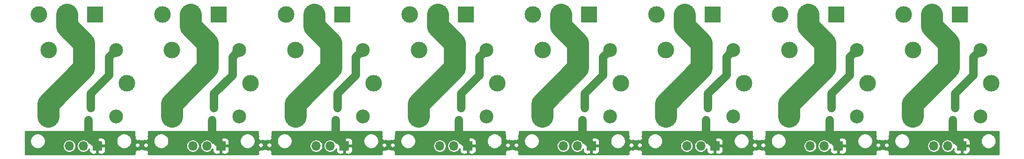
<source format=gbr>
G04 #@! TF.GenerationSoftware,KiCad,Pcbnew,5.1.5-52549c5~86~ubuntu19.10.1*
G04 #@! TF.CreationDate,2020-04-09T14:04:23+02:00*
G04 #@! TF.ProjectId,multi_CH,6d756c74-695f-4434-982e-6b696361645f,rev?*
G04 #@! TF.SameCoordinates,Original*
G04 #@! TF.FileFunction,Copper,L1,Top*
G04 #@! TF.FilePolarity,Positive*
%FSLAX46Y46*%
G04 Gerber Fmt 4.6, Leading zero omitted, Abs format (unit mm)*
G04 Created by KiCad (PCBNEW 5.1.5-52549c5~86~ubuntu19.10.1) date 2020-04-09 14:04:23*
%MOMM*%
%LPD*%
G04 APERTURE LIST*
%ADD10C,3.000000*%
%ADD11C,2.500000*%
%ADD12O,1.700000X1.700000*%
%ADD13R,1.700000X1.700000*%
%ADD14R,3.000000X3.000000*%
%ADD15C,0.800000*%
%ADD16C,1.500000*%
%ADD17C,4.000000*%
%ADD18C,0.254000*%
G04 APERTURE END LIST*
D10*
X195368740Y-92821760D03*
D11*
X193418740Y-98771760D03*
D10*
X181168740Y-98821760D03*
X181218740Y-86771760D03*
D11*
X193418740Y-86771760D03*
D10*
X173038740Y-92821760D03*
D11*
X171088740Y-98771760D03*
D10*
X158838740Y-98821760D03*
X158888740Y-86771760D03*
D11*
X171088740Y-86771760D03*
D10*
X150708740Y-92821760D03*
D11*
X148758740Y-98771760D03*
D10*
X136508740Y-98821760D03*
X136558740Y-86771760D03*
D11*
X148758740Y-86771760D03*
D10*
X128378740Y-92821760D03*
D11*
X126428740Y-98771760D03*
D10*
X114178740Y-98821760D03*
X114228740Y-86771760D03*
D11*
X126428740Y-86771760D03*
D10*
X106048740Y-92821760D03*
D11*
X104098740Y-98771760D03*
D10*
X91848740Y-98821760D03*
X91898740Y-86771760D03*
D11*
X104098740Y-86771760D03*
D10*
X83718740Y-92821760D03*
D11*
X81768740Y-98771760D03*
D10*
X69518740Y-98821760D03*
X69568740Y-86771760D03*
D11*
X81768740Y-86771760D03*
D10*
X61388740Y-92821760D03*
D11*
X59438740Y-98771760D03*
D10*
X47188740Y-98821760D03*
X47238740Y-86771760D03*
D11*
X59438740Y-86771760D03*
D12*
X184963740Y-104124760D03*
X187503740Y-104124760D03*
D13*
X190043740Y-104124760D03*
D12*
X162633740Y-104124760D03*
X165173740Y-104124760D03*
D13*
X167713740Y-104124760D03*
D12*
X140303740Y-104124760D03*
X142843740Y-104124760D03*
D13*
X145383740Y-104124760D03*
D12*
X117973740Y-104124760D03*
X120513740Y-104124760D03*
D13*
X123053740Y-104124760D03*
D12*
X95643740Y-104124760D03*
X98183740Y-104124760D03*
D13*
X100723740Y-104124760D03*
D12*
X73313740Y-104124760D03*
X75853740Y-104124760D03*
D13*
X78393740Y-104124760D03*
D12*
X50983740Y-104124760D03*
X53523740Y-104124760D03*
D13*
X56063740Y-104124760D03*
D14*
X189662740Y-80375760D03*
D10*
X184582740Y-80375760D03*
X179502740Y-80375760D03*
D14*
X167332740Y-80375760D03*
D10*
X162252740Y-80375760D03*
X157172740Y-80375760D03*
D14*
X145002740Y-80375760D03*
D10*
X139922740Y-80375760D03*
X134842740Y-80375760D03*
D14*
X122672740Y-80375760D03*
D10*
X117592740Y-80375760D03*
X112512740Y-80375760D03*
D14*
X100342740Y-80375760D03*
D10*
X95262740Y-80375760D03*
X90182740Y-80375760D03*
D14*
X78012740Y-80375760D03*
D10*
X72932740Y-80375760D03*
X67852740Y-80375760D03*
D14*
X55682740Y-80375760D03*
D10*
X50602740Y-80375760D03*
X45522740Y-80375760D03*
D11*
X37108740Y-86771760D03*
D10*
X24908740Y-86771760D03*
X24858740Y-98821760D03*
D11*
X37108740Y-98771760D03*
D10*
X39058740Y-92821760D03*
D13*
X33733740Y-104124760D03*
D12*
X31193740Y-104124760D03*
X28653740Y-104124760D03*
D10*
X23192740Y-80375760D03*
X28272740Y-80375760D03*
D14*
X33352740Y-80375760D03*
D15*
X32527240Y-97266760D03*
X54857240Y-97266760D03*
X77187240Y-97266760D03*
X99517240Y-97266760D03*
X121847240Y-97266760D03*
X144177240Y-97266760D03*
X166507240Y-97266760D03*
X188837240Y-97266760D03*
X32146240Y-99489260D03*
X54476240Y-99489260D03*
X76806240Y-99489260D03*
X99136240Y-99489260D03*
X121466240Y-99489260D03*
X143796240Y-99489260D03*
X166126240Y-99489260D03*
X188456240Y-99489260D03*
D16*
X35858741Y-88021759D02*
X35858741Y-91331759D01*
X37108740Y-86771760D02*
X35858741Y-88021759D01*
X35858741Y-91331759D02*
X32527240Y-94663260D01*
X32527240Y-94663260D02*
X32527240Y-97266760D01*
X59438740Y-86771760D02*
X58188741Y-88021759D01*
X81768740Y-86771760D02*
X80518741Y-88021759D01*
X104098740Y-86771760D02*
X102848741Y-88021759D01*
X126428740Y-86771760D02*
X125178741Y-88021759D01*
X148758740Y-86771760D02*
X147508741Y-88021759D01*
X171088740Y-86771760D02*
X169838741Y-88021759D01*
X193418740Y-86771760D02*
X192168741Y-88021759D01*
X58188741Y-91331759D02*
X54857240Y-94663260D01*
X80518741Y-91331759D02*
X77187240Y-94663260D01*
X102848741Y-91331759D02*
X99517240Y-94663260D01*
X125178741Y-91331759D02*
X121847240Y-94663260D01*
X147508741Y-91331759D02*
X144177240Y-94663260D01*
X169838741Y-91331759D02*
X166507240Y-94663260D01*
X192168741Y-91331759D02*
X188837240Y-94663260D01*
X54857240Y-94663260D02*
X54857240Y-97266760D01*
X77187240Y-94663260D02*
X77187240Y-97266760D01*
X99517240Y-94663260D02*
X99517240Y-97266760D01*
X121847240Y-94663260D02*
X121847240Y-97266760D01*
X144177240Y-94663260D02*
X144177240Y-97266760D01*
X166507240Y-94663260D02*
X166507240Y-97266760D01*
X188837240Y-94663260D02*
X188837240Y-97266760D01*
X58188741Y-88021759D02*
X58188741Y-91331759D01*
X80518741Y-88021759D02*
X80518741Y-91331759D01*
X102848741Y-88021759D02*
X102848741Y-91331759D01*
X125178741Y-88021759D02*
X125178741Y-91331759D01*
X147508741Y-88021759D02*
X147508741Y-91331759D01*
X169838741Y-88021759D02*
X169838741Y-91331759D01*
X192168741Y-88021759D02*
X192168741Y-91331759D01*
X33733740Y-104000758D02*
X32146240Y-102413258D01*
X33733740Y-104124760D02*
X33733740Y-104000758D01*
X32146240Y-102413258D02*
X32146240Y-99489260D01*
X56063740Y-104000758D02*
X54476240Y-102413258D01*
X78393740Y-104000758D02*
X76806240Y-102413258D01*
X100723740Y-104000758D02*
X99136240Y-102413258D01*
X123053740Y-104000758D02*
X121466240Y-102413258D01*
X145383740Y-104000758D02*
X143796240Y-102413258D01*
X167713740Y-104000758D02*
X166126240Y-102413258D01*
X190043740Y-104000758D02*
X188456240Y-102413258D01*
X56063740Y-104124760D02*
X56063740Y-104000758D01*
X78393740Y-104124760D02*
X78393740Y-104000758D01*
X100723740Y-104124760D02*
X100723740Y-104000758D01*
X123053740Y-104124760D02*
X123053740Y-104000758D01*
X145383740Y-104124760D02*
X145383740Y-104000758D01*
X167713740Y-104124760D02*
X167713740Y-104000758D01*
X190043740Y-104124760D02*
X190043740Y-104000758D01*
X54476240Y-102413258D02*
X54476240Y-99489260D01*
X76806240Y-102413258D02*
X76806240Y-99489260D01*
X99136240Y-102413258D02*
X99136240Y-99489260D01*
X121466240Y-102413258D02*
X121466240Y-99489260D01*
X143796240Y-102413258D02*
X143796240Y-99489260D01*
X166126240Y-102413258D02*
X166126240Y-99489260D01*
X188456240Y-102413258D02*
X188456240Y-99489260D01*
D17*
X24858740Y-96489760D02*
X24858740Y-98821760D01*
X31320740Y-90027760D02*
X24858740Y-96489760D01*
X31320740Y-85545080D02*
X31320740Y-90027760D01*
X28272740Y-80375760D02*
X28272740Y-82497080D01*
X28272740Y-82497080D02*
X31320740Y-85545080D01*
X53650740Y-90027760D02*
X47188740Y-96489760D01*
X75980740Y-90027760D02*
X69518740Y-96489760D01*
X98310740Y-90027760D02*
X91848740Y-96489760D01*
X120640740Y-90027760D02*
X114178740Y-96489760D01*
X142970740Y-90027760D02*
X136508740Y-96489760D01*
X165300740Y-90027760D02*
X158838740Y-96489760D01*
X187630740Y-90027760D02*
X181168740Y-96489760D01*
X53650740Y-85545080D02*
X53650740Y-90027760D01*
X75980740Y-85545080D02*
X75980740Y-90027760D01*
X98310740Y-85545080D02*
X98310740Y-90027760D01*
X120640740Y-85545080D02*
X120640740Y-90027760D01*
X142970740Y-85545080D02*
X142970740Y-90027760D01*
X165300740Y-85545080D02*
X165300740Y-90027760D01*
X187630740Y-85545080D02*
X187630740Y-90027760D01*
X50602740Y-80375760D02*
X50602740Y-82497080D01*
X72932740Y-80375760D02*
X72932740Y-82497080D01*
X95262740Y-80375760D02*
X95262740Y-82497080D01*
X117592740Y-80375760D02*
X117592740Y-82497080D01*
X139922740Y-80375760D02*
X139922740Y-82497080D01*
X162252740Y-80375760D02*
X162252740Y-82497080D01*
X184582740Y-80375760D02*
X184582740Y-82497080D01*
X50602740Y-82497080D02*
X53650740Y-85545080D01*
X72932740Y-82497080D02*
X75980740Y-85545080D01*
X95262740Y-82497080D02*
X98310740Y-85545080D01*
X117592740Y-82497080D02*
X120640740Y-85545080D01*
X139922740Y-82497080D02*
X142970740Y-85545080D01*
X162252740Y-82497080D02*
X165300740Y-85545080D01*
X184582740Y-82497080D02*
X187630740Y-85545080D01*
X47188740Y-96489760D02*
X47188740Y-98821760D01*
X69518740Y-96489760D02*
X69518740Y-98821760D01*
X91848740Y-96489760D02*
X91848740Y-98821760D01*
X114178740Y-96489760D02*
X114178740Y-98821760D01*
X136508740Y-96489760D02*
X136508740Y-98821760D01*
X158838740Y-96489760D02*
X158838740Y-98821760D01*
X181168740Y-96489760D02*
X181168740Y-98821760D01*
D18*
G36*
X40439739Y-101972923D02*
G01*
X40439836Y-101973909D01*
X40439845Y-101975189D01*
X40441169Y-101987783D01*
X40441169Y-102000458D01*
X40441577Y-102004332D01*
X40463348Y-102198429D01*
X40468603Y-102223150D01*
X40473517Y-102247970D01*
X40474669Y-102251691D01*
X40533726Y-102437863D01*
X40542552Y-102458455D01*
X40532248Y-102473876D01*
X40496291Y-102560684D01*
X40477960Y-102652840D01*
X40477960Y-102746800D01*
X40496291Y-102838956D01*
X40532248Y-102925764D01*
X40584450Y-103003890D01*
X40650890Y-103070330D01*
X40729016Y-103122532D01*
X40815824Y-103158489D01*
X40907980Y-103176820D01*
X41001940Y-103176820D01*
X41094096Y-103158489D01*
X41180904Y-103122532D01*
X41186060Y-103119087D01*
X41215348Y-103134399D01*
X41238787Y-103143869D01*
X41262107Y-103153672D01*
X41265836Y-103154798D01*
X41453203Y-103209943D01*
X41478042Y-103214681D01*
X41502813Y-103219766D01*
X41506689Y-103220146D01*
X41701201Y-103237848D01*
X41726487Y-103237671D01*
X41751774Y-103237848D01*
X41755651Y-103237468D01*
X41949895Y-103217052D01*
X41974660Y-103211968D01*
X41999505Y-103207229D01*
X42003234Y-103206103D01*
X42189813Y-103148347D01*
X42213120Y-103138549D01*
X42236570Y-103129075D01*
X42240009Y-103127246D01*
X42251098Y-103121250D01*
X42253016Y-103122532D01*
X42339824Y-103158489D01*
X42431980Y-103176820D01*
X42525940Y-103176820D01*
X42618096Y-103158489D01*
X42704904Y-103122532D01*
X42783030Y-103070330D01*
X42836760Y-103016600D01*
X42845724Y-103662004D01*
X42783030Y-103599310D01*
X42704904Y-103547108D01*
X42618096Y-103511151D01*
X42525940Y-103492820D01*
X42431980Y-103492820D01*
X42339824Y-103511151D01*
X42253016Y-103547108D01*
X42174890Y-103599310D01*
X42108450Y-103665750D01*
X42056248Y-103743876D01*
X42020291Y-103830684D01*
X42001960Y-103922840D01*
X42001960Y-104016800D01*
X42020291Y-104108956D01*
X42056248Y-104195764D01*
X42108450Y-104273890D01*
X42174890Y-104340330D01*
X42253016Y-104392532D01*
X42339824Y-104428489D01*
X42431980Y-104446820D01*
X42525940Y-104446820D01*
X42618096Y-104428489D01*
X42704904Y-104392532D01*
X42783030Y-104340330D01*
X42849470Y-104273890D01*
X42854126Y-104266922D01*
X42863711Y-104957063D01*
X42849470Y-104935750D01*
X42783030Y-104869310D01*
X42704904Y-104817108D01*
X42618096Y-104781151D01*
X42525940Y-104762820D01*
X42431980Y-104762820D01*
X42339824Y-104781151D01*
X42274530Y-104808197D01*
X42226827Y-104783258D01*
X42203420Y-104773801D01*
X42180071Y-104763986D01*
X42176342Y-104762861D01*
X41987387Y-104707248D01*
X41962589Y-104702518D01*
X41937775Y-104697424D01*
X41933899Y-104697044D01*
X41737739Y-104679193D01*
X41712454Y-104679370D01*
X41687168Y-104679193D01*
X41683292Y-104679573D01*
X41487402Y-104700161D01*
X41462601Y-104705252D01*
X41437789Y-104709985D01*
X41434060Y-104711111D01*
X41245900Y-104769357D01*
X41222601Y-104779151D01*
X41199144Y-104788628D01*
X41195705Y-104790457D01*
X41161375Y-104809019D01*
X41094096Y-104781151D01*
X41001940Y-104762820D01*
X40907980Y-104762820D01*
X40815824Y-104781151D01*
X40729016Y-104817108D01*
X40650890Y-104869310D01*
X40584450Y-104935750D01*
X40532248Y-105013876D01*
X40496291Y-105100684D01*
X40477960Y-105192840D01*
X40477960Y-105286800D01*
X40496291Y-105378956D01*
X40532248Y-105465764D01*
X40533242Y-105467251D01*
X40530462Y-105473996D01*
X40520470Y-105497308D01*
X40519319Y-105501029D01*
X40463093Y-105687260D01*
X20669260Y-105687260D01*
X20669260Y-103100137D01*
X21561740Y-103100137D01*
X21561740Y-103371383D01*
X21614657Y-103637416D01*
X21718458Y-103888014D01*
X21869154Y-104113547D01*
X22060953Y-104305346D01*
X22286486Y-104456042D01*
X22537084Y-104559843D01*
X22803117Y-104612760D01*
X23074363Y-104612760D01*
X23340396Y-104559843D01*
X23590994Y-104456042D01*
X23816527Y-104305346D01*
X24008326Y-104113547D01*
X24078291Y-104008836D01*
X27476740Y-104008836D01*
X27476740Y-104240684D01*
X27521971Y-104468078D01*
X27610696Y-104682279D01*
X27739504Y-104875054D01*
X27903446Y-105038996D01*
X28096221Y-105167804D01*
X28310422Y-105256529D01*
X28537816Y-105301760D01*
X28769664Y-105301760D01*
X28997058Y-105256529D01*
X29211259Y-105167804D01*
X29404034Y-105038996D01*
X29567976Y-104875054D01*
X29696784Y-104682279D01*
X29785509Y-104468078D01*
X29830740Y-104240684D01*
X29830740Y-104008836D01*
X30016740Y-104008836D01*
X30016740Y-104240684D01*
X30061971Y-104468078D01*
X30150696Y-104682279D01*
X30279504Y-104875054D01*
X30443446Y-105038996D01*
X30636221Y-105167804D01*
X30850422Y-105256529D01*
X31077816Y-105301760D01*
X31309664Y-105301760D01*
X31537058Y-105256529D01*
X31751259Y-105167804D01*
X31944034Y-105038996D01*
X32107976Y-104875054D01*
X32236784Y-104682279D01*
X32247400Y-104656650D01*
X32245668Y-104974760D01*
X32257928Y-105099242D01*
X32294238Y-105218940D01*
X32353203Y-105329254D01*
X32432555Y-105425945D01*
X32529246Y-105505297D01*
X32639560Y-105564262D01*
X32759258Y-105600572D01*
X32883740Y-105612832D01*
X33447990Y-105609760D01*
X33606740Y-105451010D01*
X33606740Y-104251760D01*
X33860740Y-104251760D01*
X33860740Y-105451010D01*
X34019490Y-105609760D01*
X34583740Y-105612832D01*
X34708222Y-105600572D01*
X34827920Y-105564262D01*
X34938234Y-105505297D01*
X35034925Y-105425945D01*
X35114277Y-105329254D01*
X35173242Y-105218940D01*
X35209552Y-105099242D01*
X35221812Y-104974760D01*
X35218740Y-104410510D01*
X35059990Y-104251760D01*
X33860740Y-104251760D01*
X33606740Y-104251760D01*
X33586740Y-104251760D01*
X33586740Y-103997760D01*
X33606740Y-103997760D01*
X33606740Y-102798510D01*
X33860740Y-102798510D01*
X33860740Y-103997760D01*
X35059990Y-103997760D01*
X35218740Y-103839010D01*
X35221812Y-103274760D01*
X35209552Y-103150278D01*
X35194342Y-103100137D01*
X37182740Y-103100137D01*
X37182740Y-103371383D01*
X37235657Y-103637416D01*
X37339458Y-103888014D01*
X37490154Y-104113547D01*
X37681953Y-104305346D01*
X37907486Y-104456042D01*
X38158084Y-104559843D01*
X38424117Y-104612760D01*
X38695363Y-104612760D01*
X38961396Y-104559843D01*
X39211994Y-104456042D01*
X39437527Y-104305346D01*
X39629326Y-104113547D01*
X39756752Y-103922840D01*
X40477960Y-103922840D01*
X40477960Y-104016800D01*
X40496291Y-104108956D01*
X40532248Y-104195764D01*
X40584450Y-104273890D01*
X40650890Y-104340330D01*
X40729016Y-104392532D01*
X40815824Y-104428489D01*
X40907980Y-104446820D01*
X41001940Y-104446820D01*
X41094096Y-104428489D01*
X41180904Y-104392532D01*
X41259030Y-104340330D01*
X41325470Y-104273890D01*
X41377672Y-104195764D01*
X41413629Y-104108956D01*
X41431960Y-104016800D01*
X41431960Y-103922840D01*
X41413629Y-103830684D01*
X41377672Y-103743876D01*
X41325470Y-103665750D01*
X41259030Y-103599310D01*
X41180904Y-103547108D01*
X41094096Y-103511151D01*
X41001940Y-103492820D01*
X40907980Y-103492820D01*
X40815824Y-103511151D01*
X40729016Y-103547108D01*
X40650890Y-103599310D01*
X40584450Y-103665750D01*
X40532248Y-103743876D01*
X40496291Y-103830684D01*
X40477960Y-103922840D01*
X39756752Y-103922840D01*
X39780022Y-103888014D01*
X39883823Y-103637416D01*
X39936740Y-103371383D01*
X39936740Y-103100137D01*
X39883823Y-102834104D01*
X39780022Y-102583506D01*
X39629326Y-102357973D01*
X39437527Y-102166174D01*
X39211994Y-102015478D01*
X38961396Y-101911677D01*
X38695363Y-101858760D01*
X38424117Y-101858760D01*
X38158084Y-101911677D01*
X37907486Y-102015478D01*
X37681953Y-102166174D01*
X37490154Y-102357973D01*
X37339458Y-102583506D01*
X37235657Y-102834104D01*
X37182740Y-103100137D01*
X35194342Y-103100137D01*
X35173242Y-103030580D01*
X35114277Y-102920266D01*
X35034925Y-102823575D01*
X34938234Y-102744223D01*
X34827920Y-102685258D01*
X34708222Y-102648948D01*
X34583740Y-102636688D01*
X34019490Y-102639760D01*
X33860740Y-102798510D01*
X33606740Y-102798510D01*
X33447990Y-102639760D01*
X32883740Y-102636688D01*
X32759258Y-102648948D01*
X32639560Y-102685258D01*
X32529246Y-102744223D01*
X32432555Y-102823575D01*
X32353203Y-102920266D01*
X32294238Y-103030580D01*
X32257928Y-103150278D01*
X32245668Y-103274760D01*
X32247400Y-103592870D01*
X32236784Y-103567241D01*
X32107976Y-103374466D01*
X31944034Y-103210524D01*
X31751259Y-103081716D01*
X31537058Y-102992991D01*
X31309664Y-102947760D01*
X31077816Y-102947760D01*
X30850422Y-102992991D01*
X30636221Y-103081716D01*
X30443446Y-103210524D01*
X30279504Y-103374466D01*
X30150696Y-103567241D01*
X30061971Y-103781442D01*
X30016740Y-104008836D01*
X29830740Y-104008836D01*
X29785509Y-103781442D01*
X29696784Y-103567241D01*
X29567976Y-103374466D01*
X29404034Y-103210524D01*
X29211259Y-103081716D01*
X28997058Y-102992991D01*
X28769664Y-102947760D01*
X28537816Y-102947760D01*
X28310422Y-102992991D01*
X28096221Y-103081716D01*
X27903446Y-103210524D01*
X27739504Y-103374466D01*
X27610696Y-103567241D01*
X27521971Y-103781442D01*
X27476740Y-104008836D01*
X24078291Y-104008836D01*
X24159022Y-103888014D01*
X24262823Y-103637416D01*
X24315740Y-103371383D01*
X24315740Y-103100137D01*
X24262823Y-102834104D01*
X24159022Y-102583506D01*
X24008326Y-102357973D01*
X23816527Y-102166174D01*
X23590994Y-102015478D01*
X23340396Y-101911677D01*
X23074363Y-101858760D01*
X22803117Y-101858760D01*
X22537084Y-101911677D01*
X22286486Y-102015478D01*
X22060953Y-102166174D01*
X21869154Y-102357973D01*
X21718458Y-102583506D01*
X21614657Y-102834104D01*
X21561740Y-103100137D01*
X20669260Y-103100137D01*
X20669260Y-101521260D01*
X40439792Y-101521260D01*
X40439739Y-101972923D01*
G37*
X40439739Y-101972923D02*
X40439836Y-101973909D01*
X40439845Y-101975189D01*
X40441169Y-101987783D01*
X40441169Y-102000458D01*
X40441577Y-102004332D01*
X40463348Y-102198429D01*
X40468603Y-102223150D01*
X40473517Y-102247970D01*
X40474669Y-102251691D01*
X40533726Y-102437863D01*
X40542552Y-102458455D01*
X40532248Y-102473876D01*
X40496291Y-102560684D01*
X40477960Y-102652840D01*
X40477960Y-102746800D01*
X40496291Y-102838956D01*
X40532248Y-102925764D01*
X40584450Y-103003890D01*
X40650890Y-103070330D01*
X40729016Y-103122532D01*
X40815824Y-103158489D01*
X40907980Y-103176820D01*
X41001940Y-103176820D01*
X41094096Y-103158489D01*
X41180904Y-103122532D01*
X41186060Y-103119087D01*
X41215348Y-103134399D01*
X41238787Y-103143869D01*
X41262107Y-103153672D01*
X41265836Y-103154798D01*
X41453203Y-103209943D01*
X41478042Y-103214681D01*
X41502813Y-103219766D01*
X41506689Y-103220146D01*
X41701201Y-103237848D01*
X41726487Y-103237671D01*
X41751774Y-103237848D01*
X41755651Y-103237468D01*
X41949895Y-103217052D01*
X41974660Y-103211968D01*
X41999505Y-103207229D01*
X42003234Y-103206103D01*
X42189813Y-103148347D01*
X42213120Y-103138549D01*
X42236570Y-103129075D01*
X42240009Y-103127246D01*
X42251098Y-103121250D01*
X42253016Y-103122532D01*
X42339824Y-103158489D01*
X42431980Y-103176820D01*
X42525940Y-103176820D01*
X42618096Y-103158489D01*
X42704904Y-103122532D01*
X42783030Y-103070330D01*
X42836760Y-103016600D01*
X42845724Y-103662004D01*
X42783030Y-103599310D01*
X42704904Y-103547108D01*
X42618096Y-103511151D01*
X42525940Y-103492820D01*
X42431980Y-103492820D01*
X42339824Y-103511151D01*
X42253016Y-103547108D01*
X42174890Y-103599310D01*
X42108450Y-103665750D01*
X42056248Y-103743876D01*
X42020291Y-103830684D01*
X42001960Y-103922840D01*
X42001960Y-104016800D01*
X42020291Y-104108956D01*
X42056248Y-104195764D01*
X42108450Y-104273890D01*
X42174890Y-104340330D01*
X42253016Y-104392532D01*
X42339824Y-104428489D01*
X42431980Y-104446820D01*
X42525940Y-104446820D01*
X42618096Y-104428489D01*
X42704904Y-104392532D01*
X42783030Y-104340330D01*
X42849470Y-104273890D01*
X42854126Y-104266922D01*
X42863711Y-104957063D01*
X42849470Y-104935750D01*
X42783030Y-104869310D01*
X42704904Y-104817108D01*
X42618096Y-104781151D01*
X42525940Y-104762820D01*
X42431980Y-104762820D01*
X42339824Y-104781151D01*
X42274530Y-104808197D01*
X42226827Y-104783258D01*
X42203420Y-104773801D01*
X42180071Y-104763986D01*
X42176342Y-104762861D01*
X41987387Y-104707248D01*
X41962589Y-104702518D01*
X41937775Y-104697424D01*
X41933899Y-104697044D01*
X41737739Y-104679193D01*
X41712454Y-104679370D01*
X41687168Y-104679193D01*
X41683292Y-104679573D01*
X41487402Y-104700161D01*
X41462601Y-104705252D01*
X41437789Y-104709985D01*
X41434060Y-104711111D01*
X41245900Y-104769357D01*
X41222601Y-104779151D01*
X41199144Y-104788628D01*
X41195705Y-104790457D01*
X41161375Y-104809019D01*
X41094096Y-104781151D01*
X41001940Y-104762820D01*
X40907980Y-104762820D01*
X40815824Y-104781151D01*
X40729016Y-104817108D01*
X40650890Y-104869310D01*
X40584450Y-104935750D01*
X40532248Y-105013876D01*
X40496291Y-105100684D01*
X40477960Y-105192840D01*
X40477960Y-105286800D01*
X40496291Y-105378956D01*
X40532248Y-105465764D01*
X40533242Y-105467251D01*
X40530462Y-105473996D01*
X40520470Y-105497308D01*
X40519319Y-105501029D01*
X40463093Y-105687260D01*
X20669260Y-105687260D01*
X20669260Y-103100137D01*
X21561740Y-103100137D01*
X21561740Y-103371383D01*
X21614657Y-103637416D01*
X21718458Y-103888014D01*
X21869154Y-104113547D01*
X22060953Y-104305346D01*
X22286486Y-104456042D01*
X22537084Y-104559843D01*
X22803117Y-104612760D01*
X23074363Y-104612760D01*
X23340396Y-104559843D01*
X23590994Y-104456042D01*
X23816527Y-104305346D01*
X24008326Y-104113547D01*
X24078291Y-104008836D01*
X27476740Y-104008836D01*
X27476740Y-104240684D01*
X27521971Y-104468078D01*
X27610696Y-104682279D01*
X27739504Y-104875054D01*
X27903446Y-105038996D01*
X28096221Y-105167804D01*
X28310422Y-105256529D01*
X28537816Y-105301760D01*
X28769664Y-105301760D01*
X28997058Y-105256529D01*
X29211259Y-105167804D01*
X29404034Y-105038996D01*
X29567976Y-104875054D01*
X29696784Y-104682279D01*
X29785509Y-104468078D01*
X29830740Y-104240684D01*
X29830740Y-104008836D01*
X30016740Y-104008836D01*
X30016740Y-104240684D01*
X30061971Y-104468078D01*
X30150696Y-104682279D01*
X30279504Y-104875054D01*
X30443446Y-105038996D01*
X30636221Y-105167804D01*
X30850422Y-105256529D01*
X31077816Y-105301760D01*
X31309664Y-105301760D01*
X31537058Y-105256529D01*
X31751259Y-105167804D01*
X31944034Y-105038996D01*
X32107976Y-104875054D01*
X32236784Y-104682279D01*
X32247400Y-104656650D01*
X32245668Y-104974760D01*
X32257928Y-105099242D01*
X32294238Y-105218940D01*
X32353203Y-105329254D01*
X32432555Y-105425945D01*
X32529246Y-105505297D01*
X32639560Y-105564262D01*
X32759258Y-105600572D01*
X32883740Y-105612832D01*
X33447990Y-105609760D01*
X33606740Y-105451010D01*
X33606740Y-104251760D01*
X33860740Y-104251760D01*
X33860740Y-105451010D01*
X34019490Y-105609760D01*
X34583740Y-105612832D01*
X34708222Y-105600572D01*
X34827920Y-105564262D01*
X34938234Y-105505297D01*
X35034925Y-105425945D01*
X35114277Y-105329254D01*
X35173242Y-105218940D01*
X35209552Y-105099242D01*
X35221812Y-104974760D01*
X35218740Y-104410510D01*
X35059990Y-104251760D01*
X33860740Y-104251760D01*
X33606740Y-104251760D01*
X33586740Y-104251760D01*
X33586740Y-103997760D01*
X33606740Y-103997760D01*
X33606740Y-102798510D01*
X33860740Y-102798510D01*
X33860740Y-103997760D01*
X35059990Y-103997760D01*
X35218740Y-103839010D01*
X35221812Y-103274760D01*
X35209552Y-103150278D01*
X35194342Y-103100137D01*
X37182740Y-103100137D01*
X37182740Y-103371383D01*
X37235657Y-103637416D01*
X37339458Y-103888014D01*
X37490154Y-104113547D01*
X37681953Y-104305346D01*
X37907486Y-104456042D01*
X38158084Y-104559843D01*
X38424117Y-104612760D01*
X38695363Y-104612760D01*
X38961396Y-104559843D01*
X39211994Y-104456042D01*
X39437527Y-104305346D01*
X39629326Y-104113547D01*
X39756752Y-103922840D01*
X40477960Y-103922840D01*
X40477960Y-104016800D01*
X40496291Y-104108956D01*
X40532248Y-104195764D01*
X40584450Y-104273890D01*
X40650890Y-104340330D01*
X40729016Y-104392532D01*
X40815824Y-104428489D01*
X40907980Y-104446820D01*
X41001940Y-104446820D01*
X41094096Y-104428489D01*
X41180904Y-104392532D01*
X41259030Y-104340330D01*
X41325470Y-104273890D01*
X41377672Y-104195764D01*
X41413629Y-104108956D01*
X41431960Y-104016800D01*
X41431960Y-103922840D01*
X41413629Y-103830684D01*
X41377672Y-103743876D01*
X41325470Y-103665750D01*
X41259030Y-103599310D01*
X41180904Y-103547108D01*
X41094096Y-103511151D01*
X41001940Y-103492820D01*
X40907980Y-103492820D01*
X40815824Y-103511151D01*
X40729016Y-103547108D01*
X40650890Y-103599310D01*
X40584450Y-103665750D01*
X40532248Y-103743876D01*
X40496291Y-103830684D01*
X40477960Y-103922840D01*
X39756752Y-103922840D01*
X39780022Y-103888014D01*
X39883823Y-103637416D01*
X39936740Y-103371383D01*
X39936740Y-103100137D01*
X39883823Y-102834104D01*
X39780022Y-102583506D01*
X39629326Y-102357973D01*
X39437527Y-102166174D01*
X39211994Y-102015478D01*
X38961396Y-101911677D01*
X38695363Y-101858760D01*
X38424117Y-101858760D01*
X38158084Y-101911677D01*
X37907486Y-102015478D01*
X37681953Y-102166174D01*
X37490154Y-102357973D01*
X37339458Y-102583506D01*
X37235657Y-102834104D01*
X37182740Y-103100137D01*
X35194342Y-103100137D01*
X35173242Y-103030580D01*
X35114277Y-102920266D01*
X35034925Y-102823575D01*
X34938234Y-102744223D01*
X34827920Y-102685258D01*
X34708222Y-102648948D01*
X34583740Y-102636688D01*
X34019490Y-102639760D01*
X33860740Y-102798510D01*
X33606740Y-102798510D01*
X33447990Y-102639760D01*
X32883740Y-102636688D01*
X32759258Y-102648948D01*
X32639560Y-102685258D01*
X32529246Y-102744223D01*
X32432555Y-102823575D01*
X32353203Y-102920266D01*
X32294238Y-103030580D01*
X32257928Y-103150278D01*
X32245668Y-103274760D01*
X32247400Y-103592870D01*
X32236784Y-103567241D01*
X32107976Y-103374466D01*
X31944034Y-103210524D01*
X31751259Y-103081716D01*
X31537058Y-102992991D01*
X31309664Y-102947760D01*
X31077816Y-102947760D01*
X30850422Y-102992991D01*
X30636221Y-103081716D01*
X30443446Y-103210524D01*
X30279504Y-103374466D01*
X30150696Y-103567241D01*
X30061971Y-103781442D01*
X30016740Y-104008836D01*
X29830740Y-104008836D01*
X29785509Y-103781442D01*
X29696784Y-103567241D01*
X29567976Y-103374466D01*
X29404034Y-103210524D01*
X29211259Y-103081716D01*
X28997058Y-102992991D01*
X28769664Y-102947760D01*
X28537816Y-102947760D01*
X28310422Y-102992991D01*
X28096221Y-103081716D01*
X27903446Y-103210524D01*
X27739504Y-103374466D01*
X27610696Y-103567241D01*
X27521971Y-103781442D01*
X27476740Y-104008836D01*
X24078291Y-104008836D01*
X24159022Y-103888014D01*
X24262823Y-103637416D01*
X24315740Y-103371383D01*
X24315740Y-103100137D01*
X24262823Y-102834104D01*
X24159022Y-102583506D01*
X24008326Y-102357973D01*
X23816527Y-102166174D01*
X23590994Y-102015478D01*
X23340396Y-101911677D01*
X23074363Y-101858760D01*
X22803117Y-101858760D01*
X22537084Y-101911677D01*
X22286486Y-102015478D01*
X22060953Y-102166174D01*
X21869154Y-102357973D01*
X21718458Y-102583506D01*
X21614657Y-102834104D01*
X21561740Y-103100137D01*
X20669260Y-103100137D01*
X20669260Y-101521260D01*
X40439792Y-101521260D01*
X40439739Y-101972923D01*
G36*
X62769739Y-101972923D02*
G01*
X62769836Y-101973909D01*
X62769845Y-101975189D01*
X62771169Y-101987783D01*
X62771169Y-102000458D01*
X62771577Y-102004332D01*
X62793348Y-102198429D01*
X62798603Y-102223150D01*
X62803517Y-102247970D01*
X62804669Y-102251691D01*
X62863726Y-102437863D01*
X62872552Y-102458455D01*
X62862248Y-102473876D01*
X62826291Y-102560684D01*
X62807960Y-102652840D01*
X62807960Y-102746800D01*
X62826291Y-102838956D01*
X62862248Y-102925764D01*
X62914450Y-103003890D01*
X62980890Y-103070330D01*
X63059016Y-103122532D01*
X63145824Y-103158489D01*
X63237980Y-103176820D01*
X63331940Y-103176820D01*
X63424096Y-103158489D01*
X63510904Y-103122532D01*
X63516060Y-103119087D01*
X63545348Y-103134399D01*
X63568787Y-103143869D01*
X63592107Y-103153672D01*
X63595836Y-103154798D01*
X63783203Y-103209943D01*
X63808042Y-103214681D01*
X63832813Y-103219766D01*
X63836689Y-103220146D01*
X64031201Y-103237848D01*
X64056487Y-103237671D01*
X64081774Y-103237848D01*
X64085651Y-103237468D01*
X64279895Y-103217052D01*
X64304660Y-103211968D01*
X64329505Y-103207229D01*
X64333234Y-103206103D01*
X64519813Y-103148347D01*
X64543120Y-103138549D01*
X64566570Y-103129075D01*
X64570009Y-103127246D01*
X64581098Y-103121250D01*
X64583016Y-103122532D01*
X64669824Y-103158489D01*
X64761980Y-103176820D01*
X64855940Y-103176820D01*
X64948096Y-103158489D01*
X65034904Y-103122532D01*
X65113030Y-103070330D01*
X65166760Y-103016600D01*
X65175724Y-103662004D01*
X65113030Y-103599310D01*
X65034904Y-103547108D01*
X64948096Y-103511151D01*
X64855940Y-103492820D01*
X64761980Y-103492820D01*
X64669824Y-103511151D01*
X64583016Y-103547108D01*
X64504890Y-103599310D01*
X64438450Y-103665750D01*
X64386248Y-103743876D01*
X64350291Y-103830684D01*
X64331960Y-103922840D01*
X64331960Y-104016800D01*
X64350291Y-104108956D01*
X64386248Y-104195764D01*
X64438450Y-104273890D01*
X64504890Y-104340330D01*
X64583016Y-104392532D01*
X64669824Y-104428489D01*
X64761980Y-104446820D01*
X64855940Y-104446820D01*
X64948096Y-104428489D01*
X65034904Y-104392532D01*
X65113030Y-104340330D01*
X65179470Y-104273890D01*
X65184126Y-104266922D01*
X65193711Y-104957063D01*
X65179470Y-104935750D01*
X65113030Y-104869310D01*
X65034904Y-104817108D01*
X64948096Y-104781151D01*
X64855940Y-104762820D01*
X64761980Y-104762820D01*
X64669824Y-104781151D01*
X64604530Y-104808197D01*
X64556827Y-104783258D01*
X64533420Y-104773801D01*
X64510071Y-104763986D01*
X64506342Y-104762861D01*
X64317387Y-104707248D01*
X64292589Y-104702518D01*
X64267775Y-104697424D01*
X64263899Y-104697044D01*
X64067739Y-104679193D01*
X64042454Y-104679370D01*
X64017168Y-104679193D01*
X64013292Y-104679573D01*
X63817402Y-104700161D01*
X63792601Y-104705252D01*
X63767789Y-104709985D01*
X63764060Y-104711111D01*
X63575900Y-104769357D01*
X63552601Y-104779151D01*
X63529144Y-104788628D01*
X63525705Y-104790457D01*
X63491375Y-104809019D01*
X63424096Y-104781151D01*
X63331940Y-104762820D01*
X63237980Y-104762820D01*
X63145824Y-104781151D01*
X63059016Y-104817108D01*
X62980890Y-104869310D01*
X62914450Y-104935750D01*
X62862248Y-105013876D01*
X62826291Y-105100684D01*
X62807960Y-105192840D01*
X62807960Y-105286800D01*
X62826291Y-105378956D01*
X62862248Y-105465764D01*
X62863242Y-105467251D01*
X62860462Y-105473996D01*
X62850470Y-105497308D01*
X62849319Y-105501029D01*
X62793093Y-105687260D01*
X42976050Y-105687260D01*
X42973778Y-105675786D01*
X42972626Y-105672065D01*
X42913068Y-105484316D01*
X42903365Y-105461677D01*
X42937629Y-105378956D01*
X42955960Y-105286800D01*
X42955960Y-105192840D01*
X42937629Y-105100684D01*
X42901672Y-105013876D01*
X42849470Y-104935750D01*
X42783030Y-104869310D01*
X42704904Y-104817108D01*
X42618096Y-104781151D01*
X42525940Y-104762820D01*
X42458038Y-104762820D01*
X42453649Y-104446820D01*
X42525940Y-104446820D01*
X42618096Y-104428489D01*
X42704904Y-104392532D01*
X42783030Y-104340330D01*
X42849470Y-104273890D01*
X42901672Y-104195764D01*
X42937629Y-104108956D01*
X42955960Y-104016800D01*
X42955960Y-103922840D01*
X42937629Y-103830684D01*
X42901672Y-103743876D01*
X42849470Y-103665750D01*
X42783030Y-103599310D01*
X42704904Y-103547108D01*
X42618096Y-103511151D01*
X42525940Y-103492820D01*
X42440399Y-103492820D01*
X42436010Y-103176820D01*
X42525940Y-103176820D01*
X42618096Y-103158489D01*
X42704904Y-103122532D01*
X42738420Y-103100137D01*
X43891740Y-103100137D01*
X43891740Y-103371383D01*
X43944657Y-103637416D01*
X44048458Y-103888014D01*
X44199154Y-104113547D01*
X44390953Y-104305346D01*
X44616486Y-104456042D01*
X44867084Y-104559843D01*
X45133117Y-104612760D01*
X45404363Y-104612760D01*
X45670396Y-104559843D01*
X45920994Y-104456042D01*
X46146527Y-104305346D01*
X46338326Y-104113547D01*
X46408291Y-104008836D01*
X49806740Y-104008836D01*
X49806740Y-104240684D01*
X49851971Y-104468078D01*
X49940696Y-104682279D01*
X50069504Y-104875054D01*
X50233446Y-105038996D01*
X50426221Y-105167804D01*
X50640422Y-105256529D01*
X50867816Y-105301760D01*
X51099664Y-105301760D01*
X51327058Y-105256529D01*
X51541259Y-105167804D01*
X51734034Y-105038996D01*
X51897976Y-104875054D01*
X52026784Y-104682279D01*
X52115509Y-104468078D01*
X52160740Y-104240684D01*
X52160740Y-104008836D01*
X52346740Y-104008836D01*
X52346740Y-104240684D01*
X52391971Y-104468078D01*
X52480696Y-104682279D01*
X52609504Y-104875054D01*
X52773446Y-105038996D01*
X52966221Y-105167804D01*
X53180422Y-105256529D01*
X53407816Y-105301760D01*
X53639664Y-105301760D01*
X53867058Y-105256529D01*
X54081259Y-105167804D01*
X54274034Y-105038996D01*
X54437976Y-104875054D01*
X54566784Y-104682279D01*
X54577400Y-104656650D01*
X54575668Y-104974760D01*
X54587928Y-105099242D01*
X54624238Y-105218940D01*
X54683203Y-105329254D01*
X54762555Y-105425945D01*
X54859246Y-105505297D01*
X54969560Y-105564262D01*
X55089258Y-105600572D01*
X55213740Y-105612832D01*
X55777990Y-105609760D01*
X55936740Y-105451010D01*
X55936740Y-104251760D01*
X56190740Y-104251760D01*
X56190740Y-105451010D01*
X56349490Y-105609760D01*
X56913740Y-105612832D01*
X57038222Y-105600572D01*
X57157920Y-105564262D01*
X57268234Y-105505297D01*
X57364925Y-105425945D01*
X57444277Y-105329254D01*
X57503242Y-105218940D01*
X57539552Y-105099242D01*
X57551812Y-104974760D01*
X57548740Y-104410510D01*
X57389990Y-104251760D01*
X56190740Y-104251760D01*
X55936740Y-104251760D01*
X55916740Y-104251760D01*
X55916740Y-103997760D01*
X55936740Y-103997760D01*
X55936740Y-102798510D01*
X56190740Y-102798510D01*
X56190740Y-103997760D01*
X57389990Y-103997760D01*
X57548740Y-103839010D01*
X57551812Y-103274760D01*
X57539552Y-103150278D01*
X57524342Y-103100137D01*
X59512740Y-103100137D01*
X59512740Y-103371383D01*
X59565657Y-103637416D01*
X59669458Y-103888014D01*
X59820154Y-104113547D01*
X60011953Y-104305346D01*
X60237486Y-104456042D01*
X60488084Y-104559843D01*
X60754117Y-104612760D01*
X61025363Y-104612760D01*
X61291396Y-104559843D01*
X61541994Y-104456042D01*
X61767527Y-104305346D01*
X61959326Y-104113547D01*
X62086752Y-103922840D01*
X62807960Y-103922840D01*
X62807960Y-104016800D01*
X62826291Y-104108956D01*
X62862248Y-104195764D01*
X62914450Y-104273890D01*
X62980890Y-104340330D01*
X63059016Y-104392532D01*
X63145824Y-104428489D01*
X63237980Y-104446820D01*
X63331940Y-104446820D01*
X63424096Y-104428489D01*
X63510904Y-104392532D01*
X63589030Y-104340330D01*
X63655470Y-104273890D01*
X63707672Y-104195764D01*
X63743629Y-104108956D01*
X63761960Y-104016800D01*
X63761960Y-103922840D01*
X63743629Y-103830684D01*
X63707672Y-103743876D01*
X63655470Y-103665750D01*
X63589030Y-103599310D01*
X63510904Y-103547108D01*
X63424096Y-103511151D01*
X63331940Y-103492820D01*
X63237980Y-103492820D01*
X63145824Y-103511151D01*
X63059016Y-103547108D01*
X62980890Y-103599310D01*
X62914450Y-103665750D01*
X62862248Y-103743876D01*
X62826291Y-103830684D01*
X62807960Y-103922840D01*
X62086752Y-103922840D01*
X62110022Y-103888014D01*
X62213823Y-103637416D01*
X62266740Y-103371383D01*
X62266740Y-103100137D01*
X62213823Y-102834104D01*
X62110022Y-102583506D01*
X61959326Y-102357973D01*
X61767527Y-102166174D01*
X61541994Y-102015478D01*
X61291396Y-101911677D01*
X61025363Y-101858760D01*
X60754117Y-101858760D01*
X60488084Y-101911677D01*
X60237486Y-102015478D01*
X60011953Y-102166174D01*
X59820154Y-102357973D01*
X59669458Y-102583506D01*
X59565657Y-102834104D01*
X59512740Y-103100137D01*
X57524342Y-103100137D01*
X57503242Y-103030580D01*
X57444277Y-102920266D01*
X57364925Y-102823575D01*
X57268234Y-102744223D01*
X57157920Y-102685258D01*
X57038222Y-102648948D01*
X56913740Y-102636688D01*
X56349490Y-102639760D01*
X56190740Y-102798510D01*
X55936740Y-102798510D01*
X55777990Y-102639760D01*
X55213740Y-102636688D01*
X55089258Y-102648948D01*
X54969560Y-102685258D01*
X54859246Y-102744223D01*
X54762555Y-102823575D01*
X54683203Y-102920266D01*
X54624238Y-103030580D01*
X54587928Y-103150278D01*
X54575668Y-103274760D01*
X54577400Y-103592870D01*
X54566784Y-103567241D01*
X54437976Y-103374466D01*
X54274034Y-103210524D01*
X54081259Y-103081716D01*
X53867058Y-102992991D01*
X53639664Y-102947760D01*
X53407816Y-102947760D01*
X53180422Y-102992991D01*
X52966221Y-103081716D01*
X52773446Y-103210524D01*
X52609504Y-103374466D01*
X52480696Y-103567241D01*
X52391971Y-103781442D01*
X52346740Y-104008836D01*
X52160740Y-104008836D01*
X52115509Y-103781442D01*
X52026784Y-103567241D01*
X51897976Y-103374466D01*
X51734034Y-103210524D01*
X51541259Y-103081716D01*
X51327058Y-102992991D01*
X51099664Y-102947760D01*
X50867816Y-102947760D01*
X50640422Y-102992991D01*
X50426221Y-103081716D01*
X50233446Y-103210524D01*
X50069504Y-103374466D01*
X49940696Y-103567241D01*
X49851971Y-103781442D01*
X49806740Y-104008836D01*
X46408291Y-104008836D01*
X46489022Y-103888014D01*
X46592823Y-103637416D01*
X46645740Y-103371383D01*
X46645740Y-103100137D01*
X46592823Y-102834104D01*
X46489022Y-102583506D01*
X46338326Y-102357973D01*
X46146527Y-102166174D01*
X45920994Y-102015478D01*
X45670396Y-101911677D01*
X45404363Y-101858760D01*
X45133117Y-101858760D01*
X44867084Y-101911677D01*
X44616486Y-102015478D01*
X44390953Y-102166174D01*
X44199154Y-102357973D01*
X44048458Y-102583506D01*
X43944657Y-102834104D01*
X43891740Y-103100137D01*
X42738420Y-103100137D01*
X42783030Y-103070330D01*
X42849470Y-103003890D01*
X42901672Y-102925764D01*
X42937629Y-102838956D01*
X42955960Y-102746800D01*
X42955960Y-102652840D01*
X42937629Y-102560684D01*
X42901672Y-102473876D01*
X42894549Y-102463215D01*
X42900721Y-102448240D01*
X42910690Y-102424981D01*
X42911841Y-102421260D01*
X42968293Y-102234282D01*
X42973200Y-102209499D01*
X42978463Y-102184741D01*
X42978869Y-102180867D01*
X42997928Y-101986485D01*
X42997928Y-101986475D01*
X42999258Y-101972988D01*
X42999311Y-101521260D01*
X62769792Y-101521260D01*
X62769739Y-101972923D01*
G37*
X62769739Y-101972923D02*
X62769836Y-101973909D01*
X62769845Y-101975189D01*
X62771169Y-101987783D01*
X62771169Y-102000458D01*
X62771577Y-102004332D01*
X62793348Y-102198429D01*
X62798603Y-102223150D01*
X62803517Y-102247970D01*
X62804669Y-102251691D01*
X62863726Y-102437863D01*
X62872552Y-102458455D01*
X62862248Y-102473876D01*
X62826291Y-102560684D01*
X62807960Y-102652840D01*
X62807960Y-102746800D01*
X62826291Y-102838956D01*
X62862248Y-102925764D01*
X62914450Y-103003890D01*
X62980890Y-103070330D01*
X63059016Y-103122532D01*
X63145824Y-103158489D01*
X63237980Y-103176820D01*
X63331940Y-103176820D01*
X63424096Y-103158489D01*
X63510904Y-103122532D01*
X63516060Y-103119087D01*
X63545348Y-103134399D01*
X63568787Y-103143869D01*
X63592107Y-103153672D01*
X63595836Y-103154798D01*
X63783203Y-103209943D01*
X63808042Y-103214681D01*
X63832813Y-103219766D01*
X63836689Y-103220146D01*
X64031201Y-103237848D01*
X64056487Y-103237671D01*
X64081774Y-103237848D01*
X64085651Y-103237468D01*
X64279895Y-103217052D01*
X64304660Y-103211968D01*
X64329505Y-103207229D01*
X64333234Y-103206103D01*
X64519813Y-103148347D01*
X64543120Y-103138549D01*
X64566570Y-103129075D01*
X64570009Y-103127246D01*
X64581098Y-103121250D01*
X64583016Y-103122532D01*
X64669824Y-103158489D01*
X64761980Y-103176820D01*
X64855940Y-103176820D01*
X64948096Y-103158489D01*
X65034904Y-103122532D01*
X65113030Y-103070330D01*
X65166760Y-103016600D01*
X65175724Y-103662004D01*
X65113030Y-103599310D01*
X65034904Y-103547108D01*
X64948096Y-103511151D01*
X64855940Y-103492820D01*
X64761980Y-103492820D01*
X64669824Y-103511151D01*
X64583016Y-103547108D01*
X64504890Y-103599310D01*
X64438450Y-103665750D01*
X64386248Y-103743876D01*
X64350291Y-103830684D01*
X64331960Y-103922840D01*
X64331960Y-104016800D01*
X64350291Y-104108956D01*
X64386248Y-104195764D01*
X64438450Y-104273890D01*
X64504890Y-104340330D01*
X64583016Y-104392532D01*
X64669824Y-104428489D01*
X64761980Y-104446820D01*
X64855940Y-104446820D01*
X64948096Y-104428489D01*
X65034904Y-104392532D01*
X65113030Y-104340330D01*
X65179470Y-104273890D01*
X65184126Y-104266922D01*
X65193711Y-104957063D01*
X65179470Y-104935750D01*
X65113030Y-104869310D01*
X65034904Y-104817108D01*
X64948096Y-104781151D01*
X64855940Y-104762820D01*
X64761980Y-104762820D01*
X64669824Y-104781151D01*
X64604530Y-104808197D01*
X64556827Y-104783258D01*
X64533420Y-104773801D01*
X64510071Y-104763986D01*
X64506342Y-104762861D01*
X64317387Y-104707248D01*
X64292589Y-104702518D01*
X64267775Y-104697424D01*
X64263899Y-104697044D01*
X64067739Y-104679193D01*
X64042454Y-104679370D01*
X64017168Y-104679193D01*
X64013292Y-104679573D01*
X63817402Y-104700161D01*
X63792601Y-104705252D01*
X63767789Y-104709985D01*
X63764060Y-104711111D01*
X63575900Y-104769357D01*
X63552601Y-104779151D01*
X63529144Y-104788628D01*
X63525705Y-104790457D01*
X63491375Y-104809019D01*
X63424096Y-104781151D01*
X63331940Y-104762820D01*
X63237980Y-104762820D01*
X63145824Y-104781151D01*
X63059016Y-104817108D01*
X62980890Y-104869310D01*
X62914450Y-104935750D01*
X62862248Y-105013876D01*
X62826291Y-105100684D01*
X62807960Y-105192840D01*
X62807960Y-105286800D01*
X62826291Y-105378956D01*
X62862248Y-105465764D01*
X62863242Y-105467251D01*
X62860462Y-105473996D01*
X62850470Y-105497308D01*
X62849319Y-105501029D01*
X62793093Y-105687260D01*
X42976050Y-105687260D01*
X42973778Y-105675786D01*
X42972626Y-105672065D01*
X42913068Y-105484316D01*
X42903365Y-105461677D01*
X42937629Y-105378956D01*
X42955960Y-105286800D01*
X42955960Y-105192840D01*
X42937629Y-105100684D01*
X42901672Y-105013876D01*
X42849470Y-104935750D01*
X42783030Y-104869310D01*
X42704904Y-104817108D01*
X42618096Y-104781151D01*
X42525940Y-104762820D01*
X42458038Y-104762820D01*
X42453649Y-104446820D01*
X42525940Y-104446820D01*
X42618096Y-104428489D01*
X42704904Y-104392532D01*
X42783030Y-104340330D01*
X42849470Y-104273890D01*
X42901672Y-104195764D01*
X42937629Y-104108956D01*
X42955960Y-104016800D01*
X42955960Y-103922840D01*
X42937629Y-103830684D01*
X42901672Y-103743876D01*
X42849470Y-103665750D01*
X42783030Y-103599310D01*
X42704904Y-103547108D01*
X42618096Y-103511151D01*
X42525940Y-103492820D01*
X42440399Y-103492820D01*
X42436010Y-103176820D01*
X42525940Y-103176820D01*
X42618096Y-103158489D01*
X42704904Y-103122532D01*
X42738420Y-103100137D01*
X43891740Y-103100137D01*
X43891740Y-103371383D01*
X43944657Y-103637416D01*
X44048458Y-103888014D01*
X44199154Y-104113547D01*
X44390953Y-104305346D01*
X44616486Y-104456042D01*
X44867084Y-104559843D01*
X45133117Y-104612760D01*
X45404363Y-104612760D01*
X45670396Y-104559843D01*
X45920994Y-104456042D01*
X46146527Y-104305346D01*
X46338326Y-104113547D01*
X46408291Y-104008836D01*
X49806740Y-104008836D01*
X49806740Y-104240684D01*
X49851971Y-104468078D01*
X49940696Y-104682279D01*
X50069504Y-104875054D01*
X50233446Y-105038996D01*
X50426221Y-105167804D01*
X50640422Y-105256529D01*
X50867816Y-105301760D01*
X51099664Y-105301760D01*
X51327058Y-105256529D01*
X51541259Y-105167804D01*
X51734034Y-105038996D01*
X51897976Y-104875054D01*
X52026784Y-104682279D01*
X52115509Y-104468078D01*
X52160740Y-104240684D01*
X52160740Y-104008836D01*
X52346740Y-104008836D01*
X52346740Y-104240684D01*
X52391971Y-104468078D01*
X52480696Y-104682279D01*
X52609504Y-104875054D01*
X52773446Y-105038996D01*
X52966221Y-105167804D01*
X53180422Y-105256529D01*
X53407816Y-105301760D01*
X53639664Y-105301760D01*
X53867058Y-105256529D01*
X54081259Y-105167804D01*
X54274034Y-105038996D01*
X54437976Y-104875054D01*
X54566784Y-104682279D01*
X54577400Y-104656650D01*
X54575668Y-104974760D01*
X54587928Y-105099242D01*
X54624238Y-105218940D01*
X54683203Y-105329254D01*
X54762555Y-105425945D01*
X54859246Y-105505297D01*
X54969560Y-105564262D01*
X55089258Y-105600572D01*
X55213740Y-105612832D01*
X55777990Y-105609760D01*
X55936740Y-105451010D01*
X55936740Y-104251760D01*
X56190740Y-104251760D01*
X56190740Y-105451010D01*
X56349490Y-105609760D01*
X56913740Y-105612832D01*
X57038222Y-105600572D01*
X57157920Y-105564262D01*
X57268234Y-105505297D01*
X57364925Y-105425945D01*
X57444277Y-105329254D01*
X57503242Y-105218940D01*
X57539552Y-105099242D01*
X57551812Y-104974760D01*
X57548740Y-104410510D01*
X57389990Y-104251760D01*
X56190740Y-104251760D01*
X55936740Y-104251760D01*
X55916740Y-104251760D01*
X55916740Y-103997760D01*
X55936740Y-103997760D01*
X55936740Y-102798510D01*
X56190740Y-102798510D01*
X56190740Y-103997760D01*
X57389990Y-103997760D01*
X57548740Y-103839010D01*
X57551812Y-103274760D01*
X57539552Y-103150278D01*
X57524342Y-103100137D01*
X59512740Y-103100137D01*
X59512740Y-103371383D01*
X59565657Y-103637416D01*
X59669458Y-103888014D01*
X59820154Y-104113547D01*
X60011953Y-104305346D01*
X60237486Y-104456042D01*
X60488084Y-104559843D01*
X60754117Y-104612760D01*
X61025363Y-104612760D01*
X61291396Y-104559843D01*
X61541994Y-104456042D01*
X61767527Y-104305346D01*
X61959326Y-104113547D01*
X62086752Y-103922840D01*
X62807960Y-103922840D01*
X62807960Y-104016800D01*
X62826291Y-104108956D01*
X62862248Y-104195764D01*
X62914450Y-104273890D01*
X62980890Y-104340330D01*
X63059016Y-104392532D01*
X63145824Y-104428489D01*
X63237980Y-104446820D01*
X63331940Y-104446820D01*
X63424096Y-104428489D01*
X63510904Y-104392532D01*
X63589030Y-104340330D01*
X63655470Y-104273890D01*
X63707672Y-104195764D01*
X63743629Y-104108956D01*
X63761960Y-104016800D01*
X63761960Y-103922840D01*
X63743629Y-103830684D01*
X63707672Y-103743876D01*
X63655470Y-103665750D01*
X63589030Y-103599310D01*
X63510904Y-103547108D01*
X63424096Y-103511151D01*
X63331940Y-103492820D01*
X63237980Y-103492820D01*
X63145824Y-103511151D01*
X63059016Y-103547108D01*
X62980890Y-103599310D01*
X62914450Y-103665750D01*
X62862248Y-103743876D01*
X62826291Y-103830684D01*
X62807960Y-103922840D01*
X62086752Y-103922840D01*
X62110022Y-103888014D01*
X62213823Y-103637416D01*
X62266740Y-103371383D01*
X62266740Y-103100137D01*
X62213823Y-102834104D01*
X62110022Y-102583506D01*
X61959326Y-102357973D01*
X61767527Y-102166174D01*
X61541994Y-102015478D01*
X61291396Y-101911677D01*
X61025363Y-101858760D01*
X60754117Y-101858760D01*
X60488084Y-101911677D01*
X60237486Y-102015478D01*
X60011953Y-102166174D01*
X59820154Y-102357973D01*
X59669458Y-102583506D01*
X59565657Y-102834104D01*
X59512740Y-103100137D01*
X57524342Y-103100137D01*
X57503242Y-103030580D01*
X57444277Y-102920266D01*
X57364925Y-102823575D01*
X57268234Y-102744223D01*
X57157920Y-102685258D01*
X57038222Y-102648948D01*
X56913740Y-102636688D01*
X56349490Y-102639760D01*
X56190740Y-102798510D01*
X55936740Y-102798510D01*
X55777990Y-102639760D01*
X55213740Y-102636688D01*
X55089258Y-102648948D01*
X54969560Y-102685258D01*
X54859246Y-102744223D01*
X54762555Y-102823575D01*
X54683203Y-102920266D01*
X54624238Y-103030580D01*
X54587928Y-103150278D01*
X54575668Y-103274760D01*
X54577400Y-103592870D01*
X54566784Y-103567241D01*
X54437976Y-103374466D01*
X54274034Y-103210524D01*
X54081259Y-103081716D01*
X53867058Y-102992991D01*
X53639664Y-102947760D01*
X53407816Y-102947760D01*
X53180422Y-102992991D01*
X52966221Y-103081716D01*
X52773446Y-103210524D01*
X52609504Y-103374466D01*
X52480696Y-103567241D01*
X52391971Y-103781442D01*
X52346740Y-104008836D01*
X52160740Y-104008836D01*
X52115509Y-103781442D01*
X52026784Y-103567241D01*
X51897976Y-103374466D01*
X51734034Y-103210524D01*
X51541259Y-103081716D01*
X51327058Y-102992991D01*
X51099664Y-102947760D01*
X50867816Y-102947760D01*
X50640422Y-102992991D01*
X50426221Y-103081716D01*
X50233446Y-103210524D01*
X50069504Y-103374466D01*
X49940696Y-103567241D01*
X49851971Y-103781442D01*
X49806740Y-104008836D01*
X46408291Y-104008836D01*
X46489022Y-103888014D01*
X46592823Y-103637416D01*
X46645740Y-103371383D01*
X46645740Y-103100137D01*
X46592823Y-102834104D01*
X46489022Y-102583506D01*
X46338326Y-102357973D01*
X46146527Y-102166174D01*
X45920994Y-102015478D01*
X45670396Y-101911677D01*
X45404363Y-101858760D01*
X45133117Y-101858760D01*
X44867084Y-101911677D01*
X44616486Y-102015478D01*
X44390953Y-102166174D01*
X44199154Y-102357973D01*
X44048458Y-102583506D01*
X43944657Y-102834104D01*
X43891740Y-103100137D01*
X42738420Y-103100137D01*
X42783030Y-103070330D01*
X42849470Y-103003890D01*
X42901672Y-102925764D01*
X42937629Y-102838956D01*
X42955960Y-102746800D01*
X42955960Y-102652840D01*
X42937629Y-102560684D01*
X42901672Y-102473876D01*
X42894549Y-102463215D01*
X42900721Y-102448240D01*
X42910690Y-102424981D01*
X42911841Y-102421260D01*
X42968293Y-102234282D01*
X42973200Y-102209499D01*
X42978463Y-102184741D01*
X42978869Y-102180867D01*
X42997928Y-101986485D01*
X42997928Y-101986475D01*
X42999258Y-101972988D01*
X42999311Y-101521260D01*
X62769792Y-101521260D01*
X62769739Y-101972923D01*
G36*
X85099739Y-101972923D02*
G01*
X85099836Y-101973909D01*
X85099845Y-101975189D01*
X85101169Y-101987783D01*
X85101169Y-102000458D01*
X85101577Y-102004332D01*
X85123348Y-102198429D01*
X85128603Y-102223150D01*
X85133517Y-102247970D01*
X85134669Y-102251691D01*
X85193726Y-102437863D01*
X85202552Y-102458455D01*
X85192248Y-102473876D01*
X85156291Y-102560684D01*
X85137960Y-102652840D01*
X85137960Y-102746800D01*
X85156291Y-102838956D01*
X85192248Y-102925764D01*
X85244450Y-103003890D01*
X85310890Y-103070330D01*
X85389016Y-103122532D01*
X85475824Y-103158489D01*
X85567980Y-103176820D01*
X85661940Y-103176820D01*
X85754096Y-103158489D01*
X85840904Y-103122532D01*
X85846060Y-103119087D01*
X85875348Y-103134399D01*
X85898787Y-103143869D01*
X85922107Y-103153672D01*
X85925836Y-103154798D01*
X86113203Y-103209943D01*
X86138042Y-103214681D01*
X86162813Y-103219766D01*
X86166689Y-103220146D01*
X86361201Y-103237848D01*
X86386487Y-103237671D01*
X86411774Y-103237848D01*
X86415651Y-103237468D01*
X86609895Y-103217052D01*
X86634660Y-103211968D01*
X86659505Y-103207229D01*
X86663234Y-103206103D01*
X86849813Y-103148347D01*
X86873120Y-103138549D01*
X86896570Y-103129075D01*
X86900009Y-103127246D01*
X86911098Y-103121250D01*
X86913016Y-103122532D01*
X86999824Y-103158489D01*
X87091980Y-103176820D01*
X87185940Y-103176820D01*
X87278096Y-103158489D01*
X87364904Y-103122532D01*
X87443030Y-103070330D01*
X87496760Y-103016600D01*
X87505724Y-103662004D01*
X87443030Y-103599310D01*
X87364904Y-103547108D01*
X87278096Y-103511151D01*
X87185940Y-103492820D01*
X87091980Y-103492820D01*
X86999824Y-103511151D01*
X86913016Y-103547108D01*
X86834890Y-103599310D01*
X86768450Y-103665750D01*
X86716248Y-103743876D01*
X86680291Y-103830684D01*
X86661960Y-103922840D01*
X86661960Y-104016800D01*
X86680291Y-104108956D01*
X86716248Y-104195764D01*
X86768450Y-104273890D01*
X86834890Y-104340330D01*
X86913016Y-104392532D01*
X86999824Y-104428489D01*
X87091980Y-104446820D01*
X87185940Y-104446820D01*
X87278096Y-104428489D01*
X87364904Y-104392532D01*
X87443030Y-104340330D01*
X87509470Y-104273890D01*
X87514126Y-104266922D01*
X87523711Y-104957063D01*
X87509470Y-104935750D01*
X87443030Y-104869310D01*
X87364904Y-104817108D01*
X87278096Y-104781151D01*
X87185940Y-104762820D01*
X87091980Y-104762820D01*
X86999824Y-104781151D01*
X86934530Y-104808197D01*
X86886827Y-104783258D01*
X86863420Y-104773801D01*
X86840071Y-104763986D01*
X86836342Y-104762861D01*
X86647387Y-104707248D01*
X86622589Y-104702518D01*
X86597775Y-104697424D01*
X86593899Y-104697044D01*
X86397739Y-104679193D01*
X86372454Y-104679370D01*
X86347168Y-104679193D01*
X86343292Y-104679573D01*
X86147402Y-104700161D01*
X86122601Y-104705252D01*
X86097789Y-104709985D01*
X86094060Y-104711111D01*
X85905900Y-104769357D01*
X85882601Y-104779151D01*
X85859144Y-104788628D01*
X85855705Y-104790457D01*
X85821375Y-104809019D01*
X85754096Y-104781151D01*
X85661940Y-104762820D01*
X85567980Y-104762820D01*
X85475824Y-104781151D01*
X85389016Y-104817108D01*
X85310890Y-104869310D01*
X85244450Y-104935750D01*
X85192248Y-105013876D01*
X85156291Y-105100684D01*
X85137960Y-105192840D01*
X85137960Y-105286800D01*
X85156291Y-105378956D01*
X85192248Y-105465764D01*
X85193242Y-105467251D01*
X85190462Y-105473996D01*
X85180470Y-105497308D01*
X85179319Y-105501029D01*
X85123093Y-105687260D01*
X65306050Y-105687260D01*
X65303778Y-105675786D01*
X65302626Y-105672065D01*
X65243068Y-105484316D01*
X65233365Y-105461677D01*
X65267629Y-105378956D01*
X65285960Y-105286800D01*
X65285960Y-105192840D01*
X65267629Y-105100684D01*
X65231672Y-105013876D01*
X65179470Y-104935750D01*
X65113030Y-104869310D01*
X65034904Y-104817108D01*
X64948096Y-104781151D01*
X64855940Y-104762820D01*
X64788038Y-104762820D01*
X64783649Y-104446820D01*
X64855940Y-104446820D01*
X64948096Y-104428489D01*
X65034904Y-104392532D01*
X65113030Y-104340330D01*
X65179470Y-104273890D01*
X65231672Y-104195764D01*
X65267629Y-104108956D01*
X65285960Y-104016800D01*
X65285960Y-103922840D01*
X65267629Y-103830684D01*
X65231672Y-103743876D01*
X65179470Y-103665750D01*
X65113030Y-103599310D01*
X65034904Y-103547108D01*
X64948096Y-103511151D01*
X64855940Y-103492820D01*
X64770399Y-103492820D01*
X64766010Y-103176820D01*
X64855940Y-103176820D01*
X64948096Y-103158489D01*
X65034904Y-103122532D01*
X65068420Y-103100137D01*
X66221740Y-103100137D01*
X66221740Y-103371383D01*
X66274657Y-103637416D01*
X66378458Y-103888014D01*
X66529154Y-104113547D01*
X66720953Y-104305346D01*
X66946486Y-104456042D01*
X67197084Y-104559843D01*
X67463117Y-104612760D01*
X67734363Y-104612760D01*
X68000396Y-104559843D01*
X68250994Y-104456042D01*
X68476527Y-104305346D01*
X68668326Y-104113547D01*
X68738291Y-104008836D01*
X72136740Y-104008836D01*
X72136740Y-104240684D01*
X72181971Y-104468078D01*
X72270696Y-104682279D01*
X72399504Y-104875054D01*
X72563446Y-105038996D01*
X72756221Y-105167804D01*
X72970422Y-105256529D01*
X73197816Y-105301760D01*
X73429664Y-105301760D01*
X73657058Y-105256529D01*
X73871259Y-105167804D01*
X74064034Y-105038996D01*
X74227976Y-104875054D01*
X74356784Y-104682279D01*
X74445509Y-104468078D01*
X74490740Y-104240684D01*
X74490740Y-104008836D01*
X74676740Y-104008836D01*
X74676740Y-104240684D01*
X74721971Y-104468078D01*
X74810696Y-104682279D01*
X74939504Y-104875054D01*
X75103446Y-105038996D01*
X75296221Y-105167804D01*
X75510422Y-105256529D01*
X75737816Y-105301760D01*
X75969664Y-105301760D01*
X76197058Y-105256529D01*
X76411259Y-105167804D01*
X76604034Y-105038996D01*
X76767976Y-104875054D01*
X76896784Y-104682279D01*
X76907400Y-104656650D01*
X76905668Y-104974760D01*
X76917928Y-105099242D01*
X76954238Y-105218940D01*
X77013203Y-105329254D01*
X77092555Y-105425945D01*
X77189246Y-105505297D01*
X77299560Y-105564262D01*
X77419258Y-105600572D01*
X77543740Y-105612832D01*
X78107990Y-105609760D01*
X78266740Y-105451010D01*
X78266740Y-104251760D01*
X78520740Y-104251760D01*
X78520740Y-105451010D01*
X78679490Y-105609760D01*
X79243740Y-105612832D01*
X79368222Y-105600572D01*
X79487920Y-105564262D01*
X79598234Y-105505297D01*
X79694925Y-105425945D01*
X79774277Y-105329254D01*
X79833242Y-105218940D01*
X79869552Y-105099242D01*
X79881812Y-104974760D01*
X79878740Y-104410510D01*
X79719990Y-104251760D01*
X78520740Y-104251760D01*
X78266740Y-104251760D01*
X78246740Y-104251760D01*
X78246740Y-103997760D01*
X78266740Y-103997760D01*
X78266740Y-102798510D01*
X78520740Y-102798510D01*
X78520740Y-103997760D01*
X79719990Y-103997760D01*
X79878740Y-103839010D01*
X79881812Y-103274760D01*
X79869552Y-103150278D01*
X79854342Y-103100137D01*
X81842740Y-103100137D01*
X81842740Y-103371383D01*
X81895657Y-103637416D01*
X81999458Y-103888014D01*
X82150154Y-104113547D01*
X82341953Y-104305346D01*
X82567486Y-104456042D01*
X82818084Y-104559843D01*
X83084117Y-104612760D01*
X83355363Y-104612760D01*
X83621396Y-104559843D01*
X83871994Y-104456042D01*
X84097527Y-104305346D01*
X84289326Y-104113547D01*
X84416752Y-103922840D01*
X85137960Y-103922840D01*
X85137960Y-104016800D01*
X85156291Y-104108956D01*
X85192248Y-104195764D01*
X85244450Y-104273890D01*
X85310890Y-104340330D01*
X85389016Y-104392532D01*
X85475824Y-104428489D01*
X85567980Y-104446820D01*
X85661940Y-104446820D01*
X85754096Y-104428489D01*
X85840904Y-104392532D01*
X85919030Y-104340330D01*
X85985470Y-104273890D01*
X86037672Y-104195764D01*
X86073629Y-104108956D01*
X86091960Y-104016800D01*
X86091960Y-103922840D01*
X86073629Y-103830684D01*
X86037672Y-103743876D01*
X85985470Y-103665750D01*
X85919030Y-103599310D01*
X85840904Y-103547108D01*
X85754096Y-103511151D01*
X85661940Y-103492820D01*
X85567980Y-103492820D01*
X85475824Y-103511151D01*
X85389016Y-103547108D01*
X85310890Y-103599310D01*
X85244450Y-103665750D01*
X85192248Y-103743876D01*
X85156291Y-103830684D01*
X85137960Y-103922840D01*
X84416752Y-103922840D01*
X84440022Y-103888014D01*
X84543823Y-103637416D01*
X84596740Y-103371383D01*
X84596740Y-103100137D01*
X84543823Y-102834104D01*
X84440022Y-102583506D01*
X84289326Y-102357973D01*
X84097527Y-102166174D01*
X83871994Y-102015478D01*
X83621396Y-101911677D01*
X83355363Y-101858760D01*
X83084117Y-101858760D01*
X82818084Y-101911677D01*
X82567486Y-102015478D01*
X82341953Y-102166174D01*
X82150154Y-102357973D01*
X81999458Y-102583506D01*
X81895657Y-102834104D01*
X81842740Y-103100137D01*
X79854342Y-103100137D01*
X79833242Y-103030580D01*
X79774277Y-102920266D01*
X79694925Y-102823575D01*
X79598234Y-102744223D01*
X79487920Y-102685258D01*
X79368222Y-102648948D01*
X79243740Y-102636688D01*
X78679490Y-102639760D01*
X78520740Y-102798510D01*
X78266740Y-102798510D01*
X78107990Y-102639760D01*
X77543740Y-102636688D01*
X77419258Y-102648948D01*
X77299560Y-102685258D01*
X77189246Y-102744223D01*
X77092555Y-102823575D01*
X77013203Y-102920266D01*
X76954238Y-103030580D01*
X76917928Y-103150278D01*
X76905668Y-103274760D01*
X76907400Y-103592870D01*
X76896784Y-103567241D01*
X76767976Y-103374466D01*
X76604034Y-103210524D01*
X76411259Y-103081716D01*
X76197058Y-102992991D01*
X75969664Y-102947760D01*
X75737816Y-102947760D01*
X75510422Y-102992991D01*
X75296221Y-103081716D01*
X75103446Y-103210524D01*
X74939504Y-103374466D01*
X74810696Y-103567241D01*
X74721971Y-103781442D01*
X74676740Y-104008836D01*
X74490740Y-104008836D01*
X74445509Y-103781442D01*
X74356784Y-103567241D01*
X74227976Y-103374466D01*
X74064034Y-103210524D01*
X73871259Y-103081716D01*
X73657058Y-102992991D01*
X73429664Y-102947760D01*
X73197816Y-102947760D01*
X72970422Y-102992991D01*
X72756221Y-103081716D01*
X72563446Y-103210524D01*
X72399504Y-103374466D01*
X72270696Y-103567241D01*
X72181971Y-103781442D01*
X72136740Y-104008836D01*
X68738291Y-104008836D01*
X68819022Y-103888014D01*
X68922823Y-103637416D01*
X68975740Y-103371383D01*
X68975740Y-103100137D01*
X68922823Y-102834104D01*
X68819022Y-102583506D01*
X68668326Y-102357973D01*
X68476527Y-102166174D01*
X68250994Y-102015478D01*
X68000396Y-101911677D01*
X67734363Y-101858760D01*
X67463117Y-101858760D01*
X67197084Y-101911677D01*
X66946486Y-102015478D01*
X66720953Y-102166174D01*
X66529154Y-102357973D01*
X66378458Y-102583506D01*
X66274657Y-102834104D01*
X66221740Y-103100137D01*
X65068420Y-103100137D01*
X65113030Y-103070330D01*
X65179470Y-103003890D01*
X65231672Y-102925764D01*
X65267629Y-102838956D01*
X65285960Y-102746800D01*
X65285960Y-102652840D01*
X65267629Y-102560684D01*
X65231672Y-102473876D01*
X65224549Y-102463215D01*
X65230721Y-102448240D01*
X65240690Y-102424981D01*
X65241841Y-102421260D01*
X65298293Y-102234282D01*
X65303200Y-102209499D01*
X65308463Y-102184741D01*
X65308869Y-102180867D01*
X65327928Y-101986485D01*
X65327928Y-101986475D01*
X65329258Y-101972988D01*
X65329311Y-101521260D01*
X85099792Y-101521260D01*
X85099739Y-101972923D01*
G37*
X85099739Y-101972923D02*
X85099836Y-101973909D01*
X85099845Y-101975189D01*
X85101169Y-101987783D01*
X85101169Y-102000458D01*
X85101577Y-102004332D01*
X85123348Y-102198429D01*
X85128603Y-102223150D01*
X85133517Y-102247970D01*
X85134669Y-102251691D01*
X85193726Y-102437863D01*
X85202552Y-102458455D01*
X85192248Y-102473876D01*
X85156291Y-102560684D01*
X85137960Y-102652840D01*
X85137960Y-102746800D01*
X85156291Y-102838956D01*
X85192248Y-102925764D01*
X85244450Y-103003890D01*
X85310890Y-103070330D01*
X85389016Y-103122532D01*
X85475824Y-103158489D01*
X85567980Y-103176820D01*
X85661940Y-103176820D01*
X85754096Y-103158489D01*
X85840904Y-103122532D01*
X85846060Y-103119087D01*
X85875348Y-103134399D01*
X85898787Y-103143869D01*
X85922107Y-103153672D01*
X85925836Y-103154798D01*
X86113203Y-103209943D01*
X86138042Y-103214681D01*
X86162813Y-103219766D01*
X86166689Y-103220146D01*
X86361201Y-103237848D01*
X86386487Y-103237671D01*
X86411774Y-103237848D01*
X86415651Y-103237468D01*
X86609895Y-103217052D01*
X86634660Y-103211968D01*
X86659505Y-103207229D01*
X86663234Y-103206103D01*
X86849813Y-103148347D01*
X86873120Y-103138549D01*
X86896570Y-103129075D01*
X86900009Y-103127246D01*
X86911098Y-103121250D01*
X86913016Y-103122532D01*
X86999824Y-103158489D01*
X87091980Y-103176820D01*
X87185940Y-103176820D01*
X87278096Y-103158489D01*
X87364904Y-103122532D01*
X87443030Y-103070330D01*
X87496760Y-103016600D01*
X87505724Y-103662004D01*
X87443030Y-103599310D01*
X87364904Y-103547108D01*
X87278096Y-103511151D01*
X87185940Y-103492820D01*
X87091980Y-103492820D01*
X86999824Y-103511151D01*
X86913016Y-103547108D01*
X86834890Y-103599310D01*
X86768450Y-103665750D01*
X86716248Y-103743876D01*
X86680291Y-103830684D01*
X86661960Y-103922840D01*
X86661960Y-104016800D01*
X86680291Y-104108956D01*
X86716248Y-104195764D01*
X86768450Y-104273890D01*
X86834890Y-104340330D01*
X86913016Y-104392532D01*
X86999824Y-104428489D01*
X87091980Y-104446820D01*
X87185940Y-104446820D01*
X87278096Y-104428489D01*
X87364904Y-104392532D01*
X87443030Y-104340330D01*
X87509470Y-104273890D01*
X87514126Y-104266922D01*
X87523711Y-104957063D01*
X87509470Y-104935750D01*
X87443030Y-104869310D01*
X87364904Y-104817108D01*
X87278096Y-104781151D01*
X87185940Y-104762820D01*
X87091980Y-104762820D01*
X86999824Y-104781151D01*
X86934530Y-104808197D01*
X86886827Y-104783258D01*
X86863420Y-104773801D01*
X86840071Y-104763986D01*
X86836342Y-104762861D01*
X86647387Y-104707248D01*
X86622589Y-104702518D01*
X86597775Y-104697424D01*
X86593899Y-104697044D01*
X86397739Y-104679193D01*
X86372454Y-104679370D01*
X86347168Y-104679193D01*
X86343292Y-104679573D01*
X86147402Y-104700161D01*
X86122601Y-104705252D01*
X86097789Y-104709985D01*
X86094060Y-104711111D01*
X85905900Y-104769357D01*
X85882601Y-104779151D01*
X85859144Y-104788628D01*
X85855705Y-104790457D01*
X85821375Y-104809019D01*
X85754096Y-104781151D01*
X85661940Y-104762820D01*
X85567980Y-104762820D01*
X85475824Y-104781151D01*
X85389016Y-104817108D01*
X85310890Y-104869310D01*
X85244450Y-104935750D01*
X85192248Y-105013876D01*
X85156291Y-105100684D01*
X85137960Y-105192840D01*
X85137960Y-105286800D01*
X85156291Y-105378956D01*
X85192248Y-105465764D01*
X85193242Y-105467251D01*
X85190462Y-105473996D01*
X85180470Y-105497308D01*
X85179319Y-105501029D01*
X85123093Y-105687260D01*
X65306050Y-105687260D01*
X65303778Y-105675786D01*
X65302626Y-105672065D01*
X65243068Y-105484316D01*
X65233365Y-105461677D01*
X65267629Y-105378956D01*
X65285960Y-105286800D01*
X65285960Y-105192840D01*
X65267629Y-105100684D01*
X65231672Y-105013876D01*
X65179470Y-104935750D01*
X65113030Y-104869310D01*
X65034904Y-104817108D01*
X64948096Y-104781151D01*
X64855940Y-104762820D01*
X64788038Y-104762820D01*
X64783649Y-104446820D01*
X64855940Y-104446820D01*
X64948096Y-104428489D01*
X65034904Y-104392532D01*
X65113030Y-104340330D01*
X65179470Y-104273890D01*
X65231672Y-104195764D01*
X65267629Y-104108956D01*
X65285960Y-104016800D01*
X65285960Y-103922840D01*
X65267629Y-103830684D01*
X65231672Y-103743876D01*
X65179470Y-103665750D01*
X65113030Y-103599310D01*
X65034904Y-103547108D01*
X64948096Y-103511151D01*
X64855940Y-103492820D01*
X64770399Y-103492820D01*
X64766010Y-103176820D01*
X64855940Y-103176820D01*
X64948096Y-103158489D01*
X65034904Y-103122532D01*
X65068420Y-103100137D01*
X66221740Y-103100137D01*
X66221740Y-103371383D01*
X66274657Y-103637416D01*
X66378458Y-103888014D01*
X66529154Y-104113547D01*
X66720953Y-104305346D01*
X66946486Y-104456042D01*
X67197084Y-104559843D01*
X67463117Y-104612760D01*
X67734363Y-104612760D01*
X68000396Y-104559843D01*
X68250994Y-104456042D01*
X68476527Y-104305346D01*
X68668326Y-104113547D01*
X68738291Y-104008836D01*
X72136740Y-104008836D01*
X72136740Y-104240684D01*
X72181971Y-104468078D01*
X72270696Y-104682279D01*
X72399504Y-104875054D01*
X72563446Y-105038996D01*
X72756221Y-105167804D01*
X72970422Y-105256529D01*
X73197816Y-105301760D01*
X73429664Y-105301760D01*
X73657058Y-105256529D01*
X73871259Y-105167804D01*
X74064034Y-105038996D01*
X74227976Y-104875054D01*
X74356784Y-104682279D01*
X74445509Y-104468078D01*
X74490740Y-104240684D01*
X74490740Y-104008836D01*
X74676740Y-104008836D01*
X74676740Y-104240684D01*
X74721971Y-104468078D01*
X74810696Y-104682279D01*
X74939504Y-104875054D01*
X75103446Y-105038996D01*
X75296221Y-105167804D01*
X75510422Y-105256529D01*
X75737816Y-105301760D01*
X75969664Y-105301760D01*
X76197058Y-105256529D01*
X76411259Y-105167804D01*
X76604034Y-105038996D01*
X76767976Y-104875054D01*
X76896784Y-104682279D01*
X76907400Y-104656650D01*
X76905668Y-104974760D01*
X76917928Y-105099242D01*
X76954238Y-105218940D01*
X77013203Y-105329254D01*
X77092555Y-105425945D01*
X77189246Y-105505297D01*
X77299560Y-105564262D01*
X77419258Y-105600572D01*
X77543740Y-105612832D01*
X78107990Y-105609760D01*
X78266740Y-105451010D01*
X78266740Y-104251760D01*
X78520740Y-104251760D01*
X78520740Y-105451010D01*
X78679490Y-105609760D01*
X79243740Y-105612832D01*
X79368222Y-105600572D01*
X79487920Y-105564262D01*
X79598234Y-105505297D01*
X79694925Y-105425945D01*
X79774277Y-105329254D01*
X79833242Y-105218940D01*
X79869552Y-105099242D01*
X79881812Y-104974760D01*
X79878740Y-104410510D01*
X79719990Y-104251760D01*
X78520740Y-104251760D01*
X78266740Y-104251760D01*
X78246740Y-104251760D01*
X78246740Y-103997760D01*
X78266740Y-103997760D01*
X78266740Y-102798510D01*
X78520740Y-102798510D01*
X78520740Y-103997760D01*
X79719990Y-103997760D01*
X79878740Y-103839010D01*
X79881812Y-103274760D01*
X79869552Y-103150278D01*
X79854342Y-103100137D01*
X81842740Y-103100137D01*
X81842740Y-103371383D01*
X81895657Y-103637416D01*
X81999458Y-103888014D01*
X82150154Y-104113547D01*
X82341953Y-104305346D01*
X82567486Y-104456042D01*
X82818084Y-104559843D01*
X83084117Y-104612760D01*
X83355363Y-104612760D01*
X83621396Y-104559843D01*
X83871994Y-104456042D01*
X84097527Y-104305346D01*
X84289326Y-104113547D01*
X84416752Y-103922840D01*
X85137960Y-103922840D01*
X85137960Y-104016800D01*
X85156291Y-104108956D01*
X85192248Y-104195764D01*
X85244450Y-104273890D01*
X85310890Y-104340330D01*
X85389016Y-104392532D01*
X85475824Y-104428489D01*
X85567980Y-104446820D01*
X85661940Y-104446820D01*
X85754096Y-104428489D01*
X85840904Y-104392532D01*
X85919030Y-104340330D01*
X85985470Y-104273890D01*
X86037672Y-104195764D01*
X86073629Y-104108956D01*
X86091960Y-104016800D01*
X86091960Y-103922840D01*
X86073629Y-103830684D01*
X86037672Y-103743876D01*
X85985470Y-103665750D01*
X85919030Y-103599310D01*
X85840904Y-103547108D01*
X85754096Y-103511151D01*
X85661940Y-103492820D01*
X85567980Y-103492820D01*
X85475824Y-103511151D01*
X85389016Y-103547108D01*
X85310890Y-103599310D01*
X85244450Y-103665750D01*
X85192248Y-103743876D01*
X85156291Y-103830684D01*
X85137960Y-103922840D01*
X84416752Y-103922840D01*
X84440022Y-103888014D01*
X84543823Y-103637416D01*
X84596740Y-103371383D01*
X84596740Y-103100137D01*
X84543823Y-102834104D01*
X84440022Y-102583506D01*
X84289326Y-102357973D01*
X84097527Y-102166174D01*
X83871994Y-102015478D01*
X83621396Y-101911677D01*
X83355363Y-101858760D01*
X83084117Y-101858760D01*
X82818084Y-101911677D01*
X82567486Y-102015478D01*
X82341953Y-102166174D01*
X82150154Y-102357973D01*
X81999458Y-102583506D01*
X81895657Y-102834104D01*
X81842740Y-103100137D01*
X79854342Y-103100137D01*
X79833242Y-103030580D01*
X79774277Y-102920266D01*
X79694925Y-102823575D01*
X79598234Y-102744223D01*
X79487920Y-102685258D01*
X79368222Y-102648948D01*
X79243740Y-102636688D01*
X78679490Y-102639760D01*
X78520740Y-102798510D01*
X78266740Y-102798510D01*
X78107990Y-102639760D01*
X77543740Y-102636688D01*
X77419258Y-102648948D01*
X77299560Y-102685258D01*
X77189246Y-102744223D01*
X77092555Y-102823575D01*
X77013203Y-102920266D01*
X76954238Y-103030580D01*
X76917928Y-103150278D01*
X76905668Y-103274760D01*
X76907400Y-103592870D01*
X76896784Y-103567241D01*
X76767976Y-103374466D01*
X76604034Y-103210524D01*
X76411259Y-103081716D01*
X76197058Y-102992991D01*
X75969664Y-102947760D01*
X75737816Y-102947760D01*
X75510422Y-102992991D01*
X75296221Y-103081716D01*
X75103446Y-103210524D01*
X74939504Y-103374466D01*
X74810696Y-103567241D01*
X74721971Y-103781442D01*
X74676740Y-104008836D01*
X74490740Y-104008836D01*
X74445509Y-103781442D01*
X74356784Y-103567241D01*
X74227976Y-103374466D01*
X74064034Y-103210524D01*
X73871259Y-103081716D01*
X73657058Y-102992991D01*
X73429664Y-102947760D01*
X73197816Y-102947760D01*
X72970422Y-102992991D01*
X72756221Y-103081716D01*
X72563446Y-103210524D01*
X72399504Y-103374466D01*
X72270696Y-103567241D01*
X72181971Y-103781442D01*
X72136740Y-104008836D01*
X68738291Y-104008836D01*
X68819022Y-103888014D01*
X68922823Y-103637416D01*
X68975740Y-103371383D01*
X68975740Y-103100137D01*
X68922823Y-102834104D01*
X68819022Y-102583506D01*
X68668326Y-102357973D01*
X68476527Y-102166174D01*
X68250994Y-102015478D01*
X68000396Y-101911677D01*
X67734363Y-101858760D01*
X67463117Y-101858760D01*
X67197084Y-101911677D01*
X66946486Y-102015478D01*
X66720953Y-102166174D01*
X66529154Y-102357973D01*
X66378458Y-102583506D01*
X66274657Y-102834104D01*
X66221740Y-103100137D01*
X65068420Y-103100137D01*
X65113030Y-103070330D01*
X65179470Y-103003890D01*
X65231672Y-102925764D01*
X65267629Y-102838956D01*
X65285960Y-102746800D01*
X65285960Y-102652840D01*
X65267629Y-102560684D01*
X65231672Y-102473876D01*
X65224549Y-102463215D01*
X65230721Y-102448240D01*
X65240690Y-102424981D01*
X65241841Y-102421260D01*
X65298293Y-102234282D01*
X65303200Y-102209499D01*
X65308463Y-102184741D01*
X65308869Y-102180867D01*
X65327928Y-101986485D01*
X65327928Y-101986475D01*
X65329258Y-101972988D01*
X65329311Y-101521260D01*
X85099792Y-101521260D01*
X85099739Y-101972923D01*
G36*
X107429739Y-101972923D02*
G01*
X107429836Y-101973909D01*
X107429845Y-101975189D01*
X107431169Y-101987783D01*
X107431169Y-102000458D01*
X107431577Y-102004332D01*
X107453348Y-102198429D01*
X107458603Y-102223150D01*
X107463517Y-102247970D01*
X107464669Y-102251691D01*
X107523726Y-102437863D01*
X107532552Y-102458455D01*
X107522248Y-102473876D01*
X107486291Y-102560684D01*
X107467960Y-102652840D01*
X107467960Y-102746800D01*
X107486291Y-102838956D01*
X107522248Y-102925764D01*
X107574450Y-103003890D01*
X107640890Y-103070330D01*
X107719016Y-103122532D01*
X107805824Y-103158489D01*
X107897980Y-103176820D01*
X107991940Y-103176820D01*
X108084096Y-103158489D01*
X108170904Y-103122532D01*
X108176060Y-103119087D01*
X108205348Y-103134399D01*
X108228787Y-103143869D01*
X108252107Y-103153672D01*
X108255836Y-103154798D01*
X108443203Y-103209943D01*
X108468042Y-103214681D01*
X108492813Y-103219766D01*
X108496689Y-103220146D01*
X108691201Y-103237848D01*
X108716487Y-103237671D01*
X108741774Y-103237848D01*
X108745651Y-103237468D01*
X108939895Y-103217052D01*
X108964660Y-103211968D01*
X108989505Y-103207229D01*
X108993234Y-103206103D01*
X109179813Y-103148347D01*
X109203120Y-103138549D01*
X109226570Y-103129075D01*
X109230009Y-103127246D01*
X109241098Y-103121250D01*
X109243016Y-103122532D01*
X109329824Y-103158489D01*
X109421980Y-103176820D01*
X109515940Y-103176820D01*
X109608096Y-103158489D01*
X109694904Y-103122532D01*
X109773030Y-103070330D01*
X109826760Y-103016600D01*
X109835724Y-103662004D01*
X109773030Y-103599310D01*
X109694904Y-103547108D01*
X109608096Y-103511151D01*
X109515940Y-103492820D01*
X109421980Y-103492820D01*
X109329824Y-103511151D01*
X109243016Y-103547108D01*
X109164890Y-103599310D01*
X109098450Y-103665750D01*
X109046248Y-103743876D01*
X109010291Y-103830684D01*
X108991960Y-103922840D01*
X108991960Y-104016800D01*
X109010291Y-104108956D01*
X109046248Y-104195764D01*
X109098450Y-104273890D01*
X109164890Y-104340330D01*
X109243016Y-104392532D01*
X109329824Y-104428489D01*
X109421980Y-104446820D01*
X109515940Y-104446820D01*
X109608096Y-104428489D01*
X109694904Y-104392532D01*
X109773030Y-104340330D01*
X109839470Y-104273890D01*
X109844126Y-104266922D01*
X109853711Y-104957063D01*
X109839470Y-104935750D01*
X109773030Y-104869310D01*
X109694904Y-104817108D01*
X109608096Y-104781151D01*
X109515940Y-104762820D01*
X109421980Y-104762820D01*
X109329824Y-104781151D01*
X109264530Y-104808197D01*
X109216827Y-104783258D01*
X109193420Y-104773801D01*
X109170071Y-104763986D01*
X109166342Y-104762861D01*
X108977387Y-104707248D01*
X108952589Y-104702518D01*
X108927775Y-104697424D01*
X108923899Y-104697044D01*
X108727739Y-104679193D01*
X108702454Y-104679370D01*
X108677168Y-104679193D01*
X108673292Y-104679573D01*
X108477402Y-104700161D01*
X108452601Y-104705252D01*
X108427789Y-104709985D01*
X108424060Y-104711111D01*
X108235900Y-104769357D01*
X108212601Y-104779151D01*
X108189144Y-104788628D01*
X108185705Y-104790457D01*
X108151375Y-104809019D01*
X108084096Y-104781151D01*
X107991940Y-104762820D01*
X107897980Y-104762820D01*
X107805824Y-104781151D01*
X107719016Y-104817108D01*
X107640890Y-104869310D01*
X107574450Y-104935750D01*
X107522248Y-105013876D01*
X107486291Y-105100684D01*
X107467960Y-105192840D01*
X107467960Y-105286800D01*
X107486291Y-105378956D01*
X107522248Y-105465764D01*
X107523242Y-105467251D01*
X107520462Y-105473996D01*
X107510470Y-105497308D01*
X107509319Y-105501029D01*
X107453093Y-105687260D01*
X87636050Y-105687260D01*
X87633778Y-105675786D01*
X87632626Y-105672065D01*
X87573068Y-105484316D01*
X87563365Y-105461677D01*
X87597629Y-105378956D01*
X87615960Y-105286800D01*
X87615960Y-105192840D01*
X87597629Y-105100684D01*
X87561672Y-105013876D01*
X87509470Y-104935750D01*
X87443030Y-104869310D01*
X87364904Y-104817108D01*
X87278096Y-104781151D01*
X87185940Y-104762820D01*
X87118038Y-104762820D01*
X87113649Y-104446820D01*
X87185940Y-104446820D01*
X87278096Y-104428489D01*
X87364904Y-104392532D01*
X87443030Y-104340330D01*
X87509470Y-104273890D01*
X87561672Y-104195764D01*
X87597629Y-104108956D01*
X87615960Y-104016800D01*
X87615960Y-103922840D01*
X87597629Y-103830684D01*
X87561672Y-103743876D01*
X87509470Y-103665750D01*
X87443030Y-103599310D01*
X87364904Y-103547108D01*
X87278096Y-103511151D01*
X87185940Y-103492820D01*
X87100399Y-103492820D01*
X87096010Y-103176820D01*
X87185940Y-103176820D01*
X87278096Y-103158489D01*
X87364904Y-103122532D01*
X87398420Y-103100137D01*
X88551740Y-103100137D01*
X88551740Y-103371383D01*
X88604657Y-103637416D01*
X88708458Y-103888014D01*
X88859154Y-104113547D01*
X89050953Y-104305346D01*
X89276486Y-104456042D01*
X89527084Y-104559843D01*
X89793117Y-104612760D01*
X90064363Y-104612760D01*
X90330396Y-104559843D01*
X90580994Y-104456042D01*
X90806527Y-104305346D01*
X90998326Y-104113547D01*
X91068291Y-104008836D01*
X94466740Y-104008836D01*
X94466740Y-104240684D01*
X94511971Y-104468078D01*
X94600696Y-104682279D01*
X94729504Y-104875054D01*
X94893446Y-105038996D01*
X95086221Y-105167804D01*
X95300422Y-105256529D01*
X95527816Y-105301760D01*
X95759664Y-105301760D01*
X95987058Y-105256529D01*
X96201259Y-105167804D01*
X96394034Y-105038996D01*
X96557976Y-104875054D01*
X96686784Y-104682279D01*
X96775509Y-104468078D01*
X96820740Y-104240684D01*
X96820740Y-104008836D01*
X97006740Y-104008836D01*
X97006740Y-104240684D01*
X97051971Y-104468078D01*
X97140696Y-104682279D01*
X97269504Y-104875054D01*
X97433446Y-105038996D01*
X97626221Y-105167804D01*
X97840422Y-105256529D01*
X98067816Y-105301760D01*
X98299664Y-105301760D01*
X98527058Y-105256529D01*
X98741259Y-105167804D01*
X98934034Y-105038996D01*
X99097976Y-104875054D01*
X99226784Y-104682279D01*
X99237400Y-104656650D01*
X99235668Y-104974760D01*
X99247928Y-105099242D01*
X99284238Y-105218940D01*
X99343203Y-105329254D01*
X99422555Y-105425945D01*
X99519246Y-105505297D01*
X99629560Y-105564262D01*
X99749258Y-105600572D01*
X99873740Y-105612832D01*
X100437990Y-105609760D01*
X100596740Y-105451010D01*
X100596740Y-104251760D01*
X100850740Y-104251760D01*
X100850740Y-105451010D01*
X101009490Y-105609760D01*
X101573740Y-105612832D01*
X101698222Y-105600572D01*
X101817920Y-105564262D01*
X101928234Y-105505297D01*
X102024925Y-105425945D01*
X102104277Y-105329254D01*
X102163242Y-105218940D01*
X102199552Y-105099242D01*
X102211812Y-104974760D01*
X102208740Y-104410510D01*
X102049990Y-104251760D01*
X100850740Y-104251760D01*
X100596740Y-104251760D01*
X100576740Y-104251760D01*
X100576740Y-103997760D01*
X100596740Y-103997760D01*
X100596740Y-102798510D01*
X100850740Y-102798510D01*
X100850740Y-103997760D01*
X102049990Y-103997760D01*
X102208740Y-103839010D01*
X102211812Y-103274760D01*
X102199552Y-103150278D01*
X102184342Y-103100137D01*
X104172740Y-103100137D01*
X104172740Y-103371383D01*
X104225657Y-103637416D01*
X104329458Y-103888014D01*
X104480154Y-104113547D01*
X104671953Y-104305346D01*
X104897486Y-104456042D01*
X105148084Y-104559843D01*
X105414117Y-104612760D01*
X105685363Y-104612760D01*
X105951396Y-104559843D01*
X106201994Y-104456042D01*
X106427527Y-104305346D01*
X106619326Y-104113547D01*
X106746752Y-103922840D01*
X107467960Y-103922840D01*
X107467960Y-104016800D01*
X107486291Y-104108956D01*
X107522248Y-104195764D01*
X107574450Y-104273890D01*
X107640890Y-104340330D01*
X107719016Y-104392532D01*
X107805824Y-104428489D01*
X107897980Y-104446820D01*
X107991940Y-104446820D01*
X108084096Y-104428489D01*
X108170904Y-104392532D01*
X108249030Y-104340330D01*
X108315470Y-104273890D01*
X108367672Y-104195764D01*
X108403629Y-104108956D01*
X108421960Y-104016800D01*
X108421960Y-103922840D01*
X108403629Y-103830684D01*
X108367672Y-103743876D01*
X108315470Y-103665750D01*
X108249030Y-103599310D01*
X108170904Y-103547108D01*
X108084096Y-103511151D01*
X107991940Y-103492820D01*
X107897980Y-103492820D01*
X107805824Y-103511151D01*
X107719016Y-103547108D01*
X107640890Y-103599310D01*
X107574450Y-103665750D01*
X107522248Y-103743876D01*
X107486291Y-103830684D01*
X107467960Y-103922840D01*
X106746752Y-103922840D01*
X106770022Y-103888014D01*
X106873823Y-103637416D01*
X106926740Y-103371383D01*
X106926740Y-103100137D01*
X106873823Y-102834104D01*
X106770022Y-102583506D01*
X106619326Y-102357973D01*
X106427527Y-102166174D01*
X106201994Y-102015478D01*
X105951396Y-101911677D01*
X105685363Y-101858760D01*
X105414117Y-101858760D01*
X105148084Y-101911677D01*
X104897486Y-102015478D01*
X104671953Y-102166174D01*
X104480154Y-102357973D01*
X104329458Y-102583506D01*
X104225657Y-102834104D01*
X104172740Y-103100137D01*
X102184342Y-103100137D01*
X102163242Y-103030580D01*
X102104277Y-102920266D01*
X102024925Y-102823575D01*
X101928234Y-102744223D01*
X101817920Y-102685258D01*
X101698222Y-102648948D01*
X101573740Y-102636688D01*
X101009490Y-102639760D01*
X100850740Y-102798510D01*
X100596740Y-102798510D01*
X100437990Y-102639760D01*
X99873740Y-102636688D01*
X99749258Y-102648948D01*
X99629560Y-102685258D01*
X99519246Y-102744223D01*
X99422555Y-102823575D01*
X99343203Y-102920266D01*
X99284238Y-103030580D01*
X99247928Y-103150278D01*
X99235668Y-103274760D01*
X99237400Y-103592870D01*
X99226784Y-103567241D01*
X99097976Y-103374466D01*
X98934034Y-103210524D01*
X98741259Y-103081716D01*
X98527058Y-102992991D01*
X98299664Y-102947760D01*
X98067816Y-102947760D01*
X97840422Y-102992991D01*
X97626221Y-103081716D01*
X97433446Y-103210524D01*
X97269504Y-103374466D01*
X97140696Y-103567241D01*
X97051971Y-103781442D01*
X97006740Y-104008836D01*
X96820740Y-104008836D01*
X96775509Y-103781442D01*
X96686784Y-103567241D01*
X96557976Y-103374466D01*
X96394034Y-103210524D01*
X96201259Y-103081716D01*
X95987058Y-102992991D01*
X95759664Y-102947760D01*
X95527816Y-102947760D01*
X95300422Y-102992991D01*
X95086221Y-103081716D01*
X94893446Y-103210524D01*
X94729504Y-103374466D01*
X94600696Y-103567241D01*
X94511971Y-103781442D01*
X94466740Y-104008836D01*
X91068291Y-104008836D01*
X91149022Y-103888014D01*
X91252823Y-103637416D01*
X91305740Y-103371383D01*
X91305740Y-103100137D01*
X91252823Y-102834104D01*
X91149022Y-102583506D01*
X90998326Y-102357973D01*
X90806527Y-102166174D01*
X90580994Y-102015478D01*
X90330396Y-101911677D01*
X90064363Y-101858760D01*
X89793117Y-101858760D01*
X89527084Y-101911677D01*
X89276486Y-102015478D01*
X89050953Y-102166174D01*
X88859154Y-102357973D01*
X88708458Y-102583506D01*
X88604657Y-102834104D01*
X88551740Y-103100137D01*
X87398420Y-103100137D01*
X87443030Y-103070330D01*
X87509470Y-103003890D01*
X87561672Y-102925764D01*
X87597629Y-102838956D01*
X87615960Y-102746800D01*
X87615960Y-102652840D01*
X87597629Y-102560684D01*
X87561672Y-102473876D01*
X87554549Y-102463215D01*
X87560721Y-102448240D01*
X87570690Y-102424981D01*
X87571841Y-102421260D01*
X87628293Y-102234282D01*
X87633200Y-102209499D01*
X87638463Y-102184741D01*
X87638869Y-102180867D01*
X87657928Y-101986485D01*
X87657928Y-101986475D01*
X87659258Y-101972988D01*
X87659311Y-101521260D01*
X107429792Y-101521260D01*
X107429739Y-101972923D01*
G37*
X107429739Y-101972923D02*
X107429836Y-101973909D01*
X107429845Y-101975189D01*
X107431169Y-101987783D01*
X107431169Y-102000458D01*
X107431577Y-102004332D01*
X107453348Y-102198429D01*
X107458603Y-102223150D01*
X107463517Y-102247970D01*
X107464669Y-102251691D01*
X107523726Y-102437863D01*
X107532552Y-102458455D01*
X107522248Y-102473876D01*
X107486291Y-102560684D01*
X107467960Y-102652840D01*
X107467960Y-102746800D01*
X107486291Y-102838956D01*
X107522248Y-102925764D01*
X107574450Y-103003890D01*
X107640890Y-103070330D01*
X107719016Y-103122532D01*
X107805824Y-103158489D01*
X107897980Y-103176820D01*
X107991940Y-103176820D01*
X108084096Y-103158489D01*
X108170904Y-103122532D01*
X108176060Y-103119087D01*
X108205348Y-103134399D01*
X108228787Y-103143869D01*
X108252107Y-103153672D01*
X108255836Y-103154798D01*
X108443203Y-103209943D01*
X108468042Y-103214681D01*
X108492813Y-103219766D01*
X108496689Y-103220146D01*
X108691201Y-103237848D01*
X108716487Y-103237671D01*
X108741774Y-103237848D01*
X108745651Y-103237468D01*
X108939895Y-103217052D01*
X108964660Y-103211968D01*
X108989505Y-103207229D01*
X108993234Y-103206103D01*
X109179813Y-103148347D01*
X109203120Y-103138549D01*
X109226570Y-103129075D01*
X109230009Y-103127246D01*
X109241098Y-103121250D01*
X109243016Y-103122532D01*
X109329824Y-103158489D01*
X109421980Y-103176820D01*
X109515940Y-103176820D01*
X109608096Y-103158489D01*
X109694904Y-103122532D01*
X109773030Y-103070330D01*
X109826760Y-103016600D01*
X109835724Y-103662004D01*
X109773030Y-103599310D01*
X109694904Y-103547108D01*
X109608096Y-103511151D01*
X109515940Y-103492820D01*
X109421980Y-103492820D01*
X109329824Y-103511151D01*
X109243016Y-103547108D01*
X109164890Y-103599310D01*
X109098450Y-103665750D01*
X109046248Y-103743876D01*
X109010291Y-103830684D01*
X108991960Y-103922840D01*
X108991960Y-104016800D01*
X109010291Y-104108956D01*
X109046248Y-104195764D01*
X109098450Y-104273890D01*
X109164890Y-104340330D01*
X109243016Y-104392532D01*
X109329824Y-104428489D01*
X109421980Y-104446820D01*
X109515940Y-104446820D01*
X109608096Y-104428489D01*
X109694904Y-104392532D01*
X109773030Y-104340330D01*
X109839470Y-104273890D01*
X109844126Y-104266922D01*
X109853711Y-104957063D01*
X109839470Y-104935750D01*
X109773030Y-104869310D01*
X109694904Y-104817108D01*
X109608096Y-104781151D01*
X109515940Y-104762820D01*
X109421980Y-104762820D01*
X109329824Y-104781151D01*
X109264530Y-104808197D01*
X109216827Y-104783258D01*
X109193420Y-104773801D01*
X109170071Y-104763986D01*
X109166342Y-104762861D01*
X108977387Y-104707248D01*
X108952589Y-104702518D01*
X108927775Y-104697424D01*
X108923899Y-104697044D01*
X108727739Y-104679193D01*
X108702454Y-104679370D01*
X108677168Y-104679193D01*
X108673292Y-104679573D01*
X108477402Y-104700161D01*
X108452601Y-104705252D01*
X108427789Y-104709985D01*
X108424060Y-104711111D01*
X108235900Y-104769357D01*
X108212601Y-104779151D01*
X108189144Y-104788628D01*
X108185705Y-104790457D01*
X108151375Y-104809019D01*
X108084096Y-104781151D01*
X107991940Y-104762820D01*
X107897980Y-104762820D01*
X107805824Y-104781151D01*
X107719016Y-104817108D01*
X107640890Y-104869310D01*
X107574450Y-104935750D01*
X107522248Y-105013876D01*
X107486291Y-105100684D01*
X107467960Y-105192840D01*
X107467960Y-105286800D01*
X107486291Y-105378956D01*
X107522248Y-105465764D01*
X107523242Y-105467251D01*
X107520462Y-105473996D01*
X107510470Y-105497308D01*
X107509319Y-105501029D01*
X107453093Y-105687260D01*
X87636050Y-105687260D01*
X87633778Y-105675786D01*
X87632626Y-105672065D01*
X87573068Y-105484316D01*
X87563365Y-105461677D01*
X87597629Y-105378956D01*
X87615960Y-105286800D01*
X87615960Y-105192840D01*
X87597629Y-105100684D01*
X87561672Y-105013876D01*
X87509470Y-104935750D01*
X87443030Y-104869310D01*
X87364904Y-104817108D01*
X87278096Y-104781151D01*
X87185940Y-104762820D01*
X87118038Y-104762820D01*
X87113649Y-104446820D01*
X87185940Y-104446820D01*
X87278096Y-104428489D01*
X87364904Y-104392532D01*
X87443030Y-104340330D01*
X87509470Y-104273890D01*
X87561672Y-104195764D01*
X87597629Y-104108956D01*
X87615960Y-104016800D01*
X87615960Y-103922840D01*
X87597629Y-103830684D01*
X87561672Y-103743876D01*
X87509470Y-103665750D01*
X87443030Y-103599310D01*
X87364904Y-103547108D01*
X87278096Y-103511151D01*
X87185940Y-103492820D01*
X87100399Y-103492820D01*
X87096010Y-103176820D01*
X87185940Y-103176820D01*
X87278096Y-103158489D01*
X87364904Y-103122532D01*
X87398420Y-103100137D01*
X88551740Y-103100137D01*
X88551740Y-103371383D01*
X88604657Y-103637416D01*
X88708458Y-103888014D01*
X88859154Y-104113547D01*
X89050953Y-104305346D01*
X89276486Y-104456042D01*
X89527084Y-104559843D01*
X89793117Y-104612760D01*
X90064363Y-104612760D01*
X90330396Y-104559843D01*
X90580994Y-104456042D01*
X90806527Y-104305346D01*
X90998326Y-104113547D01*
X91068291Y-104008836D01*
X94466740Y-104008836D01*
X94466740Y-104240684D01*
X94511971Y-104468078D01*
X94600696Y-104682279D01*
X94729504Y-104875054D01*
X94893446Y-105038996D01*
X95086221Y-105167804D01*
X95300422Y-105256529D01*
X95527816Y-105301760D01*
X95759664Y-105301760D01*
X95987058Y-105256529D01*
X96201259Y-105167804D01*
X96394034Y-105038996D01*
X96557976Y-104875054D01*
X96686784Y-104682279D01*
X96775509Y-104468078D01*
X96820740Y-104240684D01*
X96820740Y-104008836D01*
X97006740Y-104008836D01*
X97006740Y-104240684D01*
X97051971Y-104468078D01*
X97140696Y-104682279D01*
X97269504Y-104875054D01*
X97433446Y-105038996D01*
X97626221Y-105167804D01*
X97840422Y-105256529D01*
X98067816Y-105301760D01*
X98299664Y-105301760D01*
X98527058Y-105256529D01*
X98741259Y-105167804D01*
X98934034Y-105038996D01*
X99097976Y-104875054D01*
X99226784Y-104682279D01*
X99237400Y-104656650D01*
X99235668Y-104974760D01*
X99247928Y-105099242D01*
X99284238Y-105218940D01*
X99343203Y-105329254D01*
X99422555Y-105425945D01*
X99519246Y-105505297D01*
X99629560Y-105564262D01*
X99749258Y-105600572D01*
X99873740Y-105612832D01*
X100437990Y-105609760D01*
X100596740Y-105451010D01*
X100596740Y-104251760D01*
X100850740Y-104251760D01*
X100850740Y-105451010D01*
X101009490Y-105609760D01*
X101573740Y-105612832D01*
X101698222Y-105600572D01*
X101817920Y-105564262D01*
X101928234Y-105505297D01*
X102024925Y-105425945D01*
X102104277Y-105329254D01*
X102163242Y-105218940D01*
X102199552Y-105099242D01*
X102211812Y-104974760D01*
X102208740Y-104410510D01*
X102049990Y-104251760D01*
X100850740Y-104251760D01*
X100596740Y-104251760D01*
X100576740Y-104251760D01*
X100576740Y-103997760D01*
X100596740Y-103997760D01*
X100596740Y-102798510D01*
X100850740Y-102798510D01*
X100850740Y-103997760D01*
X102049990Y-103997760D01*
X102208740Y-103839010D01*
X102211812Y-103274760D01*
X102199552Y-103150278D01*
X102184342Y-103100137D01*
X104172740Y-103100137D01*
X104172740Y-103371383D01*
X104225657Y-103637416D01*
X104329458Y-103888014D01*
X104480154Y-104113547D01*
X104671953Y-104305346D01*
X104897486Y-104456042D01*
X105148084Y-104559843D01*
X105414117Y-104612760D01*
X105685363Y-104612760D01*
X105951396Y-104559843D01*
X106201994Y-104456042D01*
X106427527Y-104305346D01*
X106619326Y-104113547D01*
X106746752Y-103922840D01*
X107467960Y-103922840D01*
X107467960Y-104016800D01*
X107486291Y-104108956D01*
X107522248Y-104195764D01*
X107574450Y-104273890D01*
X107640890Y-104340330D01*
X107719016Y-104392532D01*
X107805824Y-104428489D01*
X107897980Y-104446820D01*
X107991940Y-104446820D01*
X108084096Y-104428489D01*
X108170904Y-104392532D01*
X108249030Y-104340330D01*
X108315470Y-104273890D01*
X108367672Y-104195764D01*
X108403629Y-104108956D01*
X108421960Y-104016800D01*
X108421960Y-103922840D01*
X108403629Y-103830684D01*
X108367672Y-103743876D01*
X108315470Y-103665750D01*
X108249030Y-103599310D01*
X108170904Y-103547108D01*
X108084096Y-103511151D01*
X107991940Y-103492820D01*
X107897980Y-103492820D01*
X107805824Y-103511151D01*
X107719016Y-103547108D01*
X107640890Y-103599310D01*
X107574450Y-103665750D01*
X107522248Y-103743876D01*
X107486291Y-103830684D01*
X107467960Y-103922840D01*
X106746752Y-103922840D01*
X106770022Y-103888014D01*
X106873823Y-103637416D01*
X106926740Y-103371383D01*
X106926740Y-103100137D01*
X106873823Y-102834104D01*
X106770022Y-102583506D01*
X106619326Y-102357973D01*
X106427527Y-102166174D01*
X106201994Y-102015478D01*
X105951396Y-101911677D01*
X105685363Y-101858760D01*
X105414117Y-101858760D01*
X105148084Y-101911677D01*
X104897486Y-102015478D01*
X104671953Y-102166174D01*
X104480154Y-102357973D01*
X104329458Y-102583506D01*
X104225657Y-102834104D01*
X104172740Y-103100137D01*
X102184342Y-103100137D01*
X102163242Y-103030580D01*
X102104277Y-102920266D01*
X102024925Y-102823575D01*
X101928234Y-102744223D01*
X101817920Y-102685258D01*
X101698222Y-102648948D01*
X101573740Y-102636688D01*
X101009490Y-102639760D01*
X100850740Y-102798510D01*
X100596740Y-102798510D01*
X100437990Y-102639760D01*
X99873740Y-102636688D01*
X99749258Y-102648948D01*
X99629560Y-102685258D01*
X99519246Y-102744223D01*
X99422555Y-102823575D01*
X99343203Y-102920266D01*
X99284238Y-103030580D01*
X99247928Y-103150278D01*
X99235668Y-103274760D01*
X99237400Y-103592870D01*
X99226784Y-103567241D01*
X99097976Y-103374466D01*
X98934034Y-103210524D01*
X98741259Y-103081716D01*
X98527058Y-102992991D01*
X98299664Y-102947760D01*
X98067816Y-102947760D01*
X97840422Y-102992991D01*
X97626221Y-103081716D01*
X97433446Y-103210524D01*
X97269504Y-103374466D01*
X97140696Y-103567241D01*
X97051971Y-103781442D01*
X97006740Y-104008836D01*
X96820740Y-104008836D01*
X96775509Y-103781442D01*
X96686784Y-103567241D01*
X96557976Y-103374466D01*
X96394034Y-103210524D01*
X96201259Y-103081716D01*
X95987058Y-102992991D01*
X95759664Y-102947760D01*
X95527816Y-102947760D01*
X95300422Y-102992991D01*
X95086221Y-103081716D01*
X94893446Y-103210524D01*
X94729504Y-103374466D01*
X94600696Y-103567241D01*
X94511971Y-103781442D01*
X94466740Y-104008836D01*
X91068291Y-104008836D01*
X91149022Y-103888014D01*
X91252823Y-103637416D01*
X91305740Y-103371383D01*
X91305740Y-103100137D01*
X91252823Y-102834104D01*
X91149022Y-102583506D01*
X90998326Y-102357973D01*
X90806527Y-102166174D01*
X90580994Y-102015478D01*
X90330396Y-101911677D01*
X90064363Y-101858760D01*
X89793117Y-101858760D01*
X89527084Y-101911677D01*
X89276486Y-102015478D01*
X89050953Y-102166174D01*
X88859154Y-102357973D01*
X88708458Y-102583506D01*
X88604657Y-102834104D01*
X88551740Y-103100137D01*
X87398420Y-103100137D01*
X87443030Y-103070330D01*
X87509470Y-103003890D01*
X87561672Y-102925764D01*
X87597629Y-102838956D01*
X87615960Y-102746800D01*
X87615960Y-102652840D01*
X87597629Y-102560684D01*
X87561672Y-102473876D01*
X87554549Y-102463215D01*
X87560721Y-102448240D01*
X87570690Y-102424981D01*
X87571841Y-102421260D01*
X87628293Y-102234282D01*
X87633200Y-102209499D01*
X87638463Y-102184741D01*
X87638869Y-102180867D01*
X87657928Y-101986485D01*
X87657928Y-101986475D01*
X87659258Y-101972988D01*
X87659311Y-101521260D01*
X107429792Y-101521260D01*
X107429739Y-101972923D01*
G36*
X129759739Y-101972923D02*
G01*
X129759836Y-101973909D01*
X129759845Y-101975189D01*
X129761169Y-101987783D01*
X129761169Y-102000458D01*
X129761577Y-102004332D01*
X129783348Y-102198429D01*
X129788603Y-102223150D01*
X129793517Y-102247970D01*
X129794669Y-102251691D01*
X129853726Y-102437863D01*
X129862552Y-102458455D01*
X129852248Y-102473876D01*
X129816291Y-102560684D01*
X129797960Y-102652840D01*
X129797960Y-102746800D01*
X129816291Y-102838956D01*
X129852248Y-102925764D01*
X129904450Y-103003890D01*
X129970890Y-103070330D01*
X130049016Y-103122532D01*
X130135824Y-103158489D01*
X130227980Y-103176820D01*
X130321940Y-103176820D01*
X130414096Y-103158489D01*
X130500904Y-103122532D01*
X130506060Y-103119087D01*
X130535348Y-103134399D01*
X130558787Y-103143869D01*
X130582107Y-103153672D01*
X130585836Y-103154798D01*
X130773203Y-103209943D01*
X130798042Y-103214681D01*
X130822813Y-103219766D01*
X130826689Y-103220146D01*
X131021201Y-103237848D01*
X131046487Y-103237671D01*
X131071774Y-103237848D01*
X131075651Y-103237468D01*
X131269895Y-103217052D01*
X131294660Y-103211968D01*
X131319505Y-103207229D01*
X131323234Y-103206103D01*
X131509813Y-103148347D01*
X131533120Y-103138549D01*
X131556570Y-103129075D01*
X131560009Y-103127246D01*
X131571098Y-103121250D01*
X131573016Y-103122532D01*
X131659824Y-103158489D01*
X131751980Y-103176820D01*
X131845940Y-103176820D01*
X131938096Y-103158489D01*
X132024904Y-103122532D01*
X132103030Y-103070330D01*
X132156760Y-103016600D01*
X132165724Y-103662004D01*
X132103030Y-103599310D01*
X132024904Y-103547108D01*
X131938096Y-103511151D01*
X131845940Y-103492820D01*
X131751980Y-103492820D01*
X131659824Y-103511151D01*
X131573016Y-103547108D01*
X131494890Y-103599310D01*
X131428450Y-103665750D01*
X131376248Y-103743876D01*
X131340291Y-103830684D01*
X131321960Y-103922840D01*
X131321960Y-104016800D01*
X131340291Y-104108956D01*
X131376248Y-104195764D01*
X131428450Y-104273890D01*
X131494890Y-104340330D01*
X131573016Y-104392532D01*
X131659824Y-104428489D01*
X131751980Y-104446820D01*
X131845940Y-104446820D01*
X131938096Y-104428489D01*
X132024904Y-104392532D01*
X132103030Y-104340330D01*
X132169470Y-104273890D01*
X132174126Y-104266922D01*
X132183711Y-104957063D01*
X132169470Y-104935750D01*
X132103030Y-104869310D01*
X132024904Y-104817108D01*
X131938096Y-104781151D01*
X131845940Y-104762820D01*
X131751980Y-104762820D01*
X131659824Y-104781151D01*
X131594530Y-104808197D01*
X131546827Y-104783258D01*
X131523420Y-104773801D01*
X131500071Y-104763986D01*
X131496342Y-104762861D01*
X131307387Y-104707248D01*
X131282589Y-104702518D01*
X131257775Y-104697424D01*
X131253899Y-104697044D01*
X131057739Y-104679193D01*
X131032454Y-104679370D01*
X131007168Y-104679193D01*
X131003292Y-104679573D01*
X130807402Y-104700161D01*
X130782601Y-104705252D01*
X130757789Y-104709985D01*
X130754060Y-104711111D01*
X130565900Y-104769357D01*
X130542601Y-104779151D01*
X130519144Y-104788628D01*
X130515705Y-104790457D01*
X130481375Y-104809019D01*
X130414096Y-104781151D01*
X130321940Y-104762820D01*
X130227980Y-104762820D01*
X130135824Y-104781151D01*
X130049016Y-104817108D01*
X129970890Y-104869310D01*
X129904450Y-104935750D01*
X129852248Y-105013876D01*
X129816291Y-105100684D01*
X129797960Y-105192840D01*
X129797960Y-105286800D01*
X129816291Y-105378956D01*
X129852248Y-105465764D01*
X129853242Y-105467251D01*
X129850462Y-105473996D01*
X129840470Y-105497308D01*
X129839319Y-105501029D01*
X129783093Y-105687260D01*
X109966050Y-105687260D01*
X109963778Y-105675786D01*
X109962626Y-105672065D01*
X109903068Y-105484316D01*
X109893365Y-105461677D01*
X109927629Y-105378956D01*
X109945960Y-105286800D01*
X109945960Y-105192840D01*
X109927629Y-105100684D01*
X109891672Y-105013876D01*
X109839470Y-104935750D01*
X109773030Y-104869310D01*
X109694904Y-104817108D01*
X109608096Y-104781151D01*
X109515940Y-104762820D01*
X109448038Y-104762820D01*
X109443649Y-104446820D01*
X109515940Y-104446820D01*
X109608096Y-104428489D01*
X109694904Y-104392532D01*
X109773030Y-104340330D01*
X109839470Y-104273890D01*
X109891672Y-104195764D01*
X109927629Y-104108956D01*
X109945960Y-104016800D01*
X109945960Y-103922840D01*
X109927629Y-103830684D01*
X109891672Y-103743876D01*
X109839470Y-103665750D01*
X109773030Y-103599310D01*
X109694904Y-103547108D01*
X109608096Y-103511151D01*
X109515940Y-103492820D01*
X109430399Y-103492820D01*
X109426010Y-103176820D01*
X109515940Y-103176820D01*
X109608096Y-103158489D01*
X109694904Y-103122532D01*
X109728420Y-103100137D01*
X110881740Y-103100137D01*
X110881740Y-103371383D01*
X110934657Y-103637416D01*
X111038458Y-103888014D01*
X111189154Y-104113547D01*
X111380953Y-104305346D01*
X111606486Y-104456042D01*
X111857084Y-104559843D01*
X112123117Y-104612760D01*
X112394363Y-104612760D01*
X112660396Y-104559843D01*
X112910994Y-104456042D01*
X113136527Y-104305346D01*
X113328326Y-104113547D01*
X113398291Y-104008836D01*
X116796740Y-104008836D01*
X116796740Y-104240684D01*
X116841971Y-104468078D01*
X116930696Y-104682279D01*
X117059504Y-104875054D01*
X117223446Y-105038996D01*
X117416221Y-105167804D01*
X117630422Y-105256529D01*
X117857816Y-105301760D01*
X118089664Y-105301760D01*
X118317058Y-105256529D01*
X118531259Y-105167804D01*
X118724034Y-105038996D01*
X118887976Y-104875054D01*
X119016784Y-104682279D01*
X119105509Y-104468078D01*
X119150740Y-104240684D01*
X119150740Y-104008836D01*
X119336740Y-104008836D01*
X119336740Y-104240684D01*
X119381971Y-104468078D01*
X119470696Y-104682279D01*
X119599504Y-104875054D01*
X119763446Y-105038996D01*
X119956221Y-105167804D01*
X120170422Y-105256529D01*
X120397816Y-105301760D01*
X120629664Y-105301760D01*
X120857058Y-105256529D01*
X121071259Y-105167804D01*
X121264034Y-105038996D01*
X121427976Y-104875054D01*
X121556784Y-104682279D01*
X121567400Y-104656650D01*
X121565668Y-104974760D01*
X121577928Y-105099242D01*
X121614238Y-105218940D01*
X121673203Y-105329254D01*
X121752555Y-105425945D01*
X121849246Y-105505297D01*
X121959560Y-105564262D01*
X122079258Y-105600572D01*
X122203740Y-105612832D01*
X122767990Y-105609760D01*
X122926740Y-105451010D01*
X122926740Y-104251760D01*
X123180740Y-104251760D01*
X123180740Y-105451010D01*
X123339490Y-105609760D01*
X123903740Y-105612832D01*
X124028222Y-105600572D01*
X124147920Y-105564262D01*
X124258234Y-105505297D01*
X124354925Y-105425945D01*
X124434277Y-105329254D01*
X124493242Y-105218940D01*
X124529552Y-105099242D01*
X124541812Y-104974760D01*
X124538740Y-104410510D01*
X124379990Y-104251760D01*
X123180740Y-104251760D01*
X122926740Y-104251760D01*
X122906740Y-104251760D01*
X122906740Y-103997760D01*
X122926740Y-103997760D01*
X122926740Y-102798510D01*
X123180740Y-102798510D01*
X123180740Y-103997760D01*
X124379990Y-103997760D01*
X124538740Y-103839010D01*
X124541812Y-103274760D01*
X124529552Y-103150278D01*
X124514342Y-103100137D01*
X126502740Y-103100137D01*
X126502740Y-103371383D01*
X126555657Y-103637416D01*
X126659458Y-103888014D01*
X126810154Y-104113547D01*
X127001953Y-104305346D01*
X127227486Y-104456042D01*
X127478084Y-104559843D01*
X127744117Y-104612760D01*
X128015363Y-104612760D01*
X128281396Y-104559843D01*
X128531994Y-104456042D01*
X128757527Y-104305346D01*
X128949326Y-104113547D01*
X129076752Y-103922840D01*
X129797960Y-103922840D01*
X129797960Y-104016800D01*
X129816291Y-104108956D01*
X129852248Y-104195764D01*
X129904450Y-104273890D01*
X129970890Y-104340330D01*
X130049016Y-104392532D01*
X130135824Y-104428489D01*
X130227980Y-104446820D01*
X130321940Y-104446820D01*
X130414096Y-104428489D01*
X130500904Y-104392532D01*
X130579030Y-104340330D01*
X130645470Y-104273890D01*
X130697672Y-104195764D01*
X130733629Y-104108956D01*
X130751960Y-104016800D01*
X130751960Y-103922840D01*
X130733629Y-103830684D01*
X130697672Y-103743876D01*
X130645470Y-103665750D01*
X130579030Y-103599310D01*
X130500904Y-103547108D01*
X130414096Y-103511151D01*
X130321940Y-103492820D01*
X130227980Y-103492820D01*
X130135824Y-103511151D01*
X130049016Y-103547108D01*
X129970890Y-103599310D01*
X129904450Y-103665750D01*
X129852248Y-103743876D01*
X129816291Y-103830684D01*
X129797960Y-103922840D01*
X129076752Y-103922840D01*
X129100022Y-103888014D01*
X129203823Y-103637416D01*
X129256740Y-103371383D01*
X129256740Y-103100137D01*
X129203823Y-102834104D01*
X129100022Y-102583506D01*
X128949326Y-102357973D01*
X128757527Y-102166174D01*
X128531994Y-102015478D01*
X128281396Y-101911677D01*
X128015363Y-101858760D01*
X127744117Y-101858760D01*
X127478084Y-101911677D01*
X127227486Y-102015478D01*
X127001953Y-102166174D01*
X126810154Y-102357973D01*
X126659458Y-102583506D01*
X126555657Y-102834104D01*
X126502740Y-103100137D01*
X124514342Y-103100137D01*
X124493242Y-103030580D01*
X124434277Y-102920266D01*
X124354925Y-102823575D01*
X124258234Y-102744223D01*
X124147920Y-102685258D01*
X124028222Y-102648948D01*
X123903740Y-102636688D01*
X123339490Y-102639760D01*
X123180740Y-102798510D01*
X122926740Y-102798510D01*
X122767990Y-102639760D01*
X122203740Y-102636688D01*
X122079258Y-102648948D01*
X121959560Y-102685258D01*
X121849246Y-102744223D01*
X121752555Y-102823575D01*
X121673203Y-102920266D01*
X121614238Y-103030580D01*
X121577928Y-103150278D01*
X121565668Y-103274760D01*
X121567400Y-103592870D01*
X121556784Y-103567241D01*
X121427976Y-103374466D01*
X121264034Y-103210524D01*
X121071259Y-103081716D01*
X120857058Y-102992991D01*
X120629664Y-102947760D01*
X120397816Y-102947760D01*
X120170422Y-102992991D01*
X119956221Y-103081716D01*
X119763446Y-103210524D01*
X119599504Y-103374466D01*
X119470696Y-103567241D01*
X119381971Y-103781442D01*
X119336740Y-104008836D01*
X119150740Y-104008836D01*
X119105509Y-103781442D01*
X119016784Y-103567241D01*
X118887976Y-103374466D01*
X118724034Y-103210524D01*
X118531259Y-103081716D01*
X118317058Y-102992991D01*
X118089664Y-102947760D01*
X117857816Y-102947760D01*
X117630422Y-102992991D01*
X117416221Y-103081716D01*
X117223446Y-103210524D01*
X117059504Y-103374466D01*
X116930696Y-103567241D01*
X116841971Y-103781442D01*
X116796740Y-104008836D01*
X113398291Y-104008836D01*
X113479022Y-103888014D01*
X113582823Y-103637416D01*
X113635740Y-103371383D01*
X113635740Y-103100137D01*
X113582823Y-102834104D01*
X113479022Y-102583506D01*
X113328326Y-102357973D01*
X113136527Y-102166174D01*
X112910994Y-102015478D01*
X112660396Y-101911677D01*
X112394363Y-101858760D01*
X112123117Y-101858760D01*
X111857084Y-101911677D01*
X111606486Y-102015478D01*
X111380953Y-102166174D01*
X111189154Y-102357973D01*
X111038458Y-102583506D01*
X110934657Y-102834104D01*
X110881740Y-103100137D01*
X109728420Y-103100137D01*
X109773030Y-103070330D01*
X109839470Y-103003890D01*
X109891672Y-102925764D01*
X109927629Y-102838956D01*
X109945960Y-102746800D01*
X109945960Y-102652840D01*
X109927629Y-102560684D01*
X109891672Y-102473876D01*
X109884549Y-102463215D01*
X109890721Y-102448240D01*
X109900690Y-102424981D01*
X109901841Y-102421260D01*
X109958293Y-102234282D01*
X109963200Y-102209499D01*
X109968463Y-102184741D01*
X109968869Y-102180867D01*
X109987928Y-101986485D01*
X109987928Y-101986475D01*
X109989258Y-101972988D01*
X109989311Y-101521260D01*
X129759792Y-101521260D01*
X129759739Y-101972923D01*
G37*
X129759739Y-101972923D02*
X129759836Y-101973909D01*
X129759845Y-101975189D01*
X129761169Y-101987783D01*
X129761169Y-102000458D01*
X129761577Y-102004332D01*
X129783348Y-102198429D01*
X129788603Y-102223150D01*
X129793517Y-102247970D01*
X129794669Y-102251691D01*
X129853726Y-102437863D01*
X129862552Y-102458455D01*
X129852248Y-102473876D01*
X129816291Y-102560684D01*
X129797960Y-102652840D01*
X129797960Y-102746800D01*
X129816291Y-102838956D01*
X129852248Y-102925764D01*
X129904450Y-103003890D01*
X129970890Y-103070330D01*
X130049016Y-103122532D01*
X130135824Y-103158489D01*
X130227980Y-103176820D01*
X130321940Y-103176820D01*
X130414096Y-103158489D01*
X130500904Y-103122532D01*
X130506060Y-103119087D01*
X130535348Y-103134399D01*
X130558787Y-103143869D01*
X130582107Y-103153672D01*
X130585836Y-103154798D01*
X130773203Y-103209943D01*
X130798042Y-103214681D01*
X130822813Y-103219766D01*
X130826689Y-103220146D01*
X131021201Y-103237848D01*
X131046487Y-103237671D01*
X131071774Y-103237848D01*
X131075651Y-103237468D01*
X131269895Y-103217052D01*
X131294660Y-103211968D01*
X131319505Y-103207229D01*
X131323234Y-103206103D01*
X131509813Y-103148347D01*
X131533120Y-103138549D01*
X131556570Y-103129075D01*
X131560009Y-103127246D01*
X131571098Y-103121250D01*
X131573016Y-103122532D01*
X131659824Y-103158489D01*
X131751980Y-103176820D01*
X131845940Y-103176820D01*
X131938096Y-103158489D01*
X132024904Y-103122532D01*
X132103030Y-103070330D01*
X132156760Y-103016600D01*
X132165724Y-103662004D01*
X132103030Y-103599310D01*
X132024904Y-103547108D01*
X131938096Y-103511151D01*
X131845940Y-103492820D01*
X131751980Y-103492820D01*
X131659824Y-103511151D01*
X131573016Y-103547108D01*
X131494890Y-103599310D01*
X131428450Y-103665750D01*
X131376248Y-103743876D01*
X131340291Y-103830684D01*
X131321960Y-103922840D01*
X131321960Y-104016800D01*
X131340291Y-104108956D01*
X131376248Y-104195764D01*
X131428450Y-104273890D01*
X131494890Y-104340330D01*
X131573016Y-104392532D01*
X131659824Y-104428489D01*
X131751980Y-104446820D01*
X131845940Y-104446820D01*
X131938096Y-104428489D01*
X132024904Y-104392532D01*
X132103030Y-104340330D01*
X132169470Y-104273890D01*
X132174126Y-104266922D01*
X132183711Y-104957063D01*
X132169470Y-104935750D01*
X132103030Y-104869310D01*
X132024904Y-104817108D01*
X131938096Y-104781151D01*
X131845940Y-104762820D01*
X131751980Y-104762820D01*
X131659824Y-104781151D01*
X131594530Y-104808197D01*
X131546827Y-104783258D01*
X131523420Y-104773801D01*
X131500071Y-104763986D01*
X131496342Y-104762861D01*
X131307387Y-104707248D01*
X131282589Y-104702518D01*
X131257775Y-104697424D01*
X131253899Y-104697044D01*
X131057739Y-104679193D01*
X131032454Y-104679370D01*
X131007168Y-104679193D01*
X131003292Y-104679573D01*
X130807402Y-104700161D01*
X130782601Y-104705252D01*
X130757789Y-104709985D01*
X130754060Y-104711111D01*
X130565900Y-104769357D01*
X130542601Y-104779151D01*
X130519144Y-104788628D01*
X130515705Y-104790457D01*
X130481375Y-104809019D01*
X130414096Y-104781151D01*
X130321940Y-104762820D01*
X130227980Y-104762820D01*
X130135824Y-104781151D01*
X130049016Y-104817108D01*
X129970890Y-104869310D01*
X129904450Y-104935750D01*
X129852248Y-105013876D01*
X129816291Y-105100684D01*
X129797960Y-105192840D01*
X129797960Y-105286800D01*
X129816291Y-105378956D01*
X129852248Y-105465764D01*
X129853242Y-105467251D01*
X129850462Y-105473996D01*
X129840470Y-105497308D01*
X129839319Y-105501029D01*
X129783093Y-105687260D01*
X109966050Y-105687260D01*
X109963778Y-105675786D01*
X109962626Y-105672065D01*
X109903068Y-105484316D01*
X109893365Y-105461677D01*
X109927629Y-105378956D01*
X109945960Y-105286800D01*
X109945960Y-105192840D01*
X109927629Y-105100684D01*
X109891672Y-105013876D01*
X109839470Y-104935750D01*
X109773030Y-104869310D01*
X109694904Y-104817108D01*
X109608096Y-104781151D01*
X109515940Y-104762820D01*
X109448038Y-104762820D01*
X109443649Y-104446820D01*
X109515940Y-104446820D01*
X109608096Y-104428489D01*
X109694904Y-104392532D01*
X109773030Y-104340330D01*
X109839470Y-104273890D01*
X109891672Y-104195764D01*
X109927629Y-104108956D01*
X109945960Y-104016800D01*
X109945960Y-103922840D01*
X109927629Y-103830684D01*
X109891672Y-103743876D01*
X109839470Y-103665750D01*
X109773030Y-103599310D01*
X109694904Y-103547108D01*
X109608096Y-103511151D01*
X109515940Y-103492820D01*
X109430399Y-103492820D01*
X109426010Y-103176820D01*
X109515940Y-103176820D01*
X109608096Y-103158489D01*
X109694904Y-103122532D01*
X109728420Y-103100137D01*
X110881740Y-103100137D01*
X110881740Y-103371383D01*
X110934657Y-103637416D01*
X111038458Y-103888014D01*
X111189154Y-104113547D01*
X111380953Y-104305346D01*
X111606486Y-104456042D01*
X111857084Y-104559843D01*
X112123117Y-104612760D01*
X112394363Y-104612760D01*
X112660396Y-104559843D01*
X112910994Y-104456042D01*
X113136527Y-104305346D01*
X113328326Y-104113547D01*
X113398291Y-104008836D01*
X116796740Y-104008836D01*
X116796740Y-104240684D01*
X116841971Y-104468078D01*
X116930696Y-104682279D01*
X117059504Y-104875054D01*
X117223446Y-105038996D01*
X117416221Y-105167804D01*
X117630422Y-105256529D01*
X117857816Y-105301760D01*
X118089664Y-105301760D01*
X118317058Y-105256529D01*
X118531259Y-105167804D01*
X118724034Y-105038996D01*
X118887976Y-104875054D01*
X119016784Y-104682279D01*
X119105509Y-104468078D01*
X119150740Y-104240684D01*
X119150740Y-104008836D01*
X119336740Y-104008836D01*
X119336740Y-104240684D01*
X119381971Y-104468078D01*
X119470696Y-104682279D01*
X119599504Y-104875054D01*
X119763446Y-105038996D01*
X119956221Y-105167804D01*
X120170422Y-105256529D01*
X120397816Y-105301760D01*
X120629664Y-105301760D01*
X120857058Y-105256529D01*
X121071259Y-105167804D01*
X121264034Y-105038996D01*
X121427976Y-104875054D01*
X121556784Y-104682279D01*
X121567400Y-104656650D01*
X121565668Y-104974760D01*
X121577928Y-105099242D01*
X121614238Y-105218940D01*
X121673203Y-105329254D01*
X121752555Y-105425945D01*
X121849246Y-105505297D01*
X121959560Y-105564262D01*
X122079258Y-105600572D01*
X122203740Y-105612832D01*
X122767990Y-105609760D01*
X122926740Y-105451010D01*
X122926740Y-104251760D01*
X123180740Y-104251760D01*
X123180740Y-105451010D01*
X123339490Y-105609760D01*
X123903740Y-105612832D01*
X124028222Y-105600572D01*
X124147920Y-105564262D01*
X124258234Y-105505297D01*
X124354925Y-105425945D01*
X124434277Y-105329254D01*
X124493242Y-105218940D01*
X124529552Y-105099242D01*
X124541812Y-104974760D01*
X124538740Y-104410510D01*
X124379990Y-104251760D01*
X123180740Y-104251760D01*
X122926740Y-104251760D01*
X122906740Y-104251760D01*
X122906740Y-103997760D01*
X122926740Y-103997760D01*
X122926740Y-102798510D01*
X123180740Y-102798510D01*
X123180740Y-103997760D01*
X124379990Y-103997760D01*
X124538740Y-103839010D01*
X124541812Y-103274760D01*
X124529552Y-103150278D01*
X124514342Y-103100137D01*
X126502740Y-103100137D01*
X126502740Y-103371383D01*
X126555657Y-103637416D01*
X126659458Y-103888014D01*
X126810154Y-104113547D01*
X127001953Y-104305346D01*
X127227486Y-104456042D01*
X127478084Y-104559843D01*
X127744117Y-104612760D01*
X128015363Y-104612760D01*
X128281396Y-104559843D01*
X128531994Y-104456042D01*
X128757527Y-104305346D01*
X128949326Y-104113547D01*
X129076752Y-103922840D01*
X129797960Y-103922840D01*
X129797960Y-104016800D01*
X129816291Y-104108956D01*
X129852248Y-104195764D01*
X129904450Y-104273890D01*
X129970890Y-104340330D01*
X130049016Y-104392532D01*
X130135824Y-104428489D01*
X130227980Y-104446820D01*
X130321940Y-104446820D01*
X130414096Y-104428489D01*
X130500904Y-104392532D01*
X130579030Y-104340330D01*
X130645470Y-104273890D01*
X130697672Y-104195764D01*
X130733629Y-104108956D01*
X130751960Y-104016800D01*
X130751960Y-103922840D01*
X130733629Y-103830684D01*
X130697672Y-103743876D01*
X130645470Y-103665750D01*
X130579030Y-103599310D01*
X130500904Y-103547108D01*
X130414096Y-103511151D01*
X130321940Y-103492820D01*
X130227980Y-103492820D01*
X130135824Y-103511151D01*
X130049016Y-103547108D01*
X129970890Y-103599310D01*
X129904450Y-103665750D01*
X129852248Y-103743876D01*
X129816291Y-103830684D01*
X129797960Y-103922840D01*
X129076752Y-103922840D01*
X129100022Y-103888014D01*
X129203823Y-103637416D01*
X129256740Y-103371383D01*
X129256740Y-103100137D01*
X129203823Y-102834104D01*
X129100022Y-102583506D01*
X128949326Y-102357973D01*
X128757527Y-102166174D01*
X128531994Y-102015478D01*
X128281396Y-101911677D01*
X128015363Y-101858760D01*
X127744117Y-101858760D01*
X127478084Y-101911677D01*
X127227486Y-102015478D01*
X127001953Y-102166174D01*
X126810154Y-102357973D01*
X126659458Y-102583506D01*
X126555657Y-102834104D01*
X126502740Y-103100137D01*
X124514342Y-103100137D01*
X124493242Y-103030580D01*
X124434277Y-102920266D01*
X124354925Y-102823575D01*
X124258234Y-102744223D01*
X124147920Y-102685258D01*
X124028222Y-102648948D01*
X123903740Y-102636688D01*
X123339490Y-102639760D01*
X123180740Y-102798510D01*
X122926740Y-102798510D01*
X122767990Y-102639760D01*
X122203740Y-102636688D01*
X122079258Y-102648948D01*
X121959560Y-102685258D01*
X121849246Y-102744223D01*
X121752555Y-102823575D01*
X121673203Y-102920266D01*
X121614238Y-103030580D01*
X121577928Y-103150278D01*
X121565668Y-103274760D01*
X121567400Y-103592870D01*
X121556784Y-103567241D01*
X121427976Y-103374466D01*
X121264034Y-103210524D01*
X121071259Y-103081716D01*
X120857058Y-102992991D01*
X120629664Y-102947760D01*
X120397816Y-102947760D01*
X120170422Y-102992991D01*
X119956221Y-103081716D01*
X119763446Y-103210524D01*
X119599504Y-103374466D01*
X119470696Y-103567241D01*
X119381971Y-103781442D01*
X119336740Y-104008836D01*
X119150740Y-104008836D01*
X119105509Y-103781442D01*
X119016784Y-103567241D01*
X118887976Y-103374466D01*
X118724034Y-103210524D01*
X118531259Y-103081716D01*
X118317058Y-102992991D01*
X118089664Y-102947760D01*
X117857816Y-102947760D01*
X117630422Y-102992991D01*
X117416221Y-103081716D01*
X117223446Y-103210524D01*
X117059504Y-103374466D01*
X116930696Y-103567241D01*
X116841971Y-103781442D01*
X116796740Y-104008836D01*
X113398291Y-104008836D01*
X113479022Y-103888014D01*
X113582823Y-103637416D01*
X113635740Y-103371383D01*
X113635740Y-103100137D01*
X113582823Y-102834104D01*
X113479022Y-102583506D01*
X113328326Y-102357973D01*
X113136527Y-102166174D01*
X112910994Y-102015478D01*
X112660396Y-101911677D01*
X112394363Y-101858760D01*
X112123117Y-101858760D01*
X111857084Y-101911677D01*
X111606486Y-102015478D01*
X111380953Y-102166174D01*
X111189154Y-102357973D01*
X111038458Y-102583506D01*
X110934657Y-102834104D01*
X110881740Y-103100137D01*
X109728420Y-103100137D01*
X109773030Y-103070330D01*
X109839470Y-103003890D01*
X109891672Y-102925764D01*
X109927629Y-102838956D01*
X109945960Y-102746800D01*
X109945960Y-102652840D01*
X109927629Y-102560684D01*
X109891672Y-102473876D01*
X109884549Y-102463215D01*
X109890721Y-102448240D01*
X109900690Y-102424981D01*
X109901841Y-102421260D01*
X109958293Y-102234282D01*
X109963200Y-102209499D01*
X109968463Y-102184741D01*
X109968869Y-102180867D01*
X109987928Y-101986485D01*
X109987928Y-101986475D01*
X109989258Y-101972988D01*
X109989311Y-101521260D01*
X129759792Y-101521260D01*
X129759739Y-101972923D01*
G36*
X152089739Y-101972923D02*
G01*
X152089836Y-101973909D01*
X152089845Y-101975189D01*
X152091169Y-101987783D01*
X152091169Y-102000458D01*
X152091577Y-102004332D01*
X152113348Y-102198429D01*
X152118603Y-102223150D01*
X152123517Y-102247970D01*
X152124669Y-102251691D01*
X152183726Y-102437863D01*
X152192552Y-102458455D01*
X152182248Y-102473876D01*
X152146291Y-102560684D01*
X152127960Y-102652840D01*
X152127960Y-102746800D01*
X152146291Y-102838956D01*
X152182248Y-102925764D01*
X152234450Y-103003890D01*
X152300890Y-103070330D01*
X152379016Y-103122532D01*
X152465824Y-103158489D01*
X152557980Y-103176820D01*
X152651940Y-103176820D01*
X152744096Y-103158489D01*
X152830904Y-103122532D01*
X152836060Y-103119087D01*
X152865348Y-103134399D01*
X152888787Y-103143869D01*
X152912107Y-103153672D01*
X152915836Y-103154798D01*
X153103203Y-103209943D01*
X153128042Y-103214681D01*
X153152813Y-103219766D01*
X153156689Y-103220146D01*
X153351201Y-103237848D01*
X153376487Y-103237671D01*
X153401774Y-103237848D01*
X153405651Y-103237468D01*
X153599895Y-103217052D01*
X153624660Y-103211968D01*
X153649505Y-103207229D01*
X153653234Y-103206103D01*
X153839813Y-103148347D01*
X153863120Y-103138549D01*
X153886570Y-103129075D01*
X153890009Y-103127246D01*
X153901098Y-103121250D01*
X153903016Y-103122532D01*
X153989824Y-103158489D01*
X154081980Y-103176820D01*
X154175940Y-103176820D01*
X154268096Y-103158489D01*
X154354904Y-103122532D01*
X154433030Y-103070330D01*
X154486760Y-103016600D01*
X154495724Y-103662004D01*
X154433030Y-103599310D01*
X154354904Y-103547108D01*
X154268096Y-103511151D01*
X154175940Y-103492820D01*
X154081980Y-103492820D01*
X153989824Y-103511151D01*
X153903016Y-103547108D01*
X153824890Y-103599310D01*
X153758450Y-103665750D01*
X153706248Y-103743876D01*
X153670291Y-103830684D01*
X153651960Y-103922840D01*
X153651960Y-104016800D01*
X153670291Y-104108956D01*
X153706248Y-104195764D01*
X153758450Y-104273890D01*
X153824890Y-104340330D01*
X153903016Y-104392532D01*
X153989824Y-104428489D01*
X154081980Y-104446820D01*
X154175940Y-104446820D01*
X154268096Y-104428489D01*
X154354904Y-104392532D01*
X154433030Y-104340330D01*
X154499470Y-104273890D01*
X154504126Y-104266922D01*
X154513711Y-104957063D01*
X154499470Y-104935750D01*
X154433030Y-104869310D01*
X154354904Y-104817108D01*
X154268096Y-104781151D01*
X154175940Y-104762820D01*
X154081980Y-104762820D01*
X153989824Y-104781151D01*
X153924530Y-104808197D01*
X153876827Y-104783258D01*
X153853420Y-104773801D01*
X153830071Y-104763986D01*
X153826342Y-104762861D01*
X153637387Y-104707248D01*
X153612589Y-104702518D01*
X153587775Y-104697424D01*
X153583899Y-104697044D01*
X153387739Y-104679193D01*
X153362454Y-104679370D01*
X153337168Y-104679193D01*
X153333292Y-104679573D01*
X153137402Y-104700161D01*
X153112601Y-104705252D01*
X153087789Y-104709985D01*
X153084060Y-104711111D01*
X152895900Y-104769357D01*
X152872601Y-104779151D01*
X152849144Y-104788628D01*
X152845705Y-104790457D01*
X152811375Y-104809019D01*
X152744096Y-104781151D01*
X152651940Y-104762820D01*
X152557980Y-104762820D01*
X152465824Y-104781151D01*
X152379016Y-104817108D01*
X152300890Y-104869310D01*
X152234450Y-104935750D01*
X152182248Y-105013876D01*
X152146291Y-105100684D01*
X152127960Y-105192840D01*
X152127960Y-105286800D01*
X152146291Y-105378956D01*
X152182248Y-105465764D01*
X152183242Y-105467251D01*
X152180462Y-105473996D01*
X152170470Y-105497308D01*
X152169319Y-105501029D01*
X152113093Y-105687260D01*
X132296050Y-105687260D01*
X132293778Y-105675786D01*
X132292626Y-105672065D01*
X132233068Y-105484316D01*
X132223365Y-105461677D01*
X132257629Y-105378956D01*
X132275960Y-105286800D01*
X132275960Y-105192840D01*
X132257629Y-105100684D01*
X132221672Y-105013876D01*
X132169470Y-104935750D01*
X132103030Y-104869310D01*
X132024904Y-104817108D01*
X131938096Y-104781151D01*
X131845940Y-104762820D01*
X131778038Y-104762820D01*
X131773649Y-104446820D01*
X131845940Y-104446820D01*
X131938096Y-104428489D01*
X132024904Y-104392532D01*
X132103030Y-104340330D01*
X132169470Y-104273890D01*
X132221672Y-104195764D01*
X132257629Y-104108956D01*
X132275960Y-104016800D01*
X132275960Y-103922840D01*
X132257629Y-103830684D01*
X132221672Y-103743876D01*
X132169470Y-103665750D01*
X132103030Y-103599310D01*
X132024904Y-103547108D01*
X131938096Y-103511151D01*
X131845940Y-103492820D01*
X131760399Y-103492820D01*
X131756010Y-103176820D01*
X131845940Y-103176820D01*
X131938096Y-103158489D01*
X132024904Y-103122532D01*
X132058420Y-103100137D01*
X133211740Y-103100137D01*
X133211740Y-103371383D01*
X133264657Y-103637416D01*
X133368458Y-103888014D01*
X133519154Y-104113547D01*
X133710953Y-104305346D01*
X133936486Y-104456042D01*
X134187084Y-104559843D01*
X134453117Y-104612760D01*
X134724363Y-104612760D01*
X134990396Y-104559843D01*
X135240994Y-104456042D01*
X135466527Y-104305346D01*
X135658326Y-104113547D01*
X135728291Y-104008836D01*
X139126740Y-104008836D01*
X139126740Y-104240684D01*
X139171971Y-104468078D01*
X139260696Y-104682279D01*
X139389504Y-104875054D01*
X139553446Y-105038996D01*
X139746221Y-105167804D01*
X139960422Y-105256529D01*
X140187816Y-105301760D01*
X140419664Y-105301760D01*
X140647058Y-105256529D01*
X140861259Y-105167804D01*
X141054034Y-105038996D01*
X141217976Y-104875054D01*
X141346784Y-104682279D01*
X141435509Y-104468078D01*
X141480740Y-104240684D01*
X141480740Y-104008836D01*
X141666740Y-104008836D01*
X141666740Y-104240684D01*
X141711971Y-104468078D01*
X141800696Y-104682279D01*
X141929504Y-104875054D01*
X142093446Y-105038996D01*
X142286221Y-105167804D01*
X142500422Y-105256529D01*
X142727816Y-105301760D01*
X142959664Y-105301760D01*
X143187058Y-105256529D01*
X143401259Y-105167804D01*
X143594034Y-105038996D01*
X143757976Y-104875054D01*
X143886784Y-104682279D01*
X143897400Y-104656650D01*
X143895668Y-104974760D01*
X143907928Y-105099242D01*
X143944238Y-105218940D01*
X144003203Y-105329254D01*
X144082555Y-105425945D01*
X144179246Y-105505297D01*
X144289560Y-105564262D01*
X144409258Y-105600572D01*
X144533740Y-105612832D01*
X145097990Y-105609760D01*
X145256740Y-105451010D01*
X145256740Y-104251760D01*
X145510740Y-104251760D01*
X145510740Y-105451010D01*
X145669490Y-105609760D01*
X146233740Y-105612832D01*
X146358222Y-105600572D01*
X146477920Y-105564262D01*
X146588234Y-105505297D01*
X146684925Y-105425945D01*
X146764277Y-105329254D01*
X146823242Y-105218940D01*
X146859552Y-105099242D01*
X146871812Y-104974760D01*
X146868740Y-104410510D01*
X146709990Y-104251760D01*
X145510740Y-104251760D01*
X145256740Y-104251760D01*
X145236740Y-104251760D01*
X145236740Y-103997760D01*
X145256740Y-103997760D01*
X145256740Y-102798510D01*
X145510740Y-102798510D01*
X145510740Y-103997760D01*
X146709990Y-103997760D01*
X146868740Y-103839010D01*
X146871812Y-103274760D01*
X146859552Y-103150278D01*
X146844342Y-103100137D01*
X148832740Y-103100137D01*
X148832740Y-103371383D01*
X148885657Y-103637416D01*
X148989458Y-103888014D01*
X149140154Y-104113547D01*
X149331953Y-104305346D01*
X149557486Y-104456042D01*
X149808084Y-104559843D01*
X150074117Y-104612760D01*
X150345363Y-104612760D01*
X150611396Y-104559843D01*
X150861994Y-104456042D01*
X151087527Y-104305346D01*
X151279326Y-104113547D01*
X151406752Y-103922840D01*
X152127960Y-103922840D01*
X152127960Y-104016800D01*
X152146291Y-104108956D01*
X152182248Y-104195764D01*
X152234450Y-104273890D01*
X152300890Y-104340330D01*
X152379016Y-104392532D01*
X152465824Y-104428489D01*
X152557980Y-104446820D01*
X152651940Y-104446820D01*
X152744096Y-104428489D01*
X152830904Y-104392532D01*
X152909030Y-104340330D01*
X152975470Y-104273890D01*
X153027672Y-104195764D01*
X153063629Y-104108956D01*
X153081960Y-104016800D01*
X153081960Y-103922840D01*
X153063629Y-103830684D01*
X153027672Y-103743876D01*
X152975470Y-103665750D01*
X152909030Y-103599310D01*
X152830904Y-103547108D01*
X152744096Y-103511151D01*
X152651940Y-103492820D01*
X152557980Y-103492820D01*
X152465824Y-103511151D01*
X152379016Y-103547108D01*
X152300890Y-103599310D01*
X152234450Y-103665750D01*
X152182248Y-103743876D01*
X152146291Y-103830684D01*
X152127960Y-103922840D01*
X151406752Y-103922840D01*
X151430022Y-103888014D01*
X151533823Y-103637416D01*
X151586740Y-103371383D01*
X151586740Y-103100137D01*
X151533823Y-102834104D01*
X151430022Y-102583506D01*
X151279326Y-102357973D01*
X151087527Y-102166174D01*
X150861994Y-102015478D01*
X150611396Y-101911677D01*
X150345363Y-101858760D01*
X150074117Y-101858760D01*
X149808084Y-101911677D01*
X149557486Y-102015478D01*
X149331953Y-102166174D01*
X149140154Y-102357973D01*
X148989458Y-102583506D01*
X148885657Y-102834104D01*
X148832740Y-103100137D01*
X146844342Y-103100137D01*
X146823242Y-103030580D01*
X146764277Y-102920266D01*
X146684925Y-102823575D01*
X146588234Y-102744223D01*
X146477920Y-102685258D01*
X146358222Y-102648948D01*
X146233740Y-102636688D01*
X145669490Y-102639760D01*
X145510740Y-102798510D01*
X145256740Y-102798510D01*
X145097990Y-102639760D01*
X144533740Y-102636688D01*
X144409258Y-102648948D01*
X144289560Y-102685258D01*
X144179246Y-102744223D01*
X144082555Y-102823575D01*
X144003203Y-102920266D01*
X143944238Y-103030580D01*
X143907928Y-103150278D01*
X143895668Y-103274760D01*
X143897400Y-103592870D01*
X143886784Y-103567241D01*
X143757976Y-103374466D01*
X143594034Y-103210524D01*
X143401259Y-103081716D01*
X143187058Y-102992991D01*
X142959664Y-102947760D01*
X142727816Y-102947760D01*
X142500422Y-102992991D01*
X142286221Y-103081716D01*
X142093446Y-103210524D01*
X141929504Y-103374466D01*
X141800696Y-103567241D01*
X141711971Y-103781442D01*
X141666740Y-104008836D01*
X141480740Y-104008836D01*
X141435509Y-103781442D01*
X141346784Y-103567241D01*
X141217976Y-103374466D01*
X141054034Y-103210524D01*
X140861259Y-103081716D01*
X140647058Y-102992991D01*
X140419664Y-102947760D01*
X140187816Y-102947760D01*
X139960422Y-102992991D01*
X139746221Y-103081716D01*
X139553446Y-103210524D01*
X139389504Y-103374466D01*
X139260696Y-103567241D01*
X139171971Y-103781442D01*
X139126740Y-104008836D01*
X135728291Y-104008836D01*
X135809022Y-103888014D01*
X135912823Y-103637416D01*
X135965740Y-103371383D01*
X135965740Y-103100137D01*
X135912823Y-102834104D01*
X135809022Y-102583506D01*
X135658326Y-102357973D01*
X135466527Y-102166174D01*
X135240994Y-102015478D01*
X134990396Y-101911677D01*
X134724363Y-101858760D01*
X134453117Y-101858760D01*
X134187084Y-101911677D01*
X133936486Y-102015478D01*
X133710953Y-102166174D01*
X133519154Y-102357973D01*
X133368458Y-102583506D01*
X133264657Y-102834104D01*
X133211740Y-103100137D01*
X132058420Y-103100137D01*
X132103030Y-103070330D01*
X132169470Y-103003890D01*
X132221672Y-102925764D01*
X132257629Y-102838956D01*
X132275960Y-102746800D01*
X132275960Y-102652840D01*
X132257629Y-102560684D01*
X132221672Y-102473876D01*
X132214549Y-102463215D01*
X132220721Y-102448240D01*
X132230690Y-102424981D01*
X132231841Y-102421260D01*
X132288293Y-102234282D01*
X132293200Y-102209499D01*
X132298463Y-102184741D01*
X132298869Y-102180867D01*
X132317928Y-101986485D01*
X132317928Y-101986475D01*
X132319258Y-101972988D01*
X132319311Y-101521260D01*
X152089792Y-101521260D01*
X152089739Y-101972923D01*
G37*
X152089739Y-101972923D02*
X152089836Y-101973909D01*
X152089845Y-101975189D01*
X152091169Y-101987783D01*
X152091169Y-102000458D01*
X152091577Y-102004332D01*
X152113348Y-102198429D01*
X152118603Y-102223150D01*
X152123517Y-102247970D01*
X152124669Y-102251691D01*
X152183726Y-102437863D01*
X152192552Y-102458455D01*
X152182248Y-102473876D01*
X152146291Y-102560684D01*
X152127960Y-102652840D01*
X152127960Y-102746800D01*
X152146291Y-102838956D01*
X152182248Y-102925764D01*
X152234450Y-103003890D01*
X152300890Y-103070330D01*
X152379016Y-103122532D01*
X152465824Y-103158489D01*
X152557980Y-103176820D01*
X152651940Y-103176820D01*
X152744096Y-103158489D01*
X152830904Y-103122532D01*
X152836060Y-103119087D01*
X152865348Y-103134399D01*
X152888787Y-103143869D01*
X152912107Y-103153672D01*
X152915836Y-103154798D01*
X153103203Y-103209943D01*
X153128042Y-103214681D01*
X153152813Y-103219766D01*
X153156689Y-103220146D01*
X153351201Y-103237848D01*
X153376487Y-103237671D01*
X153401774Y-103237848D01*
X153405651Y-103237468D01*
X153599895Y-103217052D01*
X153624660Y-103211968D01*
X153649505Y-103207229D01*
X153653234Y-103206103D01*
X153839813Y-103148347D01*
X153863120Y-103138549D01*
X153886570Y-103129075D01*
X153890009Y-103127246D01*
X153901098Y-103121250D01*
X153903016Y-103122532D01*
X153989824Y-103158489D01*
X154081980Y-103176820D01*
X154175940Y-103176820D01*
X154268096Y-103158489D01*
X154354904Y-103122532D01*
X154433030Y-103070330D01*
X154486760Y-103016600D01*
X154495724Y-103662004D01*
X154433030Y-103599310D01*
X154354904Y-103547108D01*
X154268096Y-103511151D01*
X154175940Y-103492820D01*
X154081980Y-103492820D01*
X153989824Y-103511151D01*
X153903016Y-103547108D01*
X153824890Y-103599310D01*
X153758450Y-103665750D01*
X153706248Y-103743876D01*
X153670291Y-103830684D01*
X153651960Y-103922840D01*
X153651960Y-104016800D01*
X153670291Y-104108956D01*
X153706248Y-104195764D01*
X153758450Y-104273890D01*
X153824890Y-104340330D01*
X153903016Y-104392532D01*
X153989824Y-104428489D01*
X154081980Y-104446820D01*
X154175940Y-104446820D01*
X154268096Y-104428489D01*
X154354904Y-104392532D01*
X154433030Y-104340330D01*
X154499470Y-104273890D01*
X154504126Y-104266922D01*
X154513711Y-104957063D01*
X154499470Y-104935750D01*
X154433030Y-104869310D01*
X154354904Y-104817108D01*
X154268096Y-104781151D01*
X154175940Y-104762820D01*
X154081980Y-104762820D01*
X153989824Y-104781151D01*
X153924530Y-104808197D01*
X153876827Y-104783258D01*
X153853420Y-104773801D01*
X153830071Y-104763986D01*
X153826342Y-104762861D01*
X153637387Y-104707248D01*
X153612589Y-104702518D01*
X153587775Y-104697424D01*
X153583899Y-104697044D01*
X153387739Y-104679193D01*
X153362454Y-104679370D01*
X153337168Y-104679193D01*
X153333292Y-104679573D01*
X153137402Y-104700161D01*
X153112601Y-104705252D01*
X153087789Y-104709985D01*
X153084060Y-104711111D01*
X152895900Y-104769357D01*
X152872601Y-104779151D01*
X152849144Y-104788628D01*
X152845705Y-104790457D01*
X152811375Y-104809019D01*
X152744096Y-104781151D01*
X152651940Y-104762820D01*
X152557980Y-104762820D01*
X152465824Y-104781151D01*
X152379016Y-104817108D01*
X152300890Y-104869310D01*
X152234450Y-104935750D01*
X152182248Y-105013876D01*
X152146291Y-105100684D01*
X152127960Y-105192840D01*
X152127960Y-105286800D01*
X152146291Y-105378956D01*
X152182248Y-105465764D01*
X152183242Y-105467251D01*
X152180462Y-105473996D01*
X152170470Y-105497308D01*
X152169319Y-105501029D01*
X152113093Y-105687260D01*
X132296050Y-105687260D01*
X132293778Y-105675786D01*
X132292626Y-105672065D01*
X132233068Y-105484316D01*
X132223365Y-105461677D01*
X132257629Y-105378956D01*
X132275960Y-105286800D01*
X132275960Y-105192840D01*
X132257629Y-105100684D01*
X132221672Y-105013876D01*
X132169470Y-104935750D01*
X132103030Y-104869310D01*
X132024904Y-104817108D01*
X131938096Y-104781151D01*
X131845940Y-104762820D01*
X131778038Y-104762820D01*
X131773649Y-104446820D01*
X131845940Y-104446820D01*
X131938096Y-104428489D01*
X132024904Y-104392532D01*
X132103030Y-104340330D01*
X132169470Y-104273890D01*
X132221672Y-104195764D01*
X132257629Y-104108956D01*
X132275960Y-104016800D01*
X132275960Y-103922840D01*
X132257629Y-103830684D01*
X132221672Y-103743876D01*
X132169470Y-103665750D01*
X132103030Y-103599310D01*
X132024904Y-103547108D01*
X131938096Y-103511151D01*
X131845940Y-103492820D01*
X131760399Y-103492820D01*
X131756010Y-103176820D01*
X131845940Y-103176820D01*
X131938096Y-103158489D01*
X132024904Y-103122532D01*
X132058420Y-103100137D01*
X133211740Y-103100137D01*
X133211740Y-103371383D01*
X133264657Y-103637416D01*
X133368458Y-103888014D01*
X133519154Y-104113547D01*
X133710953Y-104305346D01*
X133936486Y-104456042D01*
X134187084Y-104559843D01*
X134453117Y-104612760D01*
X134724363Y-104612760D01*
X134990396Y-104559843D01*
X135240994Y-104456042D01*
X135466527Y-104305346D01*
X135658326Y-104113547D01*
X135728291Y-104008836D01*
X139126740Y-104008836D01*
X139126740Y-104240684D01*
X139171971Y-104468078D01*
X139260696Y-104682279D01*
X139389504Y-104875054D01*
X139553446Y-105038996D01*
X139746221Y-105167804D01*
X139960422Y-105256529D01*
X140187816Y-105301760D01*
X140419664Y-105301760D01*
X140647058Y-105256529D01*
X140861259Y-105167804D01*
X141054034Y-105038996D01*
X141217976Y-104875054D01*
X141346784Y-104682279D01*
X141435509Y-104468078D01*
X141480740Y-104240684D01*
X141480740Y-104008836D01*
X141666740Y-104008836D01*
X141666740Y-104240684D01*
X141711971Y-104468078D01*
X141800696Y-104682279D01*
X141929504Y-104875054D01*
X142093446Y-105038996D01*
X142286221Y-105167804D01*
X142500422Y-105256529D01*
X142727816Y-105301760D01*
X142959664Y-105301760D01*
X143187058Y-105256529D01*
X143401259Y-105167804D01*
X143594034Y-105038996D01*
X143757976Y-104875054D01*
X143886784Y-104682279D01*
X143897400Y-104656650D01*
X143895668Y-104974760D01*
X143907928Y-105099242D01*
X143944238Y-105218940D01*
X144003203Y-105329254D01*
X144082555Y-105425945D01*
X144179246Y-105505297D01*
X144289560Y-105564262D01*
X144409258Y-105600572D01*
X144533740Y-105612832D01*
X145097990Y-105609760D01*
X145256740Y-105451010D01*
X145256740Y-104251760D01*
X145510740Y-104251760D01*
X145510740Y-105451010D01*
X145669490Y-105609760D01*
X146233740Y-105612832D01*
X146358222Y-105600572D01*
X146477920Y-105564262D01*
X146588234Y-105505297D01*
X146684925Y-105425945D01*
X146764277Y-105329254D01*
X146823242Y-105218940D01*
X146859552Y-105099242D01*
X146871812Y-104974760D01*
X146868740Y-104410510D01*
X146709990Y-104251760D01*
X145510740Y-104251760D01*
X145256740Y-104251760D01*
X145236740Y-104251760D01*
X145236740Y-103997760D01*
X145256740Y-103997760D01*
X145256740Y-102798510D01*
X145510740Y-102798510D01*
X145510740Y-103997760D01*
X146709990Y-103997760D01*
X146868740Y-103839010D01*
X146871812Y-103274760D01*
X146859552Y-103150278D01*
X146844342Y-103100137D01*
X148832740Y-103100137D01*
X148832740Y-103371383D01*
X148885657Y-103637416D01*
X148989458Y-103888014D01*
X149140154Y-104113547D01*
X149331953Y-104305346D01*
X149557486Y-104456042D01*
X149808084Y-104559843D01*
X150074117Y-104612760D01*
X150345363Y-104612760D01*
X150611396Y-104559843D01*
X150861994Y-104456042D01*
X151087527Y-104305346D01*
X151279326Y-104113547D01*
X151406752Y-103922840D01*
X152127960Y-103922840D01*
X152127960Y-104016800D01*
X152146291Y-104108956D01*
X152182248Y-104195764D01*
X152234450Y-104273890D01*
X152300890Y-104340330D01*
X152379016Y-104392532D01*
X152465824Y-104428489D01*
X152557980Y-104446820D01*
X152651940Y-104446820D01*
X152744096Y-104428489D01*
X152830904Y-104392532D01*
X152909030Y-104340330D01*
X152975470Y-104273890D01*
X153027672Y-104195764D01*
X153063629Y-104108956D01*
X153081960Y-104016800D01*
X153081960Y-103922840D01*
X153063629Y-103830684D01*
X153027672Y-103743876D01*
X152975470Y-103665750D01*
X152909030Y-103599310D01*
X152830904Y-103547108D01*
X152744096Y-103511151D01*
X152651940Y-103492820D01*
X152557980Y-103492820D01*
X152465824Y-103511151D01*
X152379016Y-103547108D01*
X152300890Y-103599310D01*
X152234450Y-103665750D01*
X152182248Y-103743876D01*
X152146291Y-103830684D01*
X152127960Y-103922840D01*
X151406752Y-103922840D01*
X151430022Y-103888014D01*
X151533823Y-103637416D01*
X151586740Y-103371383D01*
X151586740Y-103100137D01*
X151533823Y-102834104D01*
X151430022Y-102583506D01*
X151279326Y-102357973D01*
X151087527Y-102166174D01*
X150861994Y-102015478D01*
X150611396Y-101911677D01*
X150345363Y-101858760D01*
X150074117Y-101858760D01*
X149808084Y-101911677D01*
X149557486Y-102015478D01*
X149331953Y-102166174D01*
X149140154Y-102357973D01*
X148989458Y-102583506D01*
X148885657Y-102834104D01*
X148832740Y-103100137D01*
X146844342Y-103100137D01*
X146823242Y-103030580D01*
X146764277Y-102920266D01*
X146684925Y-102823575D01*
X146588234Y-102744223D01*
X146477920Y-102685258D01*
X146358222Y-102648948D01*
X146233740Y-102636688D01*
X145669490Y-102639760D01*
X145510740Y-102798510D01*
X145256740Y-102798510D01*
X145097990Y-102639760D01*
X144533740Y-102636688D01*
X144409258Y-102648948D01*
X144289560Y-102685258D01*
X144179246Y-102744223D01*
X144082555Y-102823575D01*
X144003203Y-102920266D01*
X143944238Y-103030580D01*
X143907928Y-103150278D01*
X143895668Y-103274760D01*
X143897400Y-103592870D01*
X143886784Y-103567241D01*
X143757976Y-103374466D01*
X143594034Y-103210524D01*
X143401259Y-103081716D01*
X143187058Y-102992991D01*
X142959664Y-102947760D01*
X142727816Y-102947760D01*
X142500422Y-102992991D01*
X142286221Y-103081716D01*
X142093446Y-103210524D01*
X141929504Y-103374466D01*
X141800696Y-103567241D01*
X141711971Y-103781442D01*
X141666740Y-104008836D01*
X141480740Y-104008836D01*
X141435509Y-103781442D01*
X141346784Y-103567241D01*
X141217976Y-103374466D01*
X141054034Y-103210524D01*
X140861259Y-103081716D01*
X140647058Y-102992991D01*
X140419664Y-102947760D01*
X140187816Y-102947760D01*
X139960422Y-102992991D01*
X139746221Y-103081716D01*
X139553446Y-103210524D01*
X139389504Y-103374466D01*
X139260696Y-103567241D01*
X139171971Y-103781442D01*
X139126740Y-104008836D01*
X135728291Y-104008836D01*
X135809022Y-103888014D01*
X135912823Y-103637416D01*
X135965740Y-103371383D01*
X135965740Y-103100137D01*
X135912823Y-102834104D01*
X135809022Y-102583506D01*
X135658326Y-102357973D01*
X135466527Y-102166174D01*
X135240994Y-102015478D01*
X134990396Y-101911677D01*
X134724363Y-101858760D01*
X134453117Y-101858760D01*
X134187084Y-101911677D01*
X133936486Y-102015478D01*
X133710953Y-102166174D01*
X133519154Y-102357973D01*
X133368458Y-102583506D01*
X133264657Y-102834104D01*
X133211740Y-103100137D01*
X132058420Y-103100137D01*
X132103030Y-103070330D01*
X132169470Y-103003890D01*
X132221672Y-102925764D01*
X132257629Y-102838956D01*
X132275960Y-102746800D01*
X132275960Y-102652840D01*
X132257629Y-102560684D01*
X132221672Y-102473876D01*
X132214549Y-102463215D01*
X132220721Y-102448240D01*
X132230690Y-102424981D01*
X132231841Y-102421260D01*
X132288293Y-102234282D01*
X132293200Y-102209499D01*
X132298463Y-102184741D01*
X132298869Y-102180867D01*
X132317928Y-101986485D01*
X132317928Y-101986475D01*
X132319258Y-101972988D01*
X132319311Y-101521260D01*
X152089792Y-101521260D01*
X152089739Y-101972923D01*
G36*
X174419739Y-101972923D02*
G01*
X174419836Y-101973909D01*
X174419845Y-101975189D01*
X174421169Y-101987783D01*
X174421169Y-102000458D01*
X174421577Y-102004332D01*
X174443348Y-102198429D01*
X174448603Y-102223150D01*
X174453517Y-102247970D01*
X174454669Y-102251691D01*
X174513726Y-102437863D01*
X174522552Y-102458455D01*
X174512248Y-102473876D01*
X174476291Y-102560684D01*
X174457960Y-102652840D01*
X174457960Y-102746800D01*
X174476291Y-102838956D01*
X174512248Y-102925764D01*
X174564450Y-103003890D01*
X174630890Y-103070330D01*
X174709016Y-103122532D01*
X174795824Y-103158489D01*
X174887980Y-103176820D01*
X174981940Y-103176820D01*
X175074096Y-103158489D01*
X175160904Y-103122532D01*
X175166060Y-103119087D01*
X175195348Y-103134399D01*
X175218787Y-103143869D01*
X175242107Y-103153672D01*
X175245836Y-103154798D01*
X175433203Y-103209943D01*
X175458042Y-103214681D01*
X175482813Y-103219766D01*
X175486689Y-103220146D01*
X175681201Y-103237848D01*
X175706487Y-103237671D01*
X175731774Y-103237848D01*
X175735651Y-103237468D01*
X175929895Y-103217052D01*
X175954660Y-103211968D01*
X175979505Y-103207229D01*
X175983234Y-103206103D01*
X176169813Y-103148347D01*
X176193120Y-103138549D01*
X176216570Y-103129075D01*
X176220009Y-103127246D01*
X176231098Y-103121250D01*
X176233016Y-103122532D01*
X176319824Y-103158489D01*
X176411980Y-103176820D01*
X176505940Y-103176820D01*
X176598096Y-103158489D01*
X176684904Y-103122532D01*
X176763030Y-103070330D01*
X176816760Y-103016600D01*
X176825724Y-103662004D01*
X176763030Y-103599310D01*
X176684904Y-103547108D01*
X176598096Y-103511151D01*
X176505940Y-103492820D01*
X176411980Y-103492820D01*
X176319824Y-103511151D01*
X176233016Y-103547108D01*
X176154890Y-103599310D01*
X176088450Y-103665750D01*
X176036248Y-103743876D01*
X176000291Y-103830684D01*
X175981960Y-103922840D01*
X175981960Y-104016800D01*
X176000291Y-104108956D01*
X176036248Y-104195764D01*
X176088450Y-104273890D01*
X176154890Y-104340330D01*
X176233016Y-104392532D01*
X176319824Y-104428489D01*
X176411980Y-104446820D01*
X176505940Y-104446820D01*
X176598096Y-104428489D01*
X176684904Y-104392532D01*
X176763030Y-104340330D01*
X176829470Y-104273890D01*
X176834126Y-104266922D01*
X176843711Y-104957063D01*
X176829470Y-104935750D01*
X176763030Y-104869310D01*
X176684904Y-104817108D01*
X176598096Y-104781151D01*
X176505940Y-104762820D01*
X176411980Y-104762820D01*
X176319824Y-104781151D01*
X176254530Y-104808197D01*
X176206827Y-104783258D01*
X176183420Y-104773801D01*
X176160071Y-104763986D01*
X176156342Y-104762861D01*
X175967387Y-104707248D01*
X175942589Y-104702518D01*
X175917775Y-104697424D01*
X175913899Y-104697044D01*
X175717739Y-104679193D01*
X175692454Y-104679370D01*
X175667168Y-104679193D01*
X175663292Y-104679573D01*
X175467402Y-104700161D01*
X175442601Y-104705252D01*
X175417789Y-104709985D01*
X175414060Y-104711111D01*
X175225900Y-104769357D01*
X175202601Y-104779151D01*
X175179144Y-104788628D01*
X175175705Y-104790457D01*
X175141375Y-104809019D01*
X175074096Y-104781151D01*
X174981940Y-104762820D01*
X174887980Y-104762820D01*
X174795824Y-104781151D01*
X174709016Y-104817108D01*
X174630890Y-104869310D01*
X174564450Y-104935750D01*
X174512248Y-105013876D01*
X174476291Y-105100684D01*
X174457960Y-105192840D01*
X174457960Y-105286800D01*
X174476291Y-105378956D01*
X174512248Y-105465764D01*
X174513242Y-105467251D01*
X174510462Y-105473996D01*
X174500470Y-105497308D01*
X174499319Y-105501029D01*
X174443093Y-105687260D01*
X154626050Y-105687260D01*
X154623778Y-105675786D01*
X154622626Y-105672065D01*
X154563068Y-105484316D01*
X154553365Y-105461677D01*
X154587629Y-105378956D01*
X154605960Y-105286800D01*
X154605960Y-105192840D01*
X154587629Y-105100684D01*
X154551672Y-105013876D01*
X154499470Y-104935750D01*
X154433030Y-104869310D01*
X154354904Y-104817108D01*
X154268096Y-104781151D01*
X154175940Y-104762820D01*
X154108038Y-104762820D01*
X154103649Y-104446820D01*
X154175940Y-104446820D01*
X154268096Y-104428489D01*
X154354904Y-104392532D01*
X154433030Y-104340330D01*
X154499470Y-104273890D01*
X154551672Y-104195764D01*
X154587629Y-104108956D01*
X154605960Y-104016800D01*
X154605960Y-103922840D01*
X154587629Y-103830684D01*
X154551672Y-103743876D01*
X154499470Y-103665750D01*
X154433030Y-103599310D01*
X154354904Y-103547108D01*
X154268096Y-103511151D01*
X154175940Y-103492820D01*
X154090399Y-103492820D01*
X154086010Y-103176820D01*
X154175940Y-103176820D01*
X154268096Y-103158489D01*
X154354904Y-103122532D01*
X154388420Y-103100137D01*
X155541740Y-103100137D01*
X155541740Y-103371383D01*
X155594657Y-103637416D01*
X155698458Y-103888014D01*
X155849154Y-104113547D01*
X156040953Y-104305346D01*
X156266486Y-104456042D01*
X156517084Y-104559843D01*
X156783117Y-104612760D01*
X157054363Y-104612760D01*
X157320396Y-104559843D01*
X157570994Y-104456042D01*
X157796527Y-104305346D01*
X157988326Y-104113547D01*
X158058291Y-104008836D01*
X161456740Y-104008836D01*
X161456740Y-104240684D01*
X161501971Y-104468078D01*
X161590696Y-104682279D01*
X161719504Y-104875054D01*
X161883446Y-105038996D01*
X162076221Y-105167804D01*
X162290422Y-105256529D01*
X162517816Y-105301760D01*
X162749664Y-105301760D01*
X162977058Y-105256529D01*
X163191259Y-105167804D01*
X163384034Y-105038996D01*
X163547976Y-104875054D01*
X163676784Y-104682279D01*
X163765509Y-104468078D01*
X163810740Y-104240684D01*
X163810740Y-104008836D01*
X163996740Y-104008836D01*
X163996740Y-104240684D01*
X164041971Y-104468078D01*
X164130696Y-104682279D01*
X164259504Y-104875054D01*
X164423446Y-105038996D01*
X164616221Y-105167804D01*
X164830422Y-105256529D01*
X165057816Y-105301760D01*
X165289664Y-105301760D01*
X165517058Y-105256529D01*
X165731259Y-105167804D01*
X165924034Y-105038996D01*
X166087976Y-104875054D01*
X166216784Y-104682279D01*
X166227400Y-104656650D01*
X166225668Y-104974760D01*
X166237928Y-105099242D01*
X166274238Y-105218940D01*
X166333203Y-105329254D01*
X166412555Y-105425945D01*
X166509246Y-105505297D01*
X166619560Y-105564262D01*
X166739258Y-105600572D01*
X166863740Y-105612832D01*
X167427990Y-105609760D01*
X167586740Y-105451010D01*
X167586740Y-104251760D01*
X167840740Y-104251760D01*
X167840740Y-105451010D01*
X167999490Y-105609760D01*
X168563740Y-105612832D01*
X168688222Y-105600572D01*
X168807920Y-105564262D01*
X168918234Y-105505297D01*
X169014925Y-105425945D01*
X169094277Y-105329254D01*
X169153242Y-105218940D01*
X169189552Y-105099242D01*
X169201812Y-104974760D01*
X169198740Y-104410510D01*
X169039990Y-104251760D01*
X167840740Y-104251760D01*
X167586740Y-104251760D01*
X167566740Y-104251760D01*
X167566740Y-103997760D01*
X167586740Y-103997760D01*
X167586740Y-102798510D01*
X167840740Y-102798510D01*
X167840740Y-103997760D01*
X169039990Y-103997760D01*
X169198740Y-103839010D01*
X169201812Y-103274760D01*
X169189552Y-103150278D01*
X169174342Y-103100137D01*
X171162740Y-103100137D01*
X171162740Y-103371383D01*
X171215657Y-103637416D01*
X171319458Y-103888014D01*
X171470154Y-104113547D01*
X171661953Y-104305346D01*
X171887486Y-104456042D01*
X172138084Y-104559843D01*
X172404117Y-104612760D01*
X172675363Y-104612760D01*
X172941396Y-104559843D01*
X173191994Y-104456042D01*
X173417527Y-104305346D01*
X173609326Y-104113547D01*
X173736752Y-103922840D01*
X174457960Y-103922840D01*
X174457960Y-104016800D01*
X174476291Y-104108956D01*
X174512248Y-104195764D01*
X174564450Y-104273890D01*
X174630890Y-104340330D01*
X174709016Y-104392532D01*
X174795824Y-104428489D01*
X174887980Y-104446820D01*
X174981940Y-104446820D01*
X175074096Y-104428489D01*
X175160904Y-104392532D01*
X175239030Y-104340330D01*
X175305470Y-104273890D01*
X175357672Y-104195764D01*
X175393629Y-104108956D01*
X175411960Y-104016800D01*
X175411960Y-103922840D01*
X175393629Y-103830684D01*
X175357672Y-103743876D01*
X175305470Y-103665750D01*
X175239030Y-103599310D01*
X175160904Y-103547108D01*
X175074096Y-103511151D01*
X174981940Y-103492820D01*
X174887980Y-103492820D01*
X174795824Y-103511151D01*
X174709016Y-103547108D01*
X174630890Y-103599310D01*
X174564450Y-103665750D01*
X174512248Y-103743876D01*
X174476291Y-103830684D01*
X174457960Y-103922840D01*
X173736752Y-103922840D01*
X173760022Y-103888014D01*
X173863823Y-103637416D01*
X173916740Y-103371383D01*
X173916740Y-103100137D01*
X173863823Y-102834104D01*
X173760022Y-102583506D01*
X173609326Y-102357973D01*
X173417527Y-102166174D01*
X173191994Y-102015478D01*
X172941396Y-101911677D01*
X172675363Y-101858760D01*
X172404117Y-101858760D01*
X172138084Y-101911677D01*
X171887486Y-102015478D01*
X171661953Y-102166174D01*
X171470154Y-102357973D01*
X171319458Y-102583506D01*
X171215657Y-102834104D01*
X171162740Y-103100137D01*
X169174342Y-103100137D01*
X169153242Y-103030580D01*
X169094277Y-102920266D01*
X169014925Y-102823575D01*
X168918234Y-102744223D01*
X168807920Y-102685258D01*
X168688222Y-102648948D01*
X168563740Y-102636688D01*
X167999490Y-102639760D01*
X167840740Y-102798510D01*
X167586740Y-102798510D01*
X167427990Y-102639760D01*
X166863740Y-102636688D01*
X166739258Y-102648948D01*
X166619560Y-102685258D01*
X166509246Y-102744223D01*
X166412555Y-102823575D01*
X166333203Y-102920266D01*
X166274238Y-103030580D01*
X166237928Y-103150278D01*
X166225668Y-103274760D01*
X166227400Y-103592870D01*
X166216784Y-103567241D01*
X166087976Y-103374466D01*
X165924034Y-103210524D01*
X165731259Y-103081716D01*
X165517058Y-102992991D01*
X165289664Y-102947760D01*
X165057816Y-102947760D01*
X164830422Y-102992991D01*
X164616221Y-103081716D01*
X164423446Y-103210524D01*
X164259504Y-103374466D01*
X164130696Y-103567241D01*
X164041971Y-103781442D01*
X163996740Y-104008836D01*
X163810740Y-104008836D01*
X163765509Y-103781442D01*
X163676784Y-103567241D01*
X163547976Y-103374466D01*
X163384034Y-103210524D01*
X163191259Y-103081716D01*
X162977058Y-102992991D01*
X162749664Y-102947760D01*
X162517816Y-102947760D01*
X162290422Y-102992991D01*
X162076221Y-103081716D01*
X161883446Y-103210524D01*
X161719504Y-103374466D01*
X161590696Y-103567241D01*
X161501971Y-103781442D01*
X161456740Y-104008836D01*
X158058291Y-104008836D01*
X158139022Y-103888014D01*
X158242823Y-103637416D01*
X158295740Y-103371383D01*
X158295740Y-103100137D01*
X158242823Y-102834104D01*
X158139022Y-102583506D01*
X157988326Y-102357973D01*
X157796527Y-102166174D01*
X157570994Y-102015478D01*
X157320396Y-101911677D01*
X157054363Y-101858760D01*
X156783117Y-101858760D01*
X156517084Y-101911677D01*
X156266486Y-102015478D01*
X156040953Y-102166174D01*
X155849154Y-102357973D01*
X155698458Y-102583506D01*
X155594657Y-102834104D01*
X155541740Y-103100137D01*
X154388420Y-103100137D01*
X154433030Y-103070330D01*
X154499470Y-103003890D01*
X154551672Y-102925764D01*
X154587629Y-102838956D01*
X154605960Y-102746800D01*
X154605960Y-102652840D01*
X154587629Y-102560684D01*
X154551672Y-102473876D01*
X154544549Y-102463215D01*
X154550721Y-102448240D01*
X154560690Y-102424981D01*
X154561841Y-102421260D01*
X154618293Y-102234282D01*
X154623200Y-102209499D01*
X154628463Y-102184741D01*
X154628869Y-102180867D01*
X154647928Y-101986485D01*
X154647928Y-101986475D01*
X154649258Y-101972988D01*
X154649311Y-101521260D01*
X174419792Y-101521260D01*
X174419739Y-101972923D01*
G37*
X174419739Y-101972923D02*
X174419836Y-101973909D01*
X174419845Y-101975189D01*
X174421169Y-101987783D01*
X174421169Y-102000458D01*
X174421577Y-102004332D01*
X174443348Y-102198429D01*
X174448603Y-102223150D01*
X174453517Y-102247970D01*
X174454669Y-102251691D01*
X174513726Y-102437863D01*
X174522552Y-102458455D01*
X174512248Y-102473876D01*
X174476291Y-102560684D01*
X174457960Y-102652840D01*
X174457960Y-102746800D01*
X174476291Y-102838956D01*
X174512248Y-102925764D01*
X174564450Y-103003890D01*
X174630890Y-103070330D01*
X174709016Y-103122532D01*
X174795824Y-103158489D01*
X174887980Y-103176820D01*
X174981940Y-103176820D01*
X175074096Y-103158489D01*
X175160904Y-103122532D01*
X175166060Y-103119087D01*
X175195348Y-103134399D01*
X175218787Y-103143869D01*
X175242107Y-103153672D01*
X175245836Y-103154798D01*
X175433203Y-103209943D01*
X175458042Y-103214681D01*
X175482813Y-103219766D01*
X175486689Y-103220146D01*
X175681201Y-103237848D01*
X175706487Y-103237671D01*
X175731774Y-103237848D01*
X175735651Y-103237468D01*
X175929895Y-103217052D01*
X175954660Y-103211968D01*
X175979505Y-103207229D01*
X175983234Y-103206103D01*
X176169813Y-103148347D01*
X176193120Y-103138549D01*
X176216570Y-103129075D01*
X176220009Y-103127246D01*
X176231098Y-103121250D01*
X176233016Y-103122532D01*
X176319824Y-103158489D01*
X176411980Y-103176820D01*
X176505940Y-103176820D01*
X176598096Y-103158489D01*
X176684904Y-103122532D01*
X176763030Y-103070330D01*
X176816760Y-103016600D01*
X176825724Y-103662004D01*
X176763030Y-103599310D01*
X176684904Y-103547108D01*
X176598096Y-103511151D01*
X176505940Y-103492820D01*
X176411980Y-103492820D01*
X176319824Y-103511151D01*
X176233016Y-103547108D01*
X176154890Y-103599310D01*
X176088450Y-103665750D01*
X176036248Y-103743876D01*
X176000291Y-103830684D01*
X175981960Y-103922840D01*
X175981960Y-104016800D01*
X176000291Y-104108956D01*
X176036248Y-104195764D01*
X176088450Y-104273890D01*
X176154890Y-104340330D01*
X176233016Y-104392532D01*
X176319824Y-104428489D01*
X176411980Y-104446820D01*
X176505940Y-104446820D01*
X176598096Y-104428489D01*
X176684904Y-104392532D01*
X176763030Y-104340330D01*
X176829470Y-104273890D01*
X176834126Y-104266922D01*
X176843711Y-104957063D01*
X176829470Y-104935750D01*
X176763030Y-104869310D01*
X176684904Y-104817108D01*
X176598096Y-104781151D01*
X176505940Y-104762820D01*
X176411980Y-104762820D01*
X176319824Y-104781151D01*
X176254530Y-104808197D01*
X176206827Y-104783258D01*
X176183420Y-104773801D01*
X176160071Y-104763986D01*
X176156342Y-104762861D01*
X175967387Y-104707248D01*
X175942589Y-104702518D01*
X175917775Y-104697424D01*
X175913899Y-104697044D01*
X175717739Y-104679193D01*
X175692454Y-104679370D01*
X175667168Y-104679193D01*
X175663292Y-104679573D01*
X175467402Y-104700161D01*
X175442601Y-104705252D01*
X175417789Y-104709985D01*
X175414060Y-104711111D01*
X175225900Y-104769357D01*
X175202601Y-104779151D01*
X175179144Y-104788628D01*
X175175705Y-104790457D01*
X175141375Y-104809019D01*
X175074096Y-104781151D01*
X174981940Y-104762820D01*
X174887980Y-104762820D01*
X174795824Y-104781151D01*
X174709016Y-104817108D01*
X174630890Y-104869310D01*
X174564450Y-104935750D01*
X174512248Y-105013876D01*
X174476291Y-105100684D01*
X174457960Y-105192840D01*
X174457960Y-105286800D01*
X174476291Y-105378956D01*
X174512248Y-105465764D01*
X174513242Y-105467251D01*
X174510462Y-105473996D01*
X174500470Y-105497308D01*
X174499319Y-105501029D01*
X174443093Y-105687260D01*
X154626050Y-105687260D01*
X154623778Y-105675786D01*
X154622626Y-105672065D01*
X154563068Y-105484316D01*
X154553365Y-105461677D01*
X154587629Y-105378956D01*
X154605960Y-105286800D01*
X154605960Y-105192840D01*
X154587629Y-105100684D01*
X154551672Y-105013876D01*
X154499470Y-104935750D01*
X154433030Y-104869310D01*
X154354904Y-104817108D01*
X154268096Y-104781151D01*
X154175940Y-104762820D01*
X154108038Y-104762820D01*
X154103649Y-104446820D01*
X154175940Y-104446820D01*
X154268096Y-104428489D01*
X154354904Y-104392532D01*
X154433030Y-104340330D01*
X154499470Y-104273890D01*
X154551672Y-104195764D01*
X154587629Y-104108956D01*
X154605960Y-104016800D01*
X154605960Y-103922840D01*
X154587629Y-103830684D01*
X154551672Y-103743876D01*
X154499470Y-103665750D01*
X154433030Y-103599310D01*
X154354904Y-103547108D01*
X154268096Y-103511151D01*
X154175940Y-103492820D01*
X154090399Y-103492820D01*
X154086010Y-103176820D01*
X154175940Y-103176820D01*
X154268096Y-103158489D01*
X154354904Y-103122532D01*
X154388420Y-103100137D01*
X155541740Y-103100137D01*
X155541740Y-103371383D01*
X155594657Y-103637416D01*
X155698458Y-103888014D01*
X155849154Y-104113547D01*
X156040953Y-104305346D01*
X156266486Y-104456042D01*
X156517084Y-104559843D01*
X156783117Y-104612760D01*
X157054363Y-104612760D01*
X157320396Y-104559843D01*
X157570994Y-104456042D01*
X157796527Y-104305346D01*
X157988326Y-104113547D01*
X158058291Y-104008836D01*
X161456740Y-104008836D01*
X161456740Y-104240684D01*
X161501971Y-104468078D01*
X161590696Y-104682279D01*
X161719504Y-104875054D01*
X161883446Y-105038996D01*
X162076221Y-105167804D01*
X162290422Y-105256529D01*
X162517816Y-105301760D01*
X162749664Y-105301760D01*
X162977058Y-105256529D01*
X163191259Y-105167804D01*
X163384034Y-105038996D01*
X163547976Y-104875054D01*
X163676784Y-104682279D01*
X163765509Y-104468078D01*
X163810740Y-104240684D01*
X163810740Y-104008836D01*
X163996740Y-104008836D01*
X163996740Y-104240684D01*
X164041971Y-104468078D01*
X164130696Y-104682279D01*
X164259504Y-104875054D01*
X164423446Y-105038996D01*
X164616221Y-105167804D01*
X164830422Y-105256529D01*
X165057816Y-105301760D01*
X165289664Y-105301760D01*
X165517058Y-105256529D01*
X165731259Y-105167804D01*
X165924034Y-105038996D01*
X166087976Y-104875054D01*
X166216784Y-104682279D01*
X166227400Y-104656650D01*
X166225668Y-104974760D01*
X166237928Y-105099242D01*
X166274238Y-105218940D01*
X166333203Y-105329254D01*
X166412555Y-105425945D01*
X166509246Y-105505297D01*
X166619560Y-105564262D01*
X166739258Y-105600572D01*
X166863740Y-105612832D01*
X167427990Y-105609760D01*
X167586740Y-105451010D01*
X167586740Y-104251760D01*
X167840740Y-104251760D01*
X167840740Y-105451010D01*
X167999490Y-105609760D01*
X168563740Y-105612832D01*
X168688222Y-105600572D01*
X168807920Y-105564262D01*
X168918234Y-105505297D01*
X169014925Y-105425945D01*
X169094277Y-105329254D01*
X169153242Y-105218940D01*
X169189552Y-105099242D01*
X169201812Y-104974760D01*
X169198740Y-104410510D01*
X169039990Y-104251760D01*
X167840740Y-104251760D01*
X167586740Y-104251760D01*
X167566740Y-104251760D01*
X167566740Y-103997760D01*
X167586740Y-103997760D01*
X167586740Y-102798510D01*
X167840740Y-102798510D01*
X167840740Y-103997760D01*
X169039990Y-103997760D01*
X169198740Y-103839010D01*
X169201812Y-103274760D01*
X169189552Y-103150278D01*
X169174342Y-103100137D01*
X171162740Y-103100137D01*
X171162740Y-103371383D01*
X171215657Y-103637416D01*
X171319458Y-103888014D01*
X171470154Y-104113547D01*
X171661953Y-104305346D01*
X171887486Y-104456042D01*
X172138084Y-104559843D01*
X172404117Y-104612760D01*
X172675363Y-104612760D01*
X172941396Y-104559843D01*
X173191994Y-104456042D01*
X173417527Y-104305346D01*
X173609326Y-104113547D01*
X173736752Y-103922840D01*
X174457960Y-103922840D01*
X174457960Y-104016800D01*
X174476291Y-104108956D01*
X174512248Y-104195764D01*
X174564450Y-104273890D01*
X174630890Y-104340330D01*
X174709016Y-104392532D01*
X174795824Y-104428489D01*
X174887980Y-104446820D01*
X174981940Y-104446820D01*
X175074096Y-104428489D01*
X175160904Y-104392532D01*
X175239030Y-104340330D01*
X175305470Y-104273890D01*
X175357672Y-104195764D01*
X175393629Y-104108956D01*
X175411960Y-104016800D01*
X175411960Y-103922840D01*
X175393629Y-103830684D01*
X175357672Y-103743876D01*
X175305470Y-103665750D01*
X175239030Y-103599310D01*
X175160904Y-103547108D01*
X175074096Y-103511151D01*
X174981940Y-103492820D01*
X174887980Y-103492820D01*
X174795824Y-103511151D01*
X174709016Y-103547108D01*
X174630890Y-103599310D01*
X174564450Y-103665750D01*
X174512248Y-103743876D01*
X174476291Y-103830684D01*
X174457960Y-103922840D01*
X173736752Y-103922840D01*
X173760022Y-103888014D01*
X173863823Y-103637416D01*
X173916740Y-103371383D01*
X173916740Y-103100137D01*
X173863823Y-102834104D01*
X173760022Y-102583506D01*
X173609326Y-102357973D01*
X173417527Y-102166174D01*
X173191994Y-102015478D01*
X172941396Y-101911677D01*
X172675363Y-101858760D01*
X172404117Y-101858760D01*
X172138084Y-101911677D01*
X171887486Y-102015478D01*
X171661953Y-102166174D01*
X171470154Y-102357973D01*
X171319458Y-102583506D01*
X171215657Y-102834104D01*
X171162740Y-103100137D01*
X169174342Y-103100137D01*
X169153242Y-103030580D01*
X169094277Y-102920266D01*
X169014925Y-102823575D01*
X168918234Y-102744223D01*
X168807920Y-102685258D01*
X168688222Y-102648948D01*
X168563740Y-102636688D01*
X167999490Y-102639760D01*
X167840740Y-102798510D01*
X167586740Y-102798510D01*
X167427990Y-102639760D01*
X166863740Y-102636688D01*
X166739258Y-102648948D01*
X166619560Y-102685258D01*
X166509246Y-102744223D01*
X166412555Y-102823575D01*
X166333203Y-102920266D01*
X166274238Y-103030580D01*
X166237928Y-103150278D01*
X166225668Y-103274760D01*
X166227400Y-103592870D01*
X166216784Y-103567241D01*
X166087976Y-103374466D01*
X165924034Y-103210524D01*
X165731259Y-103081716D01*
X165517058Y-102992991D01*
X165289664Y-102947760D01*
X165057816Y-102947760D01*
X164830422Y-102992991D01*
X164616221Y-103081716D01*
X164423446Y-103210524D01*
X164259504Y-103374466D01*
X164130696Y-103567241D01*
X164041971Y-103781442D01*
X163996740Y-104008836D01*
X163810740Y-104008836D01*
X163765509Y-103781442D01*
X163676784Y-103567241D01*
X163547976Y-103374466D01*
X163384034Y-103210524D01*
X163191259Y-103081716D01*
X162977058Y-102992991D01*
X162749664Y-102947760D01*
X162517816Y-102947760D01*
X162290422Y-102992991D01*
X162076221Y-103081716D01*
X161883446Y-103210524D01*
X161719504Y-103374466D01*
X161590696Y-103567241D01*
X161501971Y-103781442D01*
X161456740Y-104008836D01*
X158058291Y-104008836D01*
X158139022Y-103888014D01*
X158242823Y-103637416D01*
X158295740Y-103371383D01*
X158295740Y-103100137D01*
X158242823Y-102834104D01*
X158139022Y-102583506D01*
X157988326Y-102357973D01*
X157796527Y-102166174D01*
X157570994Y-102015478D01*
X157320396Y-101911677D01*
X157054363Y-101858760D01*
X156783117Y-101858760D01*
X156517084Y-101911677D01*
X156266486Y-102015478D01*
X156040953Y-102166174D01*
X155849154Y-102357973D01*
X155698458Y-102583506D01*
X155594657Y-102834104D01*
X155541740Y-103100137D01*
X154388420Y-103100137D01*
X154433030Y-103070330D01*
X154499470Y-103003890D01*
X154551672Y-102925764D01*
X154587629Y-102838956D01*
X154605960Y-102746800D01*
X154605960Y-102652840D01*
X154587629Y-102560684D01*
X154551672Y-102473876D01*
X154544549Y-102463215D01*
X154550721Y-102448240D01*
X154560690Y-102424981D01*
X154561841Y-102421260D01*
X154618293Y-102234282D01*
X154623200Y-102209499D01*
X154628463Y-102184741D01*
X154628869Y-102180867D01*
X154647928Y-101986485D01*
X154647928Y-101986475D01*
X154649258Y-101972988D01*
X154649311Y-101521260D01*
X174419792Y-101521260D01*
X174419739Y-101972923D01*
G36*
X196749741Y-105687260D02*
G01*
X176956050Y-105687260D01*
X176953778Y-105675786D01*
X176952626Y-105672065D01*
X176893068Y-105484316D01*
X176883365Y-105461677D01*
X176917629Y-105378956D01*
X176935960Y-105286800D01*
X176935960Y-105192840D01*
X176917629Y-105100684D01*
X176881672Y-105013876D01*
X176829470Y-104935750D01*
X176763030Y-104869310D01*
X176684904Y-104817108D01*
X176598096Y-104781151D01*
X176505940Y-104762820D01*
X176438038Y-104762820D01*
X176433649Y-104446820D01*
X176505940Y-104446820D01*
X176598096Y-104428489D01*
X176684904Y-104392532D01*
X176763030Y-104340330D01*
X176829470Y-104273890D01*
X176881672Y-104195764D01*
X176917629Y-104108956D01*
X176935960Y-104016800D01*
X176935960Y-103922840D01*
X176917629Y-103830684D01*
X176881672Y-103743876D01*
X176829470Y-103665750D01*
X176763030Y-103599310D01*
X176684904Y-103547108D01*
X176598096Y-103511151D01*
X176505940Y-103492820D01*
X176420399Y-103492820D01*
X176416010Y-103176820D01*
X176505940Y-103176820D01*
X176598096Y-103158489D01*
X176684904Y-103122532D01*
X176718420Y-103100137D01*
X177871740Y-103100137D01*
X177871740Y-103371383D01*
X177924657Y-103637416D01*
X178028458Y-103888014D01*
X178179154Y-104113547D01*
X178370953Y-104305346D01*
X178596486Y-104456042D01*
X178847084Y-104559843D01*
X179113117Y-104612760D01*
X179384363Y-104612760D01*
X179650396Y-104559843D01*
X179900994Y-104456042D01*
X180126527Y-104305346D01*
X180318326Y-104113547D01*
X180388291Y-104008836D01*
X183786740Y-104008836D01*
X183786740Y-104240684D01*
X183831971Y-104468078D01*
X183920696Y-104682279D01*
X184049504Y-104875054D01*
X184213446Y-105038996D01*
X184406221Y-105167804D01*
X184620422Y-105256529D01*
X184847816Y-105301760D01*
X185079664Y-105301760D01*
X185307058Y-105256529D01*
X185521259Y-105167804D01*
X185714034Y-105038996D01*
X185877976Y-104875054D01*
X186006784Y-104682279D01*
X186095509Y-104468078D01*
X186140740Y-104240684D01*
X186140740Y-104008836D01*
X186326740Y-104008836D01*
X186326740Y-104240684D01*
X186371971Y-104468078D01*
X186460696Y-104682279D01*
X186589504Y-104875054D01*
X186753446Y-105038996D01*
X186946221Y-105167804D01*
X187160422Y-105256529D01*
X187387816Y-105301760D01*
X187619664Y-105301760D01*
X187847058Y-105256529D01*
X188061259Y-105167804D01*
X188254034Y-105038996D01*
X188417976Y-104875054D01*
X188546784Y-104682279D01*
X188557400Y-104656650D01*
X188555668Y-104974760D01*
X188567928Y-105099242D01*
X188604238Y-105218940D01*
X188663203Y-105329254D01*
X188742555Y-105425945D01*
X188839246Y-105505297D01*
X188949560Y-105564262D01*
X189069258Y-105600572D01*
X189193740Y-105612832D01*
X189757990Y-105609760D01*
X189916740Y-105451010D01*
X189916740Y-104251760D01*
X190170740Y-104251760D01*
X190170740Y-105451010D01*
X190329490Y-105609760D01*
X190893740Y-105612832D01*
X191018222Y-105600572D01*
X191137920Y-105564262D01*
X191248234Y-105505297D01*
X191344925Y-105425945D01*
X191424277Y-105329254D01*
X191483242Y-105218940D01*
X191519552Y-105099242D01*
X191531812Y-104974760D01*
X191528740Y-104410510D01*
X191369990Y-104251760D01*
X190170740Y-104251760D01*
X189916740Y-104251760D01*
X189896740Y-104251760D01*
X189896740Y-103997760D01*
X189916740Y-103997760D01*
X189916740Y-102798510D01*
X190170740Y-102798510D01*
X190170740Y-103997760D01*
X191369990Y-103997760D01*
X191528740Y-103839010D01*
X191531812Y-103274760D01*
X191519552Y-103150278D01*
X191504342Y-103100137D01*
X193492740Y-103100137D01*
X193492740Y-103371383D01*
X193545657Y-103637416D01*
X193649458Y-103888014D01*
X193800154Y-104113547D01*
X193991953Y-104305346D01*
X194217486Y-104456042D01*
X194468084Y-104559843D01*
X194734117Y-104612760D01*
X195005363Y-104612760D01*
X195271396Y-104559843D01*
X195521994Y-104456042D01*
X195747527Y-104305346D01*
X195939326Y-104113547D01*
X196090022Y-103888014D01*
X196193823Y-103637416D01*
X196246740Y-103371383D01*
X196246740Y-103100137D01*
X196193823Y-102834104D01*
X196090022Y-102583506D01*
X195939326Y-102357973D01*
X195747527Y-102166174D01*
X195521994Y-102015478D01*
X195271396Y-101911677D01*
X195005363Y-101858760D01*
X194734117Y-101858760D01*
X194468084Y-101911677D01*
X194217486Y-102015478D01*
X193991953Y-102166174D01*
X193800154Y-102357973D01*
X193649458Y-102583506D01*
X193545657Y-102834104D01*
X193492740Y-103100137D01*
X191504342Y-103100137D01*
X191483242Y-103030580D01*
X191424277Y-102920266D01*
X191344925Y-102823575D01*
X191248234Y-102744223D01*
X191137920Y-102685258D01*
X191018222Y-102648948D01*
X190893740Y-102636688D01*
X190329490Y-102639760D01*
X190170740Y-102798510D01*
X189916740Y-102798510D01*
X189757990Y-102639760D01*
X189193740Y-102636688D01*
X189069258Y-102648948D01*
X188949560Y-102685258D01*
X188839246Y-102744223D01*
X188742555Y-102823575D01*
X188663203Y-102920266D01*
X188604238Y-103030580D01*
X188567928Y-103150278D01*
X188555668Y-103274760D01*
X188557400Y-103592870D01*
X188546784Y-103567241D01*
X188417976Y-103374466D01*
X188254034Y-103210524D01*
X188061259Y-103081716D01*
X187847058Y-102992991D01*
X187619664Y-102947760D01*
X187387816Y-102947760D01*
X187160422Y-102992991D01*
X186946221Y-103081716D01*
X186753446Y-103210524D01*
X186589504Y-103374466D01*
X186460696Y-103567241D01*
X186371971Y-103781442D01*
X186326740Y-104008836D01*
X186140740Y-104008836D01*
X186095509Y-103781442D01*
X186006784Y-103567241D01*
X185877976Y-103374466D01*
X185714034Y-103210524D01*
X185521259Y-103081716D01*
X185307058Y-102992991D01*
X185079664Y-102947760D01*
X184847816Y-102947760D01*
X184620422Y-102992991D01*
X184406221Y-103081716D01*
X184213446Y-103210524D01*
X184049504Y-103374466D01*
X183920696Y-103567241D01*
X183831971Y-103781442D01*
X183786740Y-104008836D01*
X180388291Y-104008836D01*
X180469022Y-103888014D01*
X180572823Y-103637416D01*
X180625740Y-103371383D01*
X180625740Y-103100137D01*
X180572823Y-102834104D01*
X180469022Y-102583506D01*
X180318326Y-102357973D01*
X180126527Y-102166174D01*
X179900994Y-102015478D01*
X179650396Y-101911677D01*
X179384363Y-101858760D01*
X179113117Y-101858760D01*
X178847084Y-101911677D01*
X178596486Y-102015478D01*
X178370953Y-102166174D01*
X178179154Y-102357973D01*
X178028458Y-102583506D01*
X177924657Y-102834104D01*
X177871740Y-103100137D01*
X176718420Y-103100137D01*
X176763030Y-103070330D01*
X176829470Y-103003890D01*
X176881672Y-102925764D01*
X176917629Y-102838956D01*
X176935960Y-102746800D01*
X176935960Y-102652840D01*
X176917629Y-102560684D01*
X176881672Y-102473876D01*
X176874549Y-102463215D01*
X176880721Y-102448240D01*
X176890690Y-102424981D01*
X176891841Y-102421260D01*
X176948293Y-102234282D01*
X176953200Y-102209499D01*
X176958463Y-102184741D01*
X176958869Y-102180867D01*
X176977928Y-101986485D01*
X176977928Y-101986475D01*
X176979258Y-101972988D01*
X176979311Y-101521260D01*
X196749741Y-101521260D01*
X196749741Y-105687260D01*
G37*
X196749741Y-105687260D02*
X176956050Y-105687260D01*
X176953778Y-105675786D01*
X176952626Y-105672065D01*
X176893068Y-105484316D01*
X176883365Y-105461677D01*
X176917629Y-105378956D01*
X176935960Y-105286800D01*
X176935960Y-105192840D01*
X176917629Y-105100684D01*
X176881672Y-105013876D01*
X176829470Y-104935750D01*
X176763030Y-104869310D01*
X176684904Y-104817108D01*
X176598096Y-104781151D01*
X176505940Y-104762820D01*
X176438038Y-104762820D01*
X176433649Y-104446820D01*
X176505940Y-104446820D01*
X176598096Y-104428489D01*
X176684904Y-104392532D01*
X176763030Y-104340330D01*
X176829470Y-104273890D01*
X176881672Y-104195764D01*
X176917629Y-104108956D01*
X176935960Y-104016800D01*
X176935960Y-103922840D01*
X176917629Y-103830684D01*
X176881672Y-103743876D01*
X176829470Y-103665750D01*
X176763030Y-103599310D01*
X176684904Y-103547108D01*
X176598096Y-103511151D01*
X176505940Y-103492820D01*
X176420399Y-103492820D01*
X176416010Y-103176820D01*
X176505940Y-103176820D01*
X176598096Y-103158489D01*
X176684904Y-103122532D01*
X176718420Y-103100137D01*
X177871740Y-103100137D01*
X177871740Y-103371383D01*
X177924657Y-103637416D01*
X178028458Y-103888014D01*
X178179154Y-104113547D01*
X178370953Y-104305346D01*
X178596486Y-104456042D01*
X178847084Y-104559843D01*
X179113117Y-104612760D01*
X179384363Y-104612760D01*
X179650396Y-104559843D01*
X179900994Y-104456042D01*
X180126527Y-104305346D01*
X180318326Y-104113547D01*
X180388291Y-104008836D01*
X183786740Y-104008836D01*
X183786740Y-104240684D01*
X183831971Y-104468078D01*
X183920696Y-104682279D01*
X184049504Y-104875054D01*
X184213446Y-105038996D01*
X184406221Y-105167804D01*
X184620422Y-105256529D01*
X184847816Y-105301760D01*
X185079664Y-105301760D01*
X185307058Y-105256529D01*
X185521259Y-105167804D01*
X185714034Y-105038996D01*
X185877976Y-104875054D01*
X186006784Y-104682279D01*
X186095509Y-104468078D01*
X186140740Y-104240684D01*
X186140740Y-104008836D01*
X186326740Y-104008836D01*
X186326740Y-104240684D01*
X186371971Y-104468078D01*
X186460696Y-104682279D01*
X186589504Y-104875054D01*
X186753446Y-105038996D01*
X186946221Y-105167804D01*
X187160422Y-105256529D01*
X187387816Y-105301760D01*
X187619664Y-105301760D01*
X187847058Y-105256529D01*
X188061259Y-105167804D01*
X188254034Y-105038996D01*
X188417976Y-104875054D01*
X188546784Y-104682279D01*
X188557400Y-104656650D01*
X188555668Y-104974760D01*
X188567928Y-105099242D01*
X188604238Y-105218940D01*
X188663203Y-105329254D01*
X188742555Y-105425945D01*
X188839246Y-105505297D01*
X188949560Y-105564262D01*
X189069258Y-105600572D01*
X189193740Y-105612832D01*
X189757990Y-105609760D01*
X189916740Y-105451010D01*
X189916740Y-104251760D01*
X190170740Y-104251760D01*
X190170740Y-105451010D01*
X190329490Y-105609760D01*
X190893740Y-105612832D01*
X191018222Y-105600572D01*
X191137920Y-105564262D01*
X191248234Y-105505297D01*
X191344925Y-105425945D01*
X191424277Y-105329254D01*
X191483242Y-105218940D01*
X191519552Y-105099242D01*
X191531812Y-104974760D01*
X191528740Y-104410510D01*
X191369990Y-104251760D01*
X190170740Y-104251760D01*
X189916740Y-104251760D01*
X189896740Y-104251760D01*
X189896740Y-103997760D01*
X189916740Y-103997760D01*
X189916740Y-102798510D01*
X190170740Y-102798510D01*
X190170740Y-103997760D01*
X191369990Y-103997760D01*
X191528740Y-103839010D01*
X191531812Y-103274760D01*
X191519552Y-103150278D01*
X191504342Y-103100137D01*
X193492740Y-103100137D01*
X193492740Y-103371383D01*
X193545657Y-103637416D01*
X193649458Y-103888014D01*
X193800154Y-104113547D01*
X193991953Y-104305346D01*
X194217486Y-104456042D01*
X194468084Y-104559843D01*
X194734117Y-104612760D01*
X195005363Y-104612760D01*
X195271396Y-104559843D01*
X195521994Y-104456042D01*
X195747527Y-104305346D01*
X195939326Y-104113547D01*
X196090022Y-103888014D01*
X196193823Y-103637416D01*
X196246740Y-103371383D01*
X196246740Y-103100137D01*
X196193823Y-102834104D01*
X196090022Y-102583506D01*
X195939326Y-102357973D01*
X195747527Y-102166174D01*
X195521994Y-102015478D01*
X195271396Y-101911677D01*
X195005363Y-101858760D01*
X194734117Y-101858760D01*
X194468084Y-101911677D01*
X194217486Y-102015478D01*
X193991953Y-102166174D01*
X193800154Y-102357973D01*
X193649458Y-102583506D01*
X193545657Y-102834104D01*
X193492740Y-103100137D01*
X191504342Y-103100137D01*
X191483242Y-103030580D01*
X191424277Y-102920266D01*
X191344925Y-102823575D01*
X191248234Y-102744223D01*
X191137920Y-102685258D01*
X191018222Y-102648948D01*
X190893740Y-102636688D01*
X190329490Y-102639760D01*
X190170740Y-102798510D01*
X189916740Y-102798510D01*
X189757990Y-102639760D01*
X189193740Y-102636688D01*
X189069258Y-102648948D01*
X188949560Y-102685258D01*
X188839246Y-102744223D01*
X188742555Y-102823575D01*
X188663203Y-102920266D01*
X188604238Y-103030580D01*
X188567928Y-103150278D01*
X188555668Y-103274760D01*
X188557400Y-103592870D01*
X188546784Y-103567241D01*
X188417976Y-103374466D01*
X188254034Y-103210524D01*
X188061259Y-103081716D01*
X187847058Y-102992991D01*
X187619664Y-102947760D01*
X187387816Y-102947760D01*
X187160422Y-102992991D01*
X186946221Y-103081716D01*
X186753446Y-103210524D01*
X186589504Y-103374466D01*
X186460696Y-103567241D01*
X186371971Y-103781442D01*
X186326740Y-104008836D01*
X186140740Y-104008836D01*
X186095509Y-103781442D01*
X186006784Y-103567241D01*
X185877976Y-103374466D01*
X185714034Y-103210524D01*
X185521259Y-103081716D01*
X185307058Y-102992991D01*
X185079664Y-102947760D01*
X184847816Y-102947760D01*
X184620422Y-102992991D01*
X184406221Y-103081716D01*
X184213446Y-103210524D01*
X184049504Y-103374466D01*
X183920696Y-103567241D01*
X183831971Y-103781442D01*
X183786740Y-104008836D01*
X180388291Y-104008836D01*
X180469022Y-103888014D01*
X180572823Y-103637416D01*
X180625740Y-103371383D01*
X180625740Y-103100137D01*
X180572823Y-102834104D01*
X180469022Y-102583506D01*
X180318326Y-102357973D01*
X180126527Y-102166174D01*
X179900994Y-102015478D01*
X179650396Y-101911677D01*
X179384363Y-101858760D01*
X179113117Y-101858760D01*
X178847084Y-101911677D01*
X178596486Y-102015478D01*
X178370953Y-102166174D01*
X178179154Y-102357973D01*
X178028458Y-102583506D01*
X177924657Y-102834104D01*
X177871740Y-103100137D01*
X176718420Y-103100137D01*
X176763030Y-103070330D01*
X176829470Y-103003890D01*
X176881672Y-102925764D01*
X176917629Y-102838956D01*
X176935960Y-102746800D01*
X176935960Y-102652840D01*
X176917629Y-102560684D01*
X176881672Y-102473876D01*
X176874549Y-102463215D01*
X176880721Y-102448240D01*
X176890690Y-102424981D01*
X176891841Y-102421260D01*
X176948293Y-102234282D01*
X176953200Y-102209499D01*
X176958463Y-102184741D01*
X176958869Y-102180867D01*
X176977928Y-101986485D01*
X176977928Y-101986475D01*
X176979258Y-101972988D01*
X176979311Y-101521260D01*
X196749741Y-101521260D01*
X196749741Y-105687260D01*
M02*

</source>
